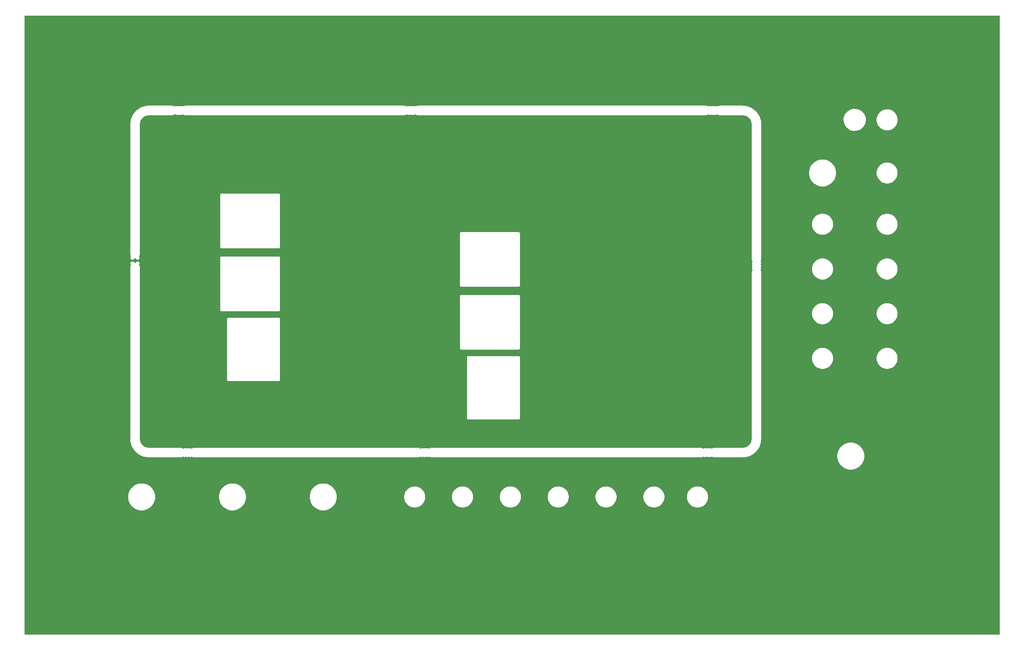
<source format=gbr>
%TF.GenerationSoftware,KiCad,Pcbnew,(5.1.5)-3*%
%TF.CreationDate,2020-09-07T19:44:54+02:00*%
%TF.ProjectId,fusion,66757369-6f6e-42e6-9b69-6361645f7063,rev?*%
%TF.SameCoordinates,Original*%
%TF.FileFunction,Copper,L2,Bot*%
%TF.FilePolarity,Positive*%
%FSLAX46Y46*%
G04 Gerber Fmt 4.6, Leading zero omitted, Abs format (unit mm)*
G04 Created by KiCad (PCBNEW (5.1.5)-3) date 2020-09-07 19:44:54*
%MOMM*%
%LPD*%
G04 APERTURE LIST*
%ADD10C,7.000000*%
%ADD11C,6.400000*%
%ADD12C,0.800000*%
%ADD13C,0.250000*%
%ADD14C,0.254000*%
G04 APERTURE END LIST*
D10*
X38800000Y-38800000D03*
X277800000Y-38800000D03*
X38800000Y-167800000D03*
X277800000Y-167800000D03*
D11*
X71000000Y-53000000D03*
X111000000Y-53000000D03*
X111000000Y-138000000D03*
X71000000Y-138000000D03*
D12*
X217800000Y-48800000D03*
X62800000Y-47800000D03*
X295800000Y-175800000D03*
X295800000Y-165800000D03*
X295800000Y-155800000D03*
X295800000Y-145800000D03*
X295800000Y-135800000D03*
X295800000Y-125800000D03*
X295800000Y-115800000D03*
X295800000Y-105800000D03*
X295800000Y-95800000D03*
X295800000Y-85800000D03*
X295800000Y-75800000D03*
X295800000Y-65800000D03*
X295800000Y-55800000D03*
X295800000Y-45800000D03*
X295800000Y-35800000D03*
X295800000Y-185800000D03*
X295800000Y-25800000D03*
X289800000Y-35800000D03*
X289800000Y-45800000D03*
X289800000Y-55800000D03*
X289800000Y-65800000D03*
X289800000Y-75800000D03*
X289800000Y-85800000D03*
X289800000Y-95800000D03*
X289800000Y-105800000D03*
X289800000Y-115800000D03*
X289800000Y-125800000D03*
X289800000Y-135800000D03*
X289800000Y-145800000D03*
X289800000Y-155800000D03*
X289800000Y-165800000D03*
X289800000Y-175800000D03*
X289800000Y-25800000D03*
X289800000Y-185800000D03*
X65147826Y-190800000D03*
X75495652Y-190800000D03*
X85843478Y-190800000D03*
X96191304Y-190800000D03*
X106539130Y-190800000D03*
X116886956Y-190800000D03*
X127234782Y-190800000D03*
X137582608Y-190800000D03*
X147930434Y-190800000D03*
X158278260Y-190800000D03*
X168626086Y-190800000D03*
X178973913Y-190800000D03*
X189321739Y-190800000D03*
X199669565Y-190800000D03*
X210017391Y-190800000D03*
X220365217Y-190800000D03*
X230713043Y-190800000D03*
X241060869Y-190800000D03*
X251408695Y-190800000D03*
X261756521Y-190800000D03*
X272104347Y-190800000D03*
X282452173Y-190800000D03*
X54800000Y-190800000D03*
X292800000Y-190800000D03*
X282452173Y-180800000D03*
X272104347Y-180800000D03*
X261756521Y-180800000D03*
X251408695Y-180800000D03*
X241060869Y-180800000D03*
X230713043Y-180800000D03*
X220365217Y-180800000D03*
X210017391Y-180800000D03*
X199669565Y-180800000D03*
X189321739Y-180800000D03*
X178973913Y-180800000D03*
X168626086Y-180800000D03*
X158278260Y-180800000D03*
X147930434Y-180800000D03*
X137582608Y-180800000D03*
X127234782Y-180800000D03*
X116886956Y-180800000D03*
X106539130Y-180800000D03*
X96191304Y-180800000D03*
X85843478Y-180800000D03*
X75495652Y-180800000D03*
X65147826Y-180800000D03*
X292800000Y-180800000D03*
X54800000Y-180800000D03*
X166000000Y-51000000D03*
X161000000Y-51000000D03*
X156000000Y-51000000D03*
X151000000Y-51000000D03*
X146000000Y-51000000D03*
X171000000Y-51000000D03*
X141000000Y-51000000D03*
X146000000Y-55000000D03*
X151000000Y-55000000D03*
X156000000Y-55000000D03*
X161000000Y-55000000D03*
X166000000Y-55000000D03*
X166000000Y-136000000D03*
X161000000Y-136000000D03*
X156000000Y-136000000D03*
X151000000Y-136000000D03*
X146000000Y-136000000D03*
X141000000Y-136000000D03*
X146000000Y-140000000D03*
X151000000Y-140000000D03*
X156000000Y-140000000D03*
X161000000Y-140000000D03*
X166000000Y-140000000D03*
X141000000Y-140000000D03*
X143000000Y-128000000D03*
X143000000Y-123000000D03*
X143000000Y-118000000D03*
X143000000Y-113000000D03*
X143000000Y-108000000D03*
X143000000Y-103000000D03*
X143000000Y-98000000D03*
X143000000Y-93000000D03*
X143000000Y-88000000D03*
X143000000Y-83000000D03*
X143000000Y-78000000D03*
X143000000Y-73000000D03*
X143000000Y-68000000D03*
X143000000Y-63000000D03*
X143000000Y-58000000D03*
X143000000Y-133000000D03*
X139000000Y-58000000D03*
X139000000Y-63000000D03*
X139000000Y-68000000D03*
X139000000Y-73000000D03*
X139000000Y-78000000D03*
X139000000Y-83000000D03*
X139000000Y-88000000D03*
X139000000Y-93000000D03*
X139000000Y-98000000D03*
X139000000Y-103000000D03*
X139000000Y-108000000D03*
X139000000Y-113000000D03*
X139000000Y-118000000D03*
X139000000Y-123000000D03*
X139000000Y-128000000D03*
X139000000Y-53000000D03*
X139000000Y-133000000D03*
X173000000Y-133000000D03*
X173000000Y-128000000D03*
X173000000Y-123000000D03*
X173000000Y-118000000D03*
X173000000Y-113000000D03*
X173000000Y-108000000D03*
X173000000Y-103000000D03*
X173000000Y-98000000D03*
X173000000Y-93000000D03*
X173000000Y-88000000D03*
X173000000Y-83000000D03*
X173000000Y-78000000D03*
X173000000Y-73000000D03*
X173000000Y-68000000D03*
X173000000Y-63000000D03*
X173000000Y-58000000D03*
X173000000Y-138000000D03*
X173000000Y-53000000D03*
X169000000Y-58000000D03*
X169000000Y-63000000D03*
X169000000Y-68000000D03*
X169000000Y-73000000D03*
X169000000Y-78000000D03*
X169000000Y-83000000D03*
X169000000Y-88000000D03*
X169000000Y-93000000D03*
X169000000Y-98000000D03*
X169000000Y-103000000D03*
X169000000Y-108000000D03*
X169000000Y-113000000D03*
X169000000Y-118000000D03*
X169000000Y-123000000D03*
X169000000Y-128000000D03*
X169000000Y-133000000D03*
D13*
X277800000Y-38800000D02*
X291800000Y-24800000D01*
X291800000Y-24800000D02*
X292800000Y-25800000D01*
X292800000Y-25800000D02*
X292800000Y-185800000D01*
X292800000Y-185800000D02*
X54800000Y-185800000D01*
X71000000Y-85000000D02*
X71000000Y-53000000D01*
X66525001Y-89474999D02*
X71000000Y-85000000D01*
X43749747Y-38800000D02*
X49000000Y-44050253D01*
X49000000Y-44050253D02*
X49000000Y-88000000D01*
X49000000Y-88000000D02*
X50474999Y-89474999D01*
X50474999Y-89474999D02*
X66525001Y-89474999D01*
X41502687Y-37708069D02*
X41462933Y-37614413D01*
X38800000Y-38800000D02*
X40410756Y-38800000D01*
X38800000Y-38800000D02*
X43749747Y-38800000D01*
X40410756Y-38800000D02*
X41502687Y-37708069D01*
X38800000Y-38800000D02*
X38800000Y-40300000D01*
D14*
G36*
X298823000Y-196323000D02*
G01*
X19777000Y-196323000D01*
X19777000Y-156607245D01*
X49212295Y-156607245D01*
X49212295Y-157392755D01*
X49365540Y-158163171D01*
X49666141Y-158888887D01*
X50102547Y-159542014D01*
X50657986Y-160097453D01*
X51311113Y-160533859D01*
X52036829Y-160834460D01*
X52807245Y-160987705D01*
X53592755Y-160987705D01*
X54363171Y-160834460D01*
X55088887Y-160533859D01*
X55742014Y-160097453D01*
X56297453Y-159542014D01*
X56733859Y-158888887D01*
X57034460Y-158163171D01*
X57187705Y-157392755D01*
X57187705Y-156607245D01*
X75212295Y-156607245D01*
X75212295Y-157392755D01*
X75365540Y-158163171D01*
X75666141Y-158888887D01*
X76102547Y-159542014D01*
X76657986Y-160097453D01*
X77311113Y-160533859D01*
X78036829Y-160834460D01*
X78807245Y-160987705D01*
X79592755Y-160987705D01*
X80363171Y-160834460D01*
X81088887Y-160533859D01*
X81742014Y-160097453D01*
X82297453Y-159542014D01*
X82733859Y-158888887D01*
X83034460Y-158163171D01*
X83187705Y-157392755D01*
X83187705Y-156607245D01*
X101212295Y-156607245D01*
X101212295Y-157392755D01*
X101365540Y-158163171D01*
X101666141Y-158888887D01*
X102102547Y-159542014D01*
X102657986Y-160097453D01*
X103311113Y-160533859D01*
X104036829Y-160834460D01*
X104807245Y-160987705D01*
X105592755Y-160987705D01*
X106363171Y-160834460D01*
X107088887Y-160533859D01*
X107742014Y-160097453D01*
X108297453Y-159542014D01*
X108733859Y-158888887D01*
X109034460Y-158163171D01*
X109187705Y-157392755D01*
X109187705Y-156690560D01*
X128258202Y-156690560D01*
X128258202Y-157309440D01*
X128378939Y-157916429D01*
X128615775Y-158488199D01*
X128959606Y-159002780D01*
X129397220Y-159440394D01*
X129911801Y-159784225D01*
X130483571Y-160021061D01*
X131090560Y-160141798D01*
X131709440Y-160141798D01*
X132316429Y-160021061D01*
X132888199Y-159784225D01*
X133402780Y-159440394D01*
X133840394Y-159002780D01*
X134184225Y-158488199D01*
X134421061Y-157916429D01*
X134541798Y-157309440D01*
X134541798Y-156690560D01*
X141958202Y-156690560D01*
X141958202Y-157309440D01*
X142078939Y-157916429D01*
X142315775Y-158488199D01*
X142659606Y-159002780D01*
X143097220Y-159440394D01*
X143611801Y-159784225D01*
X144183571Y-160021061D01*
X144790560Y-160141798D01*
X145409440Y-160141798D01*
X146016429Y-160021061D01*
X146588199Y-159784225D01*
X147102780Y-159440394D01*
X147540394Y-159002780D01*
X147884225Y-158488199D01*
X148121061Y-157916429D01*
X148241798Y-157309440D01*
X148241798Y-156690560D01*
X155658202Y-156690560D01*
X155658202Y-157309440D01*
X155778939Y-157916429D01*
X156015775Y-158488199D01*
X156359606Y-159002780D01*
X156797220Y-159440394D01*
X157311801Y-159784225D01*
X157883571Y-160021061D01*
X158490560Y-160141798D01*
X159109440Y-160141798D01*
X159716429Y-160021061D01*
X160288199Y-159784225D01*
X160802780Y-159440394D01*
X161240394Y-159002780D01*
X161584225Y-158488199D01*
X161821061Y-157916429D01*
X161941798Y-157309440D01*
X161941798Y-156690560D01*
X169358202Y-156690560D01*
X169358202Y-157309440D01*
X169478939Y-157916429D01*
X169715775Y-158488199D01*
X170059606Y-159002780D01*
X170497220Y-159440394D01*
X171011801Y-159784225D01*
X171583571Y-160021061D01*
X172190560Y-160141798D01*
X172809440Y-160141798D01*
X173416429Y-160021061D01*
X173988199Y-159784225D01*
X174502780Y-159440394D01*
X174940394Y-159002780D01*
X175284225Y-158488199D01*
X175521061Y-157916429D01*
X175641798Y-157309440D01*
X175641798Y-156690560D01*
X183058202Y-156690560D01*
X183058202Y-157309440D01*
X183178939Y-157916429D01*
X183415775Y-158488199D01*
X183759606Y-159002780D01*
X184197220Y-159440394D01*
X184711801Y-159784225D01*
X185283571Y-160021061D01*
X185890560Y-160141798D01*
X186509440Y-160141798D01*
X187116429Y-160021061D01*
X187688199Y-159784225D01*
X188202780Y-159440394D01*
X188640394Y-159002780D01*
X188984225Y-158488199D01*
X189221061Y-157916429D01*
X189341798Y-157309440D01*
X189341798Y-156690560D01*
X196758202Y-156690560D01*
X196758202Y-157309440D01*
X196878939Y-157916429D01*
X197115775Y-158488199D01*
X197459606Y-159002780D01*
X197897220Y-159440394D01*
X198411801Y-159784225D01*
X198983571Y-160021061D01*
X199590560Y-160141798D01*
X200209440Y-160141798D01*
X200816429Y-160021061D01*
X201388199Y-159784225D01*
X201902780Y-159440394D01*
X202340394Y-159002780D01*
X202684225Y-158488199D01*
X202921061Y-157916429D01*
X203041798Y-157309440D01*
X203041798Y-156690560D01*
X209258202Y-156690560D01*
X209258202Y-157309440D01*
X209378939Y-157916429D01*
X209615775Y-158488199D01*
X209959606Y-159002780D01*
X210397220Y-159440394D01*
X210911801Y-159784225D01*
X211483571Y-160021061D01*
X212090560Y-160141798D01*
X212709440Y-160141798D01*
X213316429Y-160021061D01*
X213888199Y-159784225D01*
X214402780Y-159440394D01*
X214840394Y-159002780D01*
X215184225Y-158488199D01*
X215421061Y-157916429D01*
X215541798Y-157309440D01*
X215541798Y-156690560D01*
X215421061Y-156083571D01*
X215184225Y-155511801D01*
X214840394Y-154997220D01*
X214402780Y-154559606D01*
X213888199Y-154215775D01*
X213316429Y-153978939D01*
X212709440Y-153858202D01*
X212090560Y-153858202D01*
X211483571Y-153978939D01*
X210911801Y-154215775D01*
X210397220Y-154559606D01*
X209959606Y-154997220D01*
X209615775Y-155511801D01*
X209378939Y-156083571D01*
X209258202Y-156690560D01*
X203041798Y-156690560D01*
X202921061Y-156083571D01*
X202684225Y-155511801D01*
X202340394Y-154997220D01*
X201902780Y-154559606D01*
X201388199Y-154215775D01*
X200816429Y-153978939D01*
X200209440Y-153858202D01*
X199590560Y-153858202D01*
X198983571Y-153978939D01*
X198411801Y-154215775D01*
X197897220Y-154559606D01*
X197459606Y-154997220D01*
X197115775Y-155511801D01*
X196878939Y-156083571D01*
X196758202Y-156690560D01*
X189341798Y-156690560D01*
X189221061Y-156083571D01*
X188984225Y-155511801D01*
X188640394Y-154997220D01*
X188202780Y-154559606D01*
X187688199Y-154215775D01*
X187116429Y-153978939D01*
X186509440Y-153858202D01*
X185890560Y-153858202D01*
X185283571Y-153978939D01*
X184711801Y-154215775D01*
X184197220Y-154559606D01*
X183759606Y-154997220D01*
X183415775Y-155511801D01*
X183178939Y-156083571D01*
X183058202Y-156690560D01*
X175641798Y-156690560D01*
X175521061Y-156083571D01*
X175284225Y-155511801D01*
X174940394Y-154997220D01*
X174502780Y-154559606D01*
X173988199Y-154215775D01*
X173416429Y-153978939D01*
X172809440Y-153858202D01*
X172190560Y-153858202D01*
X171583571Y-153978939D01*
X171011801Y-154215775D01*
X170497220Y-154559606D01*
X170059606Y-154997220D01*
X169715775Y-155511801D01*
X169478939Y-156083571D01*
X169358202Y-156690560D01*
X161941798Y-156690560D01*
X161821061Y-156083571D01*
X161584225Y-155511801D01*
X161240394Y-154997220D01*
X160802780Y-154559606D01*
X160288199Y-154215775D01*
X159716429Y-153978939D01*
X159109440Y-153858202D01*
X158490560Y-153858202D01*
X157883571Y-153978939D01*
X157311801Y-154215775D01*
X156797220Y-154559606D01*
X156359606Y-154997220D01*
X156015775Y-155511801D01*
X155778939Y-156083571D01*
X155658202Y-156690560D01*
X148241798Y-156690560D01*
X148121061Y-156083571D01*
X147884225Y-155511801D01*
X147540394Y-154997220D01*
X147102780Y-154559606D01*
X146588199Y-154215775D01*
X146016429Y-153978939D01*
X145409440Y-153858202D01*
X144790560Y-153858202D01*
X144183571Y-153978939D01*
X143611801Y-154215775D01*
X143097220Y-154559606D01*
X142659606Y-154997220D01*
X142315775Y-155511801D01*
X142078939Y-156083571D01*
X141958202Y-156690560D01*
X134541798Y-156690560D01*
X134421061Y-156083571D01*
X134184225Y-155511801D01*
X133840394Y-154997220D01*
X133402780Y-154559606D01*
X132888199Y-154215775D01*
X132316429Y-153978939D01*
X131709440Y-153858202D01*
X131090560Y-153858202D01*
X130483571Y-153978939D01*
X129911801Y-154215775D01*
X129397220Y-154559606D01*
X128959606Y-154997220D01*
X128615775Y-155511801D01*
X128378939Y-156083571D01*
X128258202Y-156690560D01*
X109187705Y-156690560D01*
X109187705Y-156607245D01*
X109034460Y-155836829D01*
X108733859Y-155111113D01*
X108297453Y-154457986D01*
X107742014Y-153902547D01*
X107088887Y-153466141D01*
X106363171Y-153165540D01*
X105592755Y-153012295D01*
X104807245Y-153012295D01*
X104036829Y-153165540D01*
X103311113Y-153466141D01*
X102657986Y-153902547D01*
X102102547Y-154457986D01*
X101666141Y-155111113D01*
X101365540Y-155836829D01*
X101212295Y-156607245D01*
X83187705Y-156607245D01*
X83034460Y-155836829D01*
X82733859Y-155111113D01*
X82297453Y-154457986D01*
X81742014Y-153902547D01*
X81088887Y-153466141D01*
X80363171Y-153165540D01*
X79592755Y-153012295D01*
X78807245Y-153012295D01*
X78036829Y-153165540D01*
X77311113Y-153466141D01*
X76657986Y-153902547D01*
X76102547Y-154457986D01*
X75666141Y-155111113D01*
X75365540Y-155836829D01*
X75212295Y-156607245D01*
X57187705Y-156607245D01*
X57034460Y-155836829D01*
X56733859Y-155111113D01*
X56297453Y-154457986D01*
X55742014Y-153902547D01*
X55088887Y-153466141D01*
X54363171Y-153165540D01*
X53592755Y-153012295D01*
X52807245Y-153012295D01*
X52036829Y-153165540D01*
X51311113Y-153466141D01*
X50657986Y-153902547D01*
X50102547Y-154457986D01*
X49666141Y-155111113D01*
X49365540Y-155836829D01*
X49212295Y-156607245D01*
X19777000Y-156607245D01*
X19777000Y-87324652D01*
X49798000Y-87324652D01*
X49800493Y-87349965D01*
X49800493Y-87362949D01*
X49801226Y-87369919D01*
X49822980Y-87563869D01*
X49832438Y-87608364D01*
X49841278Y-87653008D01*
X49843351Y-87659704D01*
X49902364Y-87845734D01*
X49920289Y-87887554D01*
X49937626Y-87929617D01*
X49940959Y-87935783D01*
X50034981Y-88106808D01*
X50035301Y-88107276D01*
X50024140Y-88118437D01*
X49950050Y-88229320D01*
X49899016Y-88352526D01*
X49873000Y-88483321D01*
X49873000Y-88616679D01*
X49899016Y-88747474D01*
X49950050Y-88870680D01*
X50024140Y-88981563D01*
X50118437Y-89075860D01*
X50229320Y-89149950D01*
X50352526Y-89200984D01*
X50483321Y-89227000D01*
X50616679Y-89227000D01*
X50747474Y-89200984D01*
X50870680Y-89149950D01*
X50981563Y-89075860D01*
X51075860Y-88981563D01*
X51149950Y-88870680D01*
X51182251Y-88792699D01*
X51261481Y-88799910D01*
X51306981Y-88799592D01*
X51352480Y-88799910D01*
X51359456Y-88799226D01*
X51417908Y-88793082D01*
X51450050Y-88870680D01*
X51524140Y-88981563D01*
X51618437Y-89075860D01*
X51729320Y-89149950D01*
X51852526Y-89200984D01*
X51983321Y-89227000D01*
X52116679Y-89227000D01*
X52247474Y-89200984D01*
X52370680Y-89149950D01*
X52481563Y-89075860D01*
X52575860Y-88981563D01*
X52649950Y-88870680D01*
X52700984Y-88747474D01*
X52727000Y-88616679D01*
X52727000Y-88483321D01*
X52722362Y-88460000D01*
X75545813Y-88460000D01*
X75548001Y-88482215D01*
X75548000Y-103437795D01*
X75545813Y-103460000D01*
X75554540Y-103548607D01*
X75580386Y-103633810D01*
X75622357Y-103712333D01*
X75678841Y-103781159D01*
X75747667Y-103837643D01*
X75826190Y-103879614D01*
X75911393Y-103905460D01*
X76000000Y-103914187D01*
X76022205Y-103912000D01*
X92477795Y-103912000D01*
X92500000Y-103914187D01*
X92522205Y-103912000D01*
X92588607Y-103905460D01*
X92673810Y-103879614D01*
X92752333Y-103837643D01*
X92821159Y-103781159D01*
X92877643Y-103712333D01*
X92919614Y-103633810D01*
X92945460Y-103548607D01*
X92954187Y-103460000D01*
X92952000Y-103437795D01*
X92952000Y-99460000D01*
X144245813Y-99460000D01*
X144248001Y-99482215D01*
X144248000Y-114437795D01*
X144245813Y-114460000D01*
X144254540Y-114548607D01*
X144280386Y-114633810D01*
X144322357Y-114712333D01*
X144378841Y-114781159D01*
X144447667Y-114837643D01*
X144526190Y-114879614D01*
X144611393Y-114905460D01*
X144700000Y-114914187D01*
X144722205Y-114912000D01*
X161177795Y-114912000D01*
X161200000Y-114914187D01*
X161222205Y-114912000D01*
X161288607Y-114905460D01*
X161373810Y-114879614D01*
X161452333Y-114837643D01*
X161521159Y-114781159D01*
X161577643Y-114712333D01*
X161619614Y-114633810D01*
X161645460Y-114548607D01*
X161654187Y-114460000D01*
X161652000Y-114437795D01*
X161652000Y-99482205D01*
X161654187Y-99460000D01*
X161645460Y-99371393D01*
X161619614Y-99286190D01*
X161577643Y-99207667D01*
X161521159Y-99138841D01*
X161452333Y-99082357D01*
X161373810Y-99040386D01*
X161288607Y-99014540D01*
X161222205Y-99008000D01*
X161200000Y-99005813D01*
X161177795Y-99008000D01*
X144722205Y-99008000D01*
X144700000Y-99005813D01*
X144677795Y-99008000D01*
X144611393Y-99014540D01*
X144526190Y-99040386D01*
X144447667Y-99082357D01*
X144378841Y-99138841D01*
X144322357Y-99207667D01*
X144280386Y-99286190D01*
X144254540Y-99371393D01*
X144245813Y-99460000D01*
X92952000Y-99460000D01*
X92952000Y-88482205D01*
X92954187Y-88460000D01*
X92945460Y-88371393D01*
X92919614Y-88286190D01*
X92877643Y-88207667D01*
X92821159Y-88138841D01*
X92752333Y-88082357D01*
X92673810Y-88040386D01*
X92588607Y-88014540D01*
X92522205Y-88008000D01*
X92500000Y-88005813D01*
X92477795Y-88008000D01*
X76022205Y-88008000D01*
X76000000Y-88005813D01*
X75977795Y-88008000D01*
X75911393Y-88014540D01*
X75826190Y-88040386D01*
X75747667Y-88082357D01*
X75678841Y-88138841D01*
X75622357Y-88207667D01*
X75580386Y-88286190D01*
X75554540Y-88371393D01*
X75545813Y-88460000D01*
X52722362Y-88460000D01*
X52700984Y-88352526D01*
X52649950Y-88229320D01*
X52575860Y-88118437D01*
X52564629Y-88107206D01*
X52572827Y-88095232D01*
X52576161Y-88089066D01*
X52667786Y-87916744D01*
X52685116Y-87874698D01*
X52703048Y-87832859D01*
X52705120Y-87826164D01*
X52761530Y-87639327D01*
X52770375Y-87594655D01*
X52779826Y-87550192D01*
X52780559Y-87543221D01*
X52799604Y-87348988D01*
X52799604Y-87348981D01*
X52802000Y-87324653D01*
X52802000Y-70460000D01*
X75545813Y-70460000D01*
X75548001Y-70482215D01*
X75548000Y-85437795D01*
X75545813Y-85460000D01*
X75554540Y-85548607D01*
X75580386Y-85633810D01*
X75622357Y-85712333D01*
X75678841Y-85781159D01*
X75747667Y-85837643D01*
X75826190Y-85879614D01*
X75911393Y-85905460D01*
X76000000Y-85914187D01*
X76022205Y-85912000D01*
X92477795Y-85912000D01*
X92500000Y-85914187D01*
X92522205Y-85912000D01*
X92588607Y-85905460D01*
X92673810Y-85879614D01*
X92752333Y-85837643D01*
X92821159Y-85781159D01*
X92877643Y-85712333D01*
X92919614Y-85633810D01*
X92945460Y-85548607D01*
X92954187Y-85460000D01*
X92952000Y-85437795D01*
X92952000Y-81460000D01*
X144245813Y-81460000D01*
X144248001Y-81482215D01*
X144248000Y-96437795D01*
X144245813Y-96460000D01*
X144254540Y-96548607D01*
X144280386Y-96633810D01*
X144322357Y-96712333D01*
X144378841Y-96781159D01*
X144447667Y-96837643D01*
X144526190Y-96879614D01*
X144611393Y-96905460D01*
X144700000Y-96914187D01*
X144722205Y-96912000D01*
X161177795Y-96912000D01*
X161200000Y-96914187D01*
X161222205Y-96912000D01*
X161288607Y-96905460D01*
X161373810Y-96879614D01*
X161452333Y-96837643D01*
X161521159Y-96781159D01*
X161577643Y-96712333D01*
X161619614Y-96633810D01*
X161645460Y-96548607D01*
X161654187Y-96460000D01*
X161652000Y-96437795D01*
X161652000Y-81482205D01*
X161654187Y-81460000D01*
X161645460Y-81371393D01*
X161619614Y-81286190D01*
X161577643Y-81207667D01*
X161521159Y-81138841D01*
X161452333Y-81082357D01*
X161373810Y-81040386D01*
X161288607Y-81014540D01*
X161222205Y-81008000D01*
X161200000Y-81005813D01*
X161177795Y-81008000D01*
X144722205Y-81008000D01*
X144700000Y-81005813D01*
X144677795Y-81008000D01*
X144611393Y-81014540D01*
X144526190Y-81040386D01*
X144447667Y-81082357D01*
X144378841Y-81138841D01*
X144322357Y-81207667D01*
X144280386Y-81286190D01*
X144254540Y-81371393D01*
X144245813Y-81460000D01*
X92952000Y-81460000D01*
X92952000Y-70482205D01*
X92954187Y-70460000D01*
X92945460Y-70371393D01*
X92919614Y-70286190D01*
X92877643Y-70207667D01*
X92821159Y-70138841D01*
X92752333Y-70082357D01*
X92673810Y-70040386D01*
X92588607Y-70014540D01*
X92522205Y-70008000D01*
X92500000Y-70005813D01*
X92477795Y-70008000D01*
X76022205Y-70008000D01*
X76000000Y-70005813D01*
X75977795Y-70008000D01*
X75911393Y-70014540D01*
X75826190Y-70040386D01*
X75747667Y-70082357D01*
X75678841Y-70138841D01*
X75622357Y-70207667D01*
X75580386Y-70286190D01*
X75554540Y-70371393D01*
X75545813Y-70460000D01*
X52802000Y-70460000D01*
X52802000Y-50324551D01*
X52851936Y-49815269D01*
X52992709Y-49349005D01*
X53221367Y-48918960D01*
X53529200Y-48541521D01*
X53904480Y-48231061D01*
X54332918Y-47999406D01*
X54798189Y-47855379D01*
X55306059Y-47802000D01*
X61824653Y-47802000D01*
X61849966Y-47799507D01*
X61862949Y-47799507D01*
X61869919Y-47798774D01*
X62063869Y-47777020D01*
X62108364Y-47767562D01*
X62153008Y-47758722D01*
X62159704Y-47756649D01*
X62345734Y-47697636D01*
X62387554Y-47679711D01*
X62429617Y-47662374D01*
X62435783Y-47659041D01*
X62606808Y-47565019D01*
X62607276Y-47564699D01*
X62618437Y-47575860D01*
X62729320Y-47649950D01*
X62852526Y-47700984D01*
X62983321Y-47727000D01*
X63116679Y-47727000D01*
X63247474Y-47700984D01*
X63370680Y-47649950D01*
X63425000Y-47613654D01*
X63479320Y-47649950D01*
X63602526Y-47700984D01*
X63733321Y-47727000D01*
X63866679Y-47727000D01*
X63997474Y-47700984D01*
X64120680Y-47649950D01*
X64175000Y-47613654D01*
X64229320Y-47649950D01*
X64352526Y-47700984D01*
X64483321Y-47727000D01*
X64616679Y-47727000D01*
X64747474Y-47700984D01*
X64870680Y-47649950D01*
X64981563Y-47575860D01*
X64992794Y-47564629D01*
X65004768Y-47572827D01*
X65010934Y-47576161D01*
X65183256Y-47667786D01*
X65225302Y-47685116D01*
X65267141Y-47703048D01*
X65273836Y-47705120D01*
X65460673Y-47761530D01*
X65505345Y-47770375D01*
X65549808Y-47779826D01*
X65556779Y-47780559D01*
X65751012Y-47799604D01*
X65751019Y-47799604D01*
X65775347Y-47802000D01*
X128324653Y-47802000D01*
X128349966Y-47799507D01*
X128362949Y-47799507D01*
X128369919Y-47798774D01*
X128563869Y-47777020D01*
X128608364Y-47767562D01*
X128653008Y-47758722D01*
X128659704Y-47756649D01*
X128845734Y-47697636D01*
X128887554Y-47679711D01*
X128929617Y-47662374D01*
X128935783Y-47659041D01*
X129106808Y-47565019D01*
X129107276Y-47564699D01*
X129118437Y-47575860D01*
X129229320Y-47649950D01*
X129352526Y-47700984D01*
X129483321Y-47727000D01*
X129616679Y-47727000D01*
X129747474Y-47700984D01*
X129870680Y-47649950D01*
X129925000Y-47613654D01*
X129979320Y-47649950D01*
X130102526Y-47700984D01*
X130233321Y-47727000D01*
X130366679Y-47727000D01*
X130497474Y-47700984D01*
X130620680Y-47649950D01*
X130675000Y-47613654D01*
X130729320Y-47649950D01*
X130852526Y-47700984D01*
X130983321Y-47727000D01*
X131116679Y-47727000D01*
X131247474Y-47700984D01*
X131370680Y-47649950D01*
X131481563Y-47575860D01*
X131492794Y-47564629D01*
X131504768Y-47572827D01*
X131510934Y-47576161D01*
X131683256Y-47667786D01*
X131725302Y-47685116D01*
X131767141Y-47703048D01*
X131773836Y-47705120D01*
X131960673Y-47761530D01*
X132005345Y-47770375D01*
X132049808Y-47779826D01*
X132056779Y-47780559D01*
X132251012Y-47799604D01*
X132251019Y-47799604D01*
X132275347Y-47802000D01*
X214824653Y-47802000D01*
X214849966Y-47799507D01*
X214862949Y-47799507D01*
X214869919Y-47798774D01*
X215063869Y-47777020D01*
X215108364Y-47767562D01*
X215153008Y-47758722D01*
X215159704Y-47756649D01*
X215345734Y-47697636D01*
X215387554Y-47679711D01*
X215429617Y-47662374D01*
X215435783Y-47659041D01*
X215606808Y-47565019D01*
X215607276Y-47564699D01*
X215618437Y-47575860D01*
X215729320Y-47649950D01*
X215852526Y-47700984D01*
X215983321Y-47727000D01*
X216116679Y-47727000D01*
X216247474Y-47700984D01*
X216370680Y-47649950D01*
X216425000Y-47613654D01*
X216479320Y-47649950D01*
X216602526Y-47700984D01*
X216733321Y-47727000D01*
X216866679Y-47727000D01*
X216997474Y-47700984D01*
X217120680Y-47649950D01*
X217175000Y-47613654D01*
X217229320Y-47649950D01*
X217352526Y-47700984D01*
X217483321Y-47727000D01*
X217616679Y-47727000D01*
X217747474Y-47700984D01*
X217870680Y-47649950D01*
X217981563Y-47575860D01*
X217992794Y-47564629D01*
X218004768Y-47572827D01*
X218010934Y-47576161D01*
X218183256Y-47667786D01*
X218225302Y-47685116D01*
X218267141Y-47703048D01*
X218273836Y-47705120D01*
X218460673Y-47761530D01*
X218505345Y-47770375D01*
X218549808Y-47779826D01*
X218556779Y-47780559D01*
X218751012Y-47799604D01*
X218751019Y-47799604D01*
X218775347Y-47802000D01*
X225275449Y-47802000D01*
X225784731Y-47851936D01*
X226250995Y-47992709D01*
X226681040Y-48221367D01*
X227058479Y-48529200D01*
X227368939Y-48904480D01*
X227600594Y-49332918D01*
X227744621Y-49798189D01*
X227798000Y-50306059D01*
X227798001Y-88824653D01*
X227800493Y-88849956D01*
X227800493Y-88862949D01*
X227801226Y-88869919D01*
X227822980Y-89063869D01*
X227832438Y-89108364D01*
X227841278Y-89153008D01*
X227843351Y-89159704D01*
X227902364Y-89345734D01*
X227920289Y-89387554D01*
X227937626Y-89429617D01*
X227940959Y-89435783D01*
X228034981Y-89606808D01*
X228035301Y-89607276D01*
X228024140Y-89618437D01*
X227950050Y-89729320D01*
X227899016Y-89852526D01*
X227873000Y-89983321D01*
X227873000Y-90116679D01*
X227899016Y-90247474D01*
X227950050Y-90370680D01*
X227986346Y-90425000D01*
X227950050Y-90479320D01*
X227899016Y-90602526D01*
X227873000Y-90733321D01*
X227873000Y-90866679D01*
X227899016Y-90997474D01*
X227950050Y-91120680D01*
X227986346Y-91175000D01*
X227950050Y-91229320D01*
X227899016Y-91352526D01*
X227873000Y-91483321D01*
X227873000Y-91616679D01*
X227899016Y-91747474D01*
X227950050Y-91870680D01*
X228024140Y-91981563D01*
X228035371Y-91992794D01*
X228027173Y-92004768D01*
X228023839Y-92010933D01*
X227932214Y-92183256D01*
X227914895Y-92225276D01*
X227896952Y-92267140D01*
X227894880Y-92273836D01*
X227838471Y-92460672D01*
X227829633Y-92505309D01*
X227820174Y-92549809D01*
X227819441Y-92556779D01*
X227800396Y-92751013D01*
X227800396Y-92751029D01*
X227798001Y-92775347D01*
X227798000Y-140275449D01*
X227748064Y-140784728D01*
X227607291Y-141250993D01*
X227378633Y-141681040D01*
X227070800Y-142058479D01*
X226695517Y-142368940D01*
X226267082Y-142600594D01*
X225801807Y-142744621D01*
X225293941Y-142798000D01*
X217275347Y-142798000D01*
X217250034Y-142800493D01*
X217237051Y-142800493D01*
X217230080Y-142801226D01*
X217036131Y-142822981D01*
X216991673Y-142832431D01*
X216946992Y-142841278D01*
X216940297Y-142843351D01*
X216754266Y-142902364D01*
X216712478Y-142920275D01*
X216670383Y-142937625D01*
X216664217Y-142940959D01*
X216493192Y-143034981D01*
X216492724Y-143035301D01*
X216481563Y-143024140D01*
X216370680Y-142950050D01*
X216247474Y-142899016D01*
X216116679Y-142873000D01*
X215983321Y-142873000D01*
X215852526Y-142899016D01*
X215729320Y-142950050D01*
X215675000Y-142986346D01*
X215620680Y-142950050D01*
X215497474Y-142899016D01*
X215366679Y-142873000D01*
X215233321Y-142873000D01*
X215102526Y-142899016D01*
X214979320Y-142950050D01*
X214925000Y-142986346D01*
X214870680Y-142950050D01*
X214747474Y-142899016D01*
X214616679Y-142873000D01*
X214483321Y-142873000D01*
X214352526Y-142899016D01*
X214229320Y-142950050D01*
X214118437Y-143024140D01*
X214107206Y-143035371D01*
X214095232Y-143027173D01*
X214089067Y-143023839D01*
X213916744Y-142932214D01*
X213874724Y-142914895D01*
X213832860Y-142896952D01*
X213826164Y-142894880D01*
X213639328Y-142838471D01*
X213594677Y-142829630D01*
X213550191Y-142820174D01*
X213543221Y-142819441D01*
X213348987Y-142800396D01*
X213348981Y-142800396D01*
X213324653Y-142798000D01*
X136275347Y-142798000D01*
X136250034Y-142800493D01*
X136237051Y-142800493D01*
X136230080Y-142801226D01*
X136036131Y-142822981D01*
X135991673Y-142832431D01*
X135946992Y-142841278D01*
X135940297Y-142843351D01*
X135754266Y-142902364D01*
X135712478Y-142920275D01*
X135670383Y-142937625D01*
X135664217Y-142940959D01*
X135493192Y-143034981D01*
X135492724Y-143035301D01*
X135481563Y-143024140D01*
X135370680Y-142950050D01*
X135247474Y-142899016D01*
X135116679Y-142873000D01*
X134983321Y-142873000D01*
X134852526Y-142899016D01*
X134729320Y-142950050D01*
X134675000Y-142986346D01*
X134620680Y-142950050D01*
X134497474Y-142899016D01*
X134366679Y-142873000D01*
X134233321Y-142873000D01*
X134102526Y-142899016D01*
X133979320Y-142950050D01*
X133925000Y-142986346D01*
X133870680Y-142950050D01*
X133747474Y-142899016D01*
X133616679Y-142873000D01*
X133483321Y-142873000D01*
X133352526Y-142899016D01*
X133229320Y-142950050D01*
X133118437Y-143024140D01*
X133107206Y-143035371D01*
X133095232Y-143027173D01*
X133089067Y-143023839D01*
X132916744Y-142932214D01*
X132874724Y-142914895D01*
X132832860Y-142896952D01*
X132826164Y-142894880D01*
X132639328Y-142838471D01*
X132594677Y-142829630D01*
X132550191Y-142820174D01*
X132543221Y-142819441D01*
X132348987Y-142800396D01*
X132348981Y-142800396D01*
X132324653Y-142798000D01*
X68275347Y-142798000D01*
X68250034Y-142800493D01*
X68237051Y-142800493D01*
X68230080Y-142801226D01*
X68036131Y-142822981D01*
X67991673Y-142832431D01*
X67946992Y-142841278D01*
X67940297Y-142843351D01*
X67754266Y-142902364D01*
X67712478Y-142920275D01*
X67670383Y-142937625D01*
X67664217Y-142940959D01*
X67493192Y-143034981D01*
X67492724Y-143035301D01*
X67481563Y-143024140D01*
X67370680Y-142950050D01*
X67247474Y-142899016D01*
X67116679Y-142873000D01*
X66983321Y-142873000D01*
X66852526Y-142899016D01*
X66729320Y-142950050D01*
X66675000Y-142986346D01*
X66620680Y-142950050D01*
X66497474Y-142899016D01*
X66366679Y-142873000D01*
X66233321Y-142873000D01*
X66102526Y-142899016D01*
X65979320Y-142950050D01*
X65925000Y-142986346D01*
X65870680Y-142950050D01*
X65747474Y-142899016D01*
X65616679Y-142873000D01*
X65483321Y-142873000D01*
X65352526Y-142899016D01*
X65229320Y-142950050D01*
X65118437Y-143024140D01*
X65107206Y-143035371D01*
X65095232Y-143027173D01*
X65089067Y-143023839D01*
X64916744Y-142932214D01*
X64874724Y-142914895D01*
X64832860Y-142896952D01*
X64826164Y-142894880D01*
X64639328Y-142838471D01*
X64594677Y-142829630D01*
X64550191Y-142820174D01*
X64543221Y-142819441D01*
X64348987Y-142800396D01*
X64348981Y-142800396D01*
X64324653Y-142798000D01*
X55324551Y-142798000D01*
X54815272Y-142748064D01*
X54349007Y-142607291D01*
X53918960Y-142378633D01*
X53541521Y-142070800D01*
X53231060Y-141695517D01*
X52999406Y-141267082D01*
X52855379Y-140801807D01*
X52802000Y-140293941D01*
X52802000Y-106000000D01*
X77545813Y-106000000D01*
X77548001Y-106022215D01*
X77548000Y-123477795D01*
X77545813Y-123500000D01*
X77554540Y-123588607D01*
X77580386Y-123673810D01*
X77622357Y-123752333D01*
X77678841Y-123821159D01*
X77747667Y-123877643D01*
X77826190Y-123919614D01*
X77911393Y-123945460D01*
X78000000Y-123954187D01*
X78022205Y-123952000D01*
X92477795Y-123952000D01*
X92500000Y-123954187D01*
X92522205Y-123952000D01*
X92588607Y-123945460D01*
X92673810Y-123919614D01*
X92752333Y-123877643D01*
X92821159Y-123821159D01*
X92877643Y-123752333D01*
X92919614Y-123673810D01*
X92945460Y-123588607D01*
X92954187Y-123500000D01*
X92952000Y-123477795D01*
X92952000Y-117000000D01*
X146245813Y-117000000D01*
X146248001Y-117022215D01*
X146248000Y-134477795D01*
X146245813Y-134500000D01*
X146254540Y-134588607D01*
X146280386Y-134673810D01*
X146322357Y-134752333D01*
X146378841Y-134821159D01*
X146447667Y-134877643D01*
X146526190Y-134919614D01*
X146611393Y-134945460D01*
X146700000Y-134954187D01*
X146722205Y-134952000D01*
X161177795Y-134952000D01*
X161200000Y-134954187D01*
X161222205Y-134952000D01*
X161288607Y-134945460D01*
X161373810Y-134919614D01*
X161452333Y-134877643D01*
X161521159Y-134821159D01*
X161577643Y-134752333D01*
X161619614Y-134673810D01*
X161645460Y-134588607D01*
X161654187Y-134500000D01*
X161652000Y-134477795D01*
X161652000Y-117022205D01*
X161654187Y-117000000D01*
X161645460Y-116911393D01*
X161619614Y-116826190D01*
X161577643Y-116747667D01*
X161521159Y-116678841D01*
X161452333Y-116622357D01*
X161373810Y-116580386D01*
X161288607Y-116554540D01*
X161222205Y-116548000D01*
X161200000Y-116545813D01*
X161177795Y-116548000D01*
X146722205Y-116548000D01*
X146700000Y-116545813D01*
X146677795Y-116548000D01*
X146611393Y-116554540D01*
X146526190Y-116580386D01*
X146447667Y-116622357D01*
X146378841Y-116678841D01*
X146322357Y-116747667D01*
X146280386Y-116826190D01*
X146254540Y-116911393D01*
X146245813Y-117000000D01*
X92952000Y-117000000D01*
X92952000Y-106022205D01*
X92954187Y-106000000D01*
X92945460Y-105911393D01*
X92919614Y-105826190D01*
X92877643Y-105747667D01*
X92821159Y-105678841D01*
X92752333Y-105622357D01*
X92673810Y-105580386D01*
X92588607Y-105554540D01*
X92522205Y-105548000D01*
X92500000Y-105545813D01*
X92477795Y-105548000D01*
X78022205Y-105548000D01*
X78000000Y-105545813D01*
X77977795Y-105548000D01*
X77911393Y-105554540D01*
X77826190Y-105580386D01*
X77747667Y-105622357D01*
X77678841Y-105678841D01*
X77622357Y-105747667D01*
X77580386Y-105826190D01*
X77554540Y-105911393D01*
X77545813Y-106000000D01*
X52802000Y-106000000D01*
X52802000Y-91275347D01*
X52799507Y-91250034D01*
X52799507Y-91237051D01*
X52798774Y-91230080D01*
X52777019Y-91036131D01*
X52767569Y-90991673D01*
X52758722Y-90946992D01*
X52756649Y-90940297D01*
X52697636Y-90754266D01*
X52679725Y-90712478D01*
X52662375Y-90670383D01*
X52659041Y-90664217D01*
X52565019Y-90493192D01*
X52564699Y-90492724D01*
X52575860Y-90481563D01*
X52649950Y-90370680D01*
X52700984Y-90247474D01*
X52727000Y-90116679D01*
X52727000Y-89983321D01*
X52700984Y-89852526D01*
X52649950Y-89729320D01*
X52575860Y-89618437D01*
X52481563Y-89524140D01*
X52370680Y-89450050D01*
X52247474Y-89399016D01*
X52116679Y-89373000D01*
X51983321Y-89373000D01*
X51852526Y-89399016D01*
X51729320Y-89450050D01*
X51618437Y-89524140D01*
X51524140Y-89618437D01*
X51450050Y-89729320D01*
X51417749Y-89807301D01*
X51338518Y-89800090D01*
X51293019Y-89800408D01*
X51247520Y-89800090D01*
X51240544Y-89800774D01*
X51182092Y-89806918D01*
X51149950Y-89729320D01*
X51075860Y-89618437D01*
X50981563Y-89524140D01*
X50870680Y-89450050D01*
X50747474Y-89399016D01*
X50616679Y-89373000D01*
X50483321Y-89373000D01*
X50352526Y-89399016D01*
X50229320Y-89450050D01*
X50118437Y-89524140D01*
X50024140Y-89618437D01*
X49950050Y-89729320D01*
X49899016Y-89852526D01*
X49873000Y-89983321D01*
X49873000Y-90116679D01*
X49899016Y-90247474D01*
X49950050Y-90370680D01*
X50024140Y-90481563D01*
X50035371Y-90492794D01*
X50027173Y-90504768D01*
X50023839Y-90510933D01*
X49932214Y-90683256D01*
X49914895Y-90725276D01*
X49896952Y-90767140D01*
X49894880Y-90773836D01*
X49838471Y-90960672D01*
X49829633Y-91005309D01*
X49820174Y-91049809D01*
X49819441Y-91056779D01*
X49800396Y-91251013D01*
X49800396Y-91251029D01*
X49798001Y-91275347D01*
X49798000Y-140324652D01*
X49799802Y-140342953D01*
X49852986Y-141067181D01*
X49854902Y-141078881D01*
X49855274Y-141090724D01*
X49865508Y-141147605D01*
X50073028Y-142011987D01*
X50078067Y-142026958D01*
X50081350Y-142042406D01*
X50101496Y-142096575D01*
X50458804Y-142910546D01*
X50466414Y-142924389D01*
X50472381Y-142939010D01*
X50501801Y-142988756D01*
X50997604Y-143726590D01*
X51007542Y-143738862D01*
X51016007Y-143752201D01*
X51053771Y-143795950D01*
X51672398Y-144434323D01*
X51684352Y-144444642D01*
X51695045Y-144456270D01*
X51739959Y-144492641D01*
X52461855Y-145011376D01*
X52475454Y-145019418D01*
X52488031Y-145028965D01*
X52538676Y-145056808D01*
X53341023Y-145439508D01*
X53355831Y-145445015D01*
X53369901Y-145452184D01*
X53424676Y-145470618D01*
X54282111Y-145705186D01*
X54297658Y-145707983D01*
X54312777Y-145712548D01*
X54369951Y-145720991D01*
X55253208Y-145799820D01*
X55275347Y-145802000D01*
X64324653Y-145802000D01*
X64349966Y-145799507D01*
X64362949Y-145799507D01*
X64369919Y-145798774D01*
X64563869Y-145777020D01*
X64608364Y-145767562D01*
X64653008Y-145758722D01*
X64659704Y-145756649D01*
X64845734Y-145697636D01*
X64887554Y-145679711D01*
X64929617Y-145662374D01*
X64935783Y-145659041D01*
X65106808Y-145565019D01*
X65107276Y-145564699D01*
X65118437Y-145575860D01*
X65229320Y-145649950D01*
X65352526Y-145700984D01*
X65483321Y-145727000D01*
X65616679Y-145727000D01*
X65747474Y-145700984D01*
X65870680Y-145649950D01*
X65925000Y-145613654D01*
X65979320Y-145649950D01*
X66102526Y-145700984D01*
X66233321Y-145727000D01*
X66366679Y-145727000D01*
X66497474Y-145700984D01*
X66620680Y-145649950D01*
X66675000Y-145613654D01*
X66729320Y-145649950D01*
X66852526Y-145700984D01*
X66983321Y-145727000D01*
X67116679Y-145727000D01*
X67247474Y-145700984D01*
X67370680Y-145649950D01*
X67481563Y-145575860D01*
X67492794Y-145564629D01*
X67504768Y-145572827D01*
X67510934Y-145576161D01*
X67683256Y-145667786D01*
X67725302Y-145685116D01*
X67767141Y-145703048D01*
X67773836Y-145705120D01*
X67960673Y-145761530D01*
X68005345Y-145770375D01*
X68049808Y-145779826D01*
X68056779Y-145780559D01*
X68251012Y-145799604D01*
X68251019Y-145799604D01*
X68275347Y-145802000D01*
X132324653Y-145802000D01*
X132349966Y-145799507D01*
X132362949Y-145799507D01*
X132369919Y-145798774D01*
X132563869Y-145777020D01*
X132608364Y-145767562D01*
X132653008Y-145758722D01*
X132659704Y-145756649D01*
X132845734Y-145697636D01*
X132887554Y-145679711D01*
X132929617Y-145662374D01*
X132935783Y-145659041D01*
X133106808Y-145565019D01*
X133107276Y-145564699D01*
X133118437Y-145575860D01*
X133229320Y-145649950D01*
X133352526Y-145700984D01*
X133483321Y-145727000D01*
X133616679Y-145727000D01*
X133747474Y-145700984D01*
X133870680Y-145649950D01*
X133925000Y-145613654D01*
X133979320Y-145649950D01*
X134102526Y-145700984D01*
X134233321Y-145727000D01*
X134366679Y-145727000D01*
X134497474Y-145700984D01*
X134620680Y-145649950D01*
X134675000Y-145613654D01*
X134729320Y-145649950D01*
X134852526Y-145700984D01*
X134983321Y-145727000D01*
X135116679Y-145727000D01*
X135247474Y-145700984D01*
X135370680Y-145649950D01*
X135481563Y-145575860D01*
X135492794Y-145564629D01*
X135504768Y-145572827D01*
X135510934Y-145576161D01*
X135683256Y-145667786D01*
X135725302Y-145685116D01*
X135767141Y-145703048D01*
X135773836Y-145705120D01*
X135960673Y-145761530D01*
X136005345Y-145770375D01*
X136049808Y-145779826D01*
X136056779Y-145780559D01*
X136251012Y-145799604D01*
X136251019Y-145799604D01*
X136275347Y-145802000D01*
X213324653Y-145802000D01*
X213349966Y-145799507D01*
X213362949Y-145799507D01*
X213369919Y-145798774D01*
X213563869Y-145777020D01*
X213608364Y-145767562D01*
X213653008Y-145758722D01*
X213659704Y-145756649D01*
X213845734Y-145697636D01*
X213887554Y-145679711D01*
X213929617Y-145662374D01*
X213935783Y-145659041D01*
X214106808Y-145565019D01*
X214107276Y-145564699D01*
X214118437Y-145575860D01*
X214229320Y-145649950D01*
X214352526Y-145700984D01*
X214483321Y-145727000D01*
X214616679Y-145727000D01*
X214747474Y-145700984D01*
X214870680Y-145649950D01*
X214925000Y-145613654D01*
X214979320Y-145649950D01*
X215102526Y-145700984D01*
X215233321Y-145727000D01*
X215366679Y-145727000D01*
X215497474Y-145700984D01*
X215620680Y-145649950D01*
X215675000Y-145613654D01*
X215729320Y-145649950D01*
X215852526Y-145700984D01*
X215983321Y-145727000D01*
X216116679Y-145727000D01*
X216247474Y-145700984D01*
X216370680Y-145649950D01*
X216481563Y-145575860D01*
X216492794Y-145564629D01*
X216504768Y-145572827D01*
X216510934Y-145576161D01*
X216683256Y-145667786D01*
X216725302Y-145685116D01*
X216767141Y-145703048D01*
X216773836Y-145705120D01*
X216960673Y-145761530D01*
X217005345Y-145770375D01*
X217049808Y-145779826D01*
X217056779Y-145780559D01*
X217251012Y-145799604D01*
X217251019Y-145799604D01*
X217275347Y-145802000D01*
X225324653Y-145802000D01*
X225342957Y-145800197D01*
X226067181Y-145747014D01*
X226078881Y-145745098D01*
X226090724Y-145744726D01*
X226147605Y-145734492D01*
X227011987Y-145526972D01*
X227026958Y-145521933D01*
X227042406Y-145518650D01*
X227096565Y-145498508D01*
X227096576Y-145498504D01*
X227096580Y-145498502D01*
X227910546Y-145141196D01*
X227924389Y-145133586D01*
X227939010Y-145127619D01*
X227988756Y-145098199D01*
X228272926Y-144907245D01*
X252312295Y-144907245D01*
X252312295Y-145692755D01*
X252465540Y-146463171D01*
X252766141Y-147188887D01*
X253202547Y-147842014D01*
X253757986Y-148397453D01*
X254411113Y-148833859D01*
X255136829Y-149134460D01*
X255907245Y-149287705D01*
X256692755Y-149287705D01*
X257463171Y-149134460D01*
X258188887Y-148833859D01*
X258842014Y-148397453D01*
X259397453Y-147842014D01*
X259833859Y-147188887D01*
X260134460Y-146463171D01*
X260287705Y-145692755D01*
X260287705Y-144907245D01*
X260134460Y-144136829D01*
X259833859Y-143411113D01*
X259397453Y-142757986D01*
X258842014Y-142202547D01*
X258188887Y-141766141D01*
X257463171Y-141465540D01*
X256692755Y-141312295D01*
X255907245Y-141312295D01*
X255136829Y-141465540D01*
X254411113Y-141766141D01*
X253757986Y-142202547D01*
X253202547Y-142757986D01*
X252766141Y-143411113D01*
X252465540Y-144136829D01*
X252312295Y-144907245D01*
X228272926Y-144907245D01*
X228726590Y-144602396D01*
X228738862Y-144592458D01*
X228752201Y-144583993D01*
X228795950Y-144546229D01*
X229434323Y-143927602D01*
X229444642Y-143915648D01*
X229456270Y-143904955D01*
X229492641Y-143860041D01*
X230011376Y-143138145D01*
X230019418Y-143124546D01*
X230028965Y-143111969D01*
X230056808Y-143061324D01*
X230439508Y-142258977D01*
X230445015Y-142244169D01*
X230452184Y-142230099D01*
X230470618Y-142175324D01*
X230705186Y-141317889D01*
X230707983Y-141302342D01*
X230712548Y-141287223D01*
X230720991Y-141230049D01*
X230799820Y-140346792D01*
X230802000Y-140324653D01*
X230802000Y-116990560D01*
X245058202Y-116990560D01*
X245058202Y-117609440D01*
X245178939Y-118216429D01*
X245415775Y-118788199D01*
X245759606Y-119302780D01*
X246197220Y-119740394D01*
X246711801Y-120084225D01*
X247283571Y-120321061D01*
X247890560Y-120441798D01*
X248509440Y-120441798D01*
X249116429Y-120321061D01*
X249688199Y-120084225D01*
X250202780Y-119740394D01*
X250640394Y-119302780D01*
X250984225Y-118788199D01*
X251221061Y-118216429D01*
X251341798Y-117609440D01*
X251341798Y-116990560D01*
X263558202Y-116990560D01*
X263558202Y-117609440D01*
X263678939Y-118216429D01*
X263915775Y-118788199D01*
X264259606Y-119302780D01*
X264697220Y-119740394D01*
X265211801Y-120084225D01*
X265783571Y-120321061D01*
X266390560Y-120441798D01*
X267009440Y-120441798D01*
X267616429Y-120321061D01*
X268188199Y-120084225D01*
X268702780Y-119740394D01*
X269140394Y-119302780D01*
X269484225Y-118788199D01*
X269721061Y-118216429D01*
X269841798Y-117609440D01*
X269841798Y-116990560D01*
X269721061Y-116383571D01*
X269484225Y-115811801D01*
X269140394Y-115297220D01*
X268702780Y-114859606D01*
X268188199Y-114515775D01*
X267616429Y-114278939D01*
X267009440Y-114158202D01*
X266390560Y-114158202D01*
X265783571Y-114278939D01*
X265211801Y-114515775D01*
X264697220Y-114859606D01*
X264259606Y-115297220D01*
X263915775Y-115811801D01*
X263678939Y-116383571D01*
X263558202Y-116990560D01*
X251341798Y-116990560D01*
X251221061Y-116383571D01*
X250984225Y-115811801D01*
X250640394Y-115297220D01*
X250202780Y-114859606D01*
X249688199Y-114515775D01*
X249116429Y-114278939D01*
X248509440Y-114158202D01*
X247890560Y-114158202D01*
X247283571Y-114278939D01*
X246711801Y-114515775D01*
X246197220Y-114859606D01*
X245759606Y-115297220D01*
X245415775Y-115811801D01*
X245178939Y-116383571D01*
X245058202Y-116990560D01*
X230802000Y-116990560D01*
X230802000Y-104190560D01*
X245058202Y-104190560D01*
X245058202Y-104809440D01*
X245178939Y-105416429D01*
X245415775Y-105988199D01*
X245759606Y-106502780D01*
X246197220Y-106940394D01*
X246711801Y-107284225D01*
X247283571Y-107521061D01*
X247890560Y-107641798D01*
X248509440Y-107641798D01*
X249116429Y-107521061D01*
X249688199Y-107284225D01*
X250202780Y-106940394D01*
X250640394Y-106502780D01*
X250984225Y-105988199D01*
X251221061Y-105416429D01*
X251341798Y-104809440D01*
X251341798Y-104190560D01*
X263558202Y-104190560D01*
X263558202Y-104809440D01*
X263678939Y-105416429D01*
X263915775Y-105988199D01*
X264259606Y-106502780D01*
X264697220Y-106940394D01*
X265211801Y-107284225D01*
X265783571Y-107521061D01*
X266390560Y-107641798D01*
X267009440Y-107641798D01*
X267616429Y-107521061D01*
X268188199Y-107284225D01*
X268702780Y-106940394D01*
X269140394Y-106502780D01*
X269484225Y-105988199D01*
X269721061Y-105416429D01*
X269841798Y-104809440D01*
X269841798Y-104190560D01*
X269721061Y-103583571D01*
X269484225Y-103011801D01*
X269140394Y-102497220D01*
X268702780Y-102059606D01*
X268188199Y-101715775D01*
X267616429Y-101478939D01*
X267009440Y-101358202D01*
X266390560Y-101358202D01*
X265783571Y-101478939D01*
X265211801Y-101715775D01*
X264697220Y-102059606D01*
X264259606Y-102497220D01*
X263915775Y-103011801D01*
X263678939Y-103583571D01*
X263558202Y-104190560D01*
X251341798Y-104190560D01*
X251221061Y-103583571D01*
X250984225Y-103011801D01*
X250640394Y-102497220D01*
X250202780Y-102059606D01*
X249688199Y-101715775D01*
X249116429Y-101478939D01*
X248509440Y-101358202D01*
X247890560Y-101358202D01*
X247283571Y-101478939D01*
X246711801Y-101715775D01*
X246197220Y-102059606D01*
X245759606Y-102497220D01*
X245415775Y-103011801D01*
X245178939Y-103583571D01*
X245058202Y-104190560D01*
X230802000Y-104190560D01*
X230802000Y-92775347D01*
X230799507Y-92750034D01*
X230799507Y-92737051D01*
X230798774Y-92730080D01*
X230777019Y-92536131D01*
X230767569Y-92491673D01*
X230758722Y-92446992D01*
X230756649Y-92440297D01*
X230697636Y-92254266D01*
X230679725Y-92212478D01*
X230662375Y-92170383D01*
X230659041Y-92164217D01*
X230565019Y-91993192D01*
X230564699Y-91992724D01*
X230575860Y-91981563D01*
X230649950Y-91870680D01*
X230700984Y-91747474D01*
X230727000Y-91616679D01*
X230727000Y-91483321D01*
X230708550Y-91390560D01*
X245058202Y-91390560D01*
X245058202Y-92009440D01*
X245178939Y-92616429D01*
X245415775Y-93188199D01*
X245759606Y-93702780D01*
X246197220Y-94140394D01*
X246711801Y-94484225D01*
X247283571Y-94721061D01*
X247890560Y-94841798D01*
X248509440Y-94841798D01*
X249116429Y-94721061D01*
X249688199Y-94484225D01*
X250202780Y-94140394D01*
X250640394Y-93702780D01*
X250984225Y-93188199D01*
X251221061Y-92616429D01*
X251341798Y-92009440D01*
X251341798Y-91390560D01*
X263558202Y-91390560D01*
X263558202Y-92009440D01*
X263678939Y-92616429D01*
X263915775Y-93188199D01*
X264259606Y-93702780D01*
X264697220Y-94140394D01*
X265211801Y-94484225D01*
X265783571Y-94721061D01*
X266390560Y-94841798D01*
X267009440Y-94841798D01*
X267616429Y-94721061D01*
X268188199Y-94484225D01*
X268702780Y-94140394D01*
X269140394Y-93702780D01*
X269484225Y-93188199D01*
X269721061Y-92616429D01*
X269841798Y-92009440D01*
X269841798Y-91390560D01*
X269721061Y-90783571D01*
X269484225Y-90211801D01*
X269140394Y-89697220D01*
X268702780Y-89259606D01*
X268188199Y-88915775D01*
X267616429Y-88678939D01*
X267009440Y-88558202D01*
X266390560Y-88558202D01*
X265783571Y-88678939D01*
X265211801Y-88915775D01*
X264697220Y-89259606D01*
X264259606Y-89697220D01*
X263915775Y-90211801D01*
X263678939Y-90783571D01*
X263558202Y-91390560D01*
X251341798Y-91390560D01*
X251221061Y-90783571D01*
X250984225Y-90211801D01*
X250640394Y-89697220D01*
X250202780Y-89259606D01*
X249688199Y-88915775D01*
X249116429Y-88678939D01*
X248509440Y-88558202D01*
X247890560Y-88558202D01*
X247283571Y-88678939D01*
X246711801Y-88915775D01*
X246197220Y-89259606D01*
X245759606Y-89697220D01*
X245415775Y-90211801D01*
X245178939Y-90783571D01*
X245058202Y-91390560D01*
X230708550Y-91390560D01*
X230700984Y-91352526D01*
X230649950Y-91229320D01*
X230613654Y-91175000D01*
X230649950Y-91120680D01*
X230700984Y-90997474D01*
X230727000Y-90866679D01*
X230727000Y-90733321D01*
X230700984Y-90602526D01*
X230649950Y-90479320D01*
X230613654Y-90425000D01*
X230649950Y-90370680D01*
X230700984Y-90247474D01*
X230727000Y-90116679D01*
X230727000Y-89983321D01*
X230700984Y-89852526D01*
X230649950Y-89729320D01*
X230575860Y-89618437D01*
X230564629Y-89607206D01*
X230572827Y-89595232D01*
X230576161Y-89589066D01*
X230667786Y-89416744D01*
X230685116Y-89374698D01*
X230703048Y-89332859D01*
X230705120Y-89326164D01*
X230761530Y-89139327D01*
X230770375Y-89094655D01*
X230779826Y-89050192D01*
X230780559Y-89043221D01*
X230799604Y-88848988D01*
X230799604Y-88848981D01*
X230802000Y-88824653D01*
X230802000Y-78590560D01*
X245058202Y-78590560D01*
X245058202Y-79209440D01*
X245178939Y-79816429D01*
X245415775Y-80388199D01*
X245759606Y-80902780D01*
X246197220Y-81340394D01*
X246711801Y-81684225D01*
X247283571Y-81921061D01*
X247890560Y-82041798D01*
X248509440Y-82041798D01*
X249116429Y-81921061D01*
X249688199Y-81684225D01*
X250202780Y-81340394D01*
X250640394Y-80902780D01*
X250984225Y-80388199D01*
X251221061Y-79816429D01*
X251341798Y-79209440D01*
X251341798Y-78590560D01*
X263558202Y-78590560D01*
X263558202Y-79209440D01*
X263678939Y-79816429D01*
X263915775Y-80388199D01*
X264259606Y-80902780D01*
X264697220Y-81340394D01*
X265211801Y-81684225D01*
X265783571Y-81921061D01*
X266390560Y-82041798D01*
X267009440Y-82041798D01*
X267616429Y-81921061D01*
X268188199Y-81684225D01*
X268702780Y-81340394D01*
X269140394Y-80902780D01*
X269484225Y-80388199D01*
X269721061Y-79816429D01*
X269841798Y-79209440D01*
X269841798Y-78590560D01*
X269721061Y-77983571D01*
X269484225Y-77411801D01*
X269140394Y-76897220D01*
X268702780Y-76459606D01*
X268188199Y-76115775D01*
X267616429Y-75878939D01*
X267009440Y-75758202D01*
X266390560Y-75758202D01*
X265783571Y-75878939D01*
X265211801Y-76115775D01*
X264697220Y-76459606D01*
X264259606Y-76897220D01*
X263915775Y-77411801D01*
X263678939Y-77983571D01*
X263558202Y-78590560D01*
X251341798Y-78590560D01*
X251221061Y-77983571D01*
X250984225Y-77411801D01*
X250640394Y-76897220D01*
X250202780Y-76459606D01*
X249688199Y-76115775D01*
X249116429Y-75878939D01*
X248509440Y-75758202D01*
X247890560Y-75758202D01*
X247283571Y-75878939D01*
X246711801Y-76115775D01*
X246197220Y-76459606D01*
X245759606Y-76897220D01*
X245415775Y-77411801D01*
X245178939Y-77983571D01*
X245058202Y-78590560D01*
X230802000Y-78590560D01*
X230802000Y-63807245D01*
X244212295Y-63807245D01*
X244212295Y-64592755D01*
X244365540Y-65363171D01*
X244666141Y-66088887D01*
X245102547Y-66742014D01*
X245657986Y-67297453D01*
X246311113Y-67733859D01*
X247036829Y-68034460D01*
X247807245Y-68187705D01*
X248592755Y-68187705D01*
X249363171Y-68034460D01*
X250088887Y-67733859D01*
X250742014Y-67297453D01*
X251297453Y-66742014D01*
X251733859Y-66088887D01*
X252034460Y-65363171D01*
X252187705Y-64592755D01*
X252187705Y-63890560D01*
X263558202Y-63890560D01*
X263558202Y-64509440D01*
X263678939Y-65116429D01*
X263915775Y-65688199D01*
X264259606Y-66202780D01*
X264697220Y-66640394D01*
X265211801Y-66984225D01*
X265783571Y-67221061D01*
X266390560Y-67341798D01*
X267009440Y-67341798D01*
X267616429Y-67221061D01*
X268188199Y-66984225D01*
X268702780Y-66640394D01*
X269140394Y-66202780D01*
X269484225Y-65688199D01*
X269721061Y-65116429D01*
X269841798Y-64509440D01*
X269841798Y-63890560D01*
X269721061Y-63283571D01*
X269484225Y-62711801D01*
X269140394Y-62197220D01*
X268702780Y-61759606D01*
X268188199Y-61415775D01*
X267616429Y-61178939D01*
X267009440Y-61058202D01*
X266390560Y-61058202D01*
X265783571Y-61178939D01*
X265211801Y-61415775D01*
X264697220Y-61759606D01*
X264259606Y-62197220D01*
X263915775Y-62711801D01*
X263678939Y-63283571D01*
X263558202Y-63890560D01*
X252187705Y-63890560D01*
X252187705Y-63807245D01*
X252034460Y-63036829D01*
X251733859Y-62311113D01*
X251297453Y-61657986D01*
X250742014Y-61102547D01*
X250088887Y-60666141D01*
X249363171Y-60365540D01*
X248592755Y-60212295D01*
X247807245Y-60212295D01*
X247036829Y-60365540D01*
X246311113Y-60666141D01*
X245657986Y-61102547D01*
X245102547Y-61657986D01*
X244666141Y-62311113D01*
X244365540Y-63036829D01*
X244212295Y-63807245D01*
X230802000Y-63807245D01*
X230802000Y-50275347D01*
X230800197Y-50257043D01*
X230747014Y-49532820D01*
X230745098Y-49521120D01*
X230744726Y-49509276D01*
X230734492Y-49452396D01*
X230601371Y-48897905D01*
X254073017Y-48897905D01*
X254075049Y-48922718D01*
X254275049Y-50022718D01*
X254283269Y-50050028D01*
X254583269Y-50750028D01*
X254602436Y-50781303D01*
X255102436Y-51381303D01*
X255126183Y-51403344D01*
X255826183Y-51903344D01*
X255843204Y-51913592D01*
X256443204Y-52213592D01*
X256457857Y-52219804D01*
X256482039Y-52225724D01*
X257182039Y-52325724D01*
X257215752Y-52326019D01*
X258015752Y-52226019D01*
X258034890Y-52222114D01*
X258734890Y-52022114D01*
X258763010Y-52010267D01*
X259463010Y-51610267D01*
X259489803Y-51589803D01*
X259989803Y-51089803D01*
X260005670Y-51070447D01*
X260405670Y-50470447D01*
X260420483Y-50440161D01*
X260620483Y-49840161D01*
X260626223Y-49814025D01*
X260726223Y-48914025D01*
X260726019Y-48884248D01*
X260701808Y-48690560D01*
X263558202Y-48690560D01*
X263558202Y-49309440D01*
X263678939Y-49916429D01*
X263915775Y-50488199D01*
X264259606Y-51002780D01*
X264697220Y-51440394D01*
X265211801Y-51784225D01*
X265783571Y-52021061D01*
X266390560Y-52141798D01*
X267009440Y-52141798D01*
X267616429Y-52021061D01*
X268188199Y-51784225D01*
X268702780Y-51440394D01*
X269140394Y-51002780D01*
X269484225Y-50488199D01*
X269721061Y-49916429D01*
X269841798Y-49309440D01*
X269841798Y-48690560D01*
X269721061Y-48083571D01*
X269484225Y-47511801D01*
X269140394Y-46997220D01*
X268702780Y-46559606D01*
X268188199Y-46215775D01*
X267616429Y-45978939D01*
X267009440Y-45858202D01*
X266390560Y-45858202D01*
X265783571Y-45978939D01*
X265211801Y-46215775D01*
X264697220Y-46559606D01*
X264259606Y-46997220D01*
X263915775Y-47511801D01*
X263678939Y-48083571D01*
X263558202Y-48690560D01*
X260701808Y-48690560D01*
X260626019Y-48084248D01*
X260616731Y-48049972D01*
X260316731Y-47349972D01*
X260297564Y-47318697D01*
X259797564Y-46718697D01*
X259789803Y-46710197D01*
X259389803Y-46310197D01*
X259377866Y-46299671D01*
X259356796Y-46286408D01*
X258756796Y-45986408D01*
X258734890Y-45977886D01*
X258034890Y-45777886D01*
X258014025Y-45773777D01*
X257114025Y-45673777D01*
X257089604Y-45673426D01*
X257065110Y-45677886D01*
X256365110Y-45877886D01*
X256343204Y-45886408D01*
X255543204Y-46286408D01*
X255529443Y-46294403D01*
X255510197Y-46310197D01*
X255010197Y-46810197D01*
X255002436Y-46818697D01*
X254502436Y-47418697D01*
X254486408Y-47443204D01*
X254186408Y-48043204D01*
X254179475Y-48059965D01*
X254173981Y-48084248D01*
X254073981Y-48884248D01*
X254073017Y-48897905D01*
X230601371Y-48897905D01*
X230526972Y-48588013D01*
X230521934Y-48573042D01*
X230518650Y-48557594D01*
X230498504Y-48503425D01*
X230141195Y-47689454D01*
X230133588Y-47675616D01*
X230127619Y-47660990D01*
X230098207Y-47611257D01*
X230098199Y-47611243D01*
X230098195Y-47611238D01*
X229602396Y-46873410D01*
X229592458Y-46861138D01*
X229583993Y-46847799D01*
X229546229Y-46804050D01*
X228927602Y-46165677D01*
X228915648Y-46155358D01*
X228904955Y-46143730D01*
X228860041Y-46107359D01*
X228138145Y-45588624D01*
X228124546Y-45580582D01*
X228111969Y-45571035D01*
X228061323Y-45543192D01*
X227258977Y-45160492D01*
X227244169Y-45154985D01*
X227230099Y-45147816D01*
X227175324Y-45129382D01*
X226317888Y-44894814D01*
X226302342Y-44892017D01*
X226287223Y-44887452D01*
X226230049Y-44879009D01*
X225346792Y-44800180D01*
X225324653Y-44798000D01*
X218775347Y-44798000D01*
X218750034Y-44800493D01*
X218737051Y-44800493D01*
X218730080Y-44801226D01*
X218536131Y-44822981D01*
X218491673Y-44832431D01*
X218446992Y-44841278D01*
X218440297Y-44843351D01*
X218254266Y-44902364D01*
X218212478Y-44920275D01*
X218170383Y-44937625D01*
X218164217Y-44940959D01*
X217993192Y-45034981D01*
X217992724Y-45035301D01*
X217981563Y-45024140D01*
X217870680Y-44950050D01*
X217747474Y-44899016D01*
X217616679Y-44873000D01*
X217483321Y-44873000D01*
X217352526Y-44899016D01*
X217229320Y-44950050D01*
X217175000Y-44986346D01*
X217120680Y-44950050D01*
X216997474Y-44899016D01*
X216866679Y-44873000D01*
X216733321Y-44873000D01*
X216602526Y-44899016D01*
X216479320Y-44950050D01*
X216425000Y-44986346D01*
X216370680Y-44950050D01*
X216247474Y-44899016D01*
X216116679Y-44873000D01*
X215983321Y-44873000D01*
X215852526Y-44899016D01*
X215729320Y-44950050D01*
X215618437Y-45024140D01*
X215607206Y-45035371D01*
X215595232Y-45027173D01*
X215589067Y-45023839D01*
X215416744Y-44932214D01*
X215374724Y-44914895D01*
X215332860Y-44896952D01*
X215326164Y-44894880D01*
X215139328Y-44838471D01*
X215094677Y-44829630D01*
X215050191Y-44820174D01*
X215043221Y-44819441D01*
X214848987Y-44800396D01*
X214848981Y-44800396D01*
X214824653Y-44798000D01*
X132275347Y-44798000D01*
X132250034Y-44800493D01*
X132237051Y-44800493D01*
X132230080Y-44801226D01*
X132036131Y-44822981D01*
X131991673Y-44832431D01*
X131946992Y-44841278D01*
X131940297Y-44843351D01*
X131754266Y-44902364D01*
X131712478Y-44920275D01*
X131670383Y-44937625D01*
X131664217Y-44940959D01*
X131493192Y-45034981D01*
X131492724Y-45035301D01*
X131481563Y-45024140D01*
X131370680Y-44950050D01*
X131247474Y-44899016D01*
X131116679Y-44873000D01*
X130983321Y-44873000D01*
X130852526Y-44899016D01*
X130729320Y-44950050D01*
X130675000Y-44986346D01*
X130620680Y-44950050D01*
X130497474Y-44899016D01*
X130366679Y-44873000D01*
X130233321Y-44873000D01*
X130102526Y-44899016D01*
X129979320Y-44950050D01*
X129925000Y-44986346D01*
X129870680Y-44950050D01*
X129747474Y-44899016D01*
X129616679Y-44873000D01*
X129483321Y-44873000D01*
X129352526Y-44899016D01*
X129229320Y-44950050D01*
X129118437Y-45024140D01*
X129107206Y-45035371D01*
X129095232Y-45027173D01*
X129089067Y-45023839D01*
X128916744Y-44932214D01*
X128874724Y-44914895D01*
X128832860Y-44896952D01*
X128826164Y-44894880D01*
X128639328Y-44838471D01*
X128594677Y-44829630D01*
X128550191Y-44820174D01*
X128543221Y-44819441D01*
X128348987Y-44800396D01*
X128348981Y-44800396D01*
X128324653Y-44798000D01*
X65775347Y-44798000D01*
X65750034Y-44800493D01*
X65737051Y-44800493D01*
X65730080Y-44801226D01*
X65536131Y-44822981D01*
X65491673Y-44832431D01*
X65446992Y-44841278D01*
X65440297Y-44843351D01*
X65254266Y-44902364D01*
X65212478Y-44920275D01*
X65170383Y-44937625D01*
X65164217Y-44940959D01*
X64993192Y-45034981D01*
X64992724Y-45035301D01*
X64981563Y-45024140D01*
X64870680Y-44950050D01*
X64747474Y-44899016D01*
X64616679Y-44873000D01*
X64483321Y-44873000D01*
X64352526Y-44899016D01*
X64229320Y-44950050D01*
X64175000Y-44986346D01*
X64120680Y-44950050D01*
X63997474Y-44899016D01*
X63866679Y-44873000D01*
X63733321Y-44873000D01*
X63602526Y-44899016D01*
X63479320Y-44950050D01*
X63425000Y-44986346D01*
X63370680Y-44950050D01*
X63247474Y-44899016D01*
X63116679Y-44873000D01*
X62983321Y-44873000D01*
X62852526Y-44899016D01*
X62729320Y-44950050D01*
X62618437Y-45024140D01*
X62607206Y-45035371D01*
X62595232Y-45027173D01*
X62589067Y-45023839D01*
X62416744Y-44932214D01*
X62374724Y-44914895D01*
X62332860Y-44896952D01*
X62326164Y-44894880D01*
X62139328Y-44838471D01*
X62094677Y-44829630D01*
X62050191Y-44820174D01*
X62043221Y-44819441D01*
X61848987Y-44800396D01*
X61848981Y-44800396D01*
X61824653Y-44798000D01*
X55275347Y-44798000D01*
X55257043Y-44799803D01*
X54532820Y-44852986D01*
X54521120Y-44854902D01*
X54509276Y-44855274D01*
X54452396Y-44865508D01*
X53588013Y-45073028D01*
X53573042Y-45078066D01*
X53557594Y-45081350D01*
X53503425Y-45101496D01*
X52689454Y-45458805D01*
X52675616Y-45466412D01*
X52660990Y-45472381D01*
X52611257Y-45501793D01*
X52611243Y-45501801D01*
X52611238Y-45501805D01*
X51873410Y-45997604D01*
X51861138Y-46007542D01*
X51847799Y-46016007D01*
X51804050Y-46053771D01*
X51165677Y-46672398D01*
X51155358Y-46684352D01*
X51143730Y-46695045D01*
X51107359Y-46739959D01*
X50588624Y-47461855D01*
X50580582Y-47475454D01*
X50571035Y-47488031D01*
X50543192Y-47538677D01*
X50160492Y-48341023D01*
X50154985Y-48355831D01*
X50147816Y-48369901D01*
X50129382Y-48424676D01*
X49894814Y-49282112D01*
X49892017Y-49297658D01*
X49887452Y-49312777D01*
X49879009Y-49369951D01*
X49800171Y-50253316D01*
X49798001Y-50275347D01*
X49798000Y-87324652D01*
X19777000Y-87324652D01*
X19777000Y-19277000D01*
X298823001Y-19277000D01*
X298823000Y-196323000D01*
G37*
X298823000Y-196323000D02*
X19777000Y-196323000D01*
X19777000Y-156607245D01*
X49212295Y-156607245D01*
X49212295Y-157392755D01*
X49365540Y-158163171D01*
X49666141Y-158888887D01*
X50102547Y-159542014D01*
X50657986Y-160097453D01*
X51311113Y-160533859D01*
X52036829Y-160834460D01*
X52807245Y-160987705D01*
X53592755Y-160987705D01*
X54363171Y-160834460D01*
X55088887Y-160533859D01*
X55742014Y-160097453D01*
X56297453Y-159542014D01*
X56733859Y-158888887D01*
X57034460Y-158163171D01*
X57187705Y-157392755D01*
X57187705Y-156607245D01*
X75212295Y-156607245D01*
X75212295Y-157392755D01*
X75365540Y-158163171D01*
X75666141Y-158888887D01*
X76102547Y-159542014D01*
X76657986Y-160097453D01*
X77311113Y-160533859D01*
X78036829Y-160834460D01*
X78807245Y-160987705D01*
X79592755Y-160987705D01*
X80363171Y-160834460D01*
X81088887Y-160533859D01*
X81742014Y-160097453D01*
X82297453Y-159542014D01*
X82733859Y-158888887D01*
X83034460Y-158163171D01*
X83187705Y-157392755D01*
X83187705Y-156607245D01*
X101212295Y-156607245D01*
X101212295Y-157392755D01*
X101365540Y-158163171D01*
X101666141Y-158888887D01*
X102102547Y-159542014D01*
X102657986Y-160097453D01*
X103311113Y-160533859D01*
X104036829Y-160834460D01*
X104807245Y-160987705D01*
X105592755Y-160987705D01*
X106363171Y-160834460D01*
X107088887Y-160533859D01*
X107742014Y-160097453D01*
X108297453Y-159542014D01*
X108733859Y-158888887D01*
X109034460Y-158163171D01*
X109187705Y-157392755D01*
X109187705Y-156690560D01*
X128258202Y-156690560D01*
X128258202Y-157309440D01*
X128378939Y-157916429D01*
X128615775Y-158488199D01*
X128959606Y-159002780D01*
X129397220Y-159440394D01*
X129911801Y-159784225D01*
X130483571Y-160021061D01*
X131090560Y-160141798D01*
X131709440Y-160141798D01*
X132316429Y-160021061D01*
X132888199Y-159784225D01*
X133402780Y-159440394D01*
X133840394Y-159002780D01*
X134184225Y-158488199D01*
X134421061Y-157916429D01*
X134541798Y-157309440D01*
X134541798Y-156690560D01*
X141958202Y-156690560D01*
X141958202Y-157309440D01*
X142078939Y-157916429D01*
X142315775Y-158488199D01*
X142659606Y-159002780D01*
X143097220Y-159440394D01*
X143611801Y-159784225D01*
X144183571Y-160021061D01*
X144790560Y-160141798D01*
X145409440Y-160141798D01*
X146016429Y-160021061D01*
X146588199Y-159784225D01*
X147102780Y-159440394D01*
X147540394Y-159002780D01*
X147884225Y-158488199D01*
X148121061Y-157916429D01*
X148241798Y-157309440D01*
X148241798Y-156690560D01*
X155658202Y-156690560D01*
X155658202Y-157309440D01*
X155778939Y-157916429D01*
X156015775Y-158488199D01*
X156359606Y-159002780D01*
X156797220Y-159440394D01*
X157311801Y-159784225D01*
X157883571Y-160021061D01*
X158490560Y-160141798D01*
X159109440Y-160141798D01*
X159716429Y-160021061D01*
X160288199Y-159784225D01*
X160802780Y-159440394D01*
X161240394Y-159002780D01*
X161584225Y-158488199D01*
X161821061Y-157916429D01*
X161941798Y-157309440D01*
X161941798Y-156690560D01*
X169358202Y-156690560D01*
X169358202Y-157309440D01*
X169478939Y-157916429D01*
X169715775Y-158488199D01*
X170059606Y-159002780D01*
X170497220Y-159440394D01*
X171011801Y-159784225D01*
X171583571Y-160021061D01*
X172190560Y-160141798D01*
X172809440Y-160141798D01*
X173416429Y-160021061D01*
X173988199Y-159784225D01*
X174502780Y-159440394D01*
X174940394Y-159002780D01*
X175284225Y-158488199D01*
X175521061Y-157916429D01*
X175641798Y-157309440D01*
X175641798Y-156690560D01*
X183058202Y-156690560D01*
X183058202Y-157309440D01*
X183178939Y-157916429D01*
X183415775Y-158488199D01*
X183759606Y-159002780D01*
X184197220Y-159440394D01*
X184711801Y-159784225D01*
X185283571Y-160021061D01*
X185890560Y-160141798D01*
X186509440Y-160141798D01*
X187116429Y-160021061D01*
X187688199Y-159784225D01*
X188202780Y-159440394D01*
X188640394Y-159002780D01*
X188984225Y-158488199D01*
X189221061Y-157916429D01*
X189341798Y-157309440D01*
X189341798Y-156690560D01*
X196758202Y-156690560D01*
X196758202Y-157309440D01*
X196878939Y-157916429D01*
X197115775Y-158488199D01*
X197459606Y-159002780D01*
X197897220Y-159440394D01*
X198411801Y-159784225D01*
X198983571Y-160021061D01*
X199590560Y-160141798D01*
X200209440Y-160141798D01*
X200816429Y-160021061D01*
X201388199Y-159784225D01*
X201902780Y-159440394D01*
X202340394Y-159002780D01*
X202684225Y-158488199D01*
X202921061Y-157916429D01*
X203041798Y-157309440D01*
X203041798Y-156690560D01*
X209258202Y-156690560D01*
X209258202Y-157309440D01*
X209378939Y-157916429D01*
X209615775Y-158488199D01*
X209959606Y-159002780D01*
X210397220Y-159440394D01*
X210911801Y-159784225D01*
X211483571Y-160021061D01*
X212090560Y-160141798D01*
X212709440Y-160141798D01*
X213316429Y-160021061D01*
X213888199Y-159784225D01*
X214402780Y-159440394D01*
X214840394Y-159002780D01*
X215184225Y-158488199D01*
X215421061Y-157916429D01*
X215541798Y-157309440D01*
X215541798Y-156690560D01*
X215421061Y-156083571D01*
X215184225Y-155511801D01*
X214840394Y-154997220D01*
X214402780Y-154559606D01*
X213888199Y-154215775D01*
X213316429Y-153978939D01*
X212709440Y-153858202D01*
X212090560Y-153858202D01*
X211483571Y-153978939D01*
X210911801Y-154215775D01*
X210397220Y-154559606D01*
X209959606Y-154997220D01*
X209615775Y-155511801D01*
X209378939Y-156083571D01*
X209258202Y-156690560D01*
X203041798Y-156690560D01*
X202921061Y-156083571D01*
X202684225Y-155511801D01*
X202340394Y-154997220D01*
X201902780Y-154559606D01*
X201388199Y-154215775D01*
X200816429Y-153978939D01*
X200209440Y-153858202D01*
X199590560Y-153858202D01*
X198983571Y-153978939D01*
X198411801Y-154215775D01*
X197897220Y-154559606D01*
X197459606Y-154997220D01*
X197115775Y-155511801D01*
X196878939Y-156083571D01*
X196758202Y-156690560D01*
X189341798Y-156690560D01*
X189221061Y-156083571D01*
X188984225Y-155511801D01*
X188640394Y-154997220D01*
X188202780Y-154559606D01*
X187688199Y-154215775D01*
X187116429Y-153978939D01*
X186509440Y-153858202D01*
X185890560Y-153858202D01*
X185283571Y-153978939D01*
X184711801Y-154215775D01*
X184197220Y-154559606D01*
X183759606Y-154997220D01*
X183415775Y-155511801D01*
X183178939Y-156083571D01*
X183058202Y-156690560D01*
X175641798Y-156690560D01*
X175521061Y-156083571D01*
X175284225Y-155511801D01*
X174940394Y-154997220D01*
X174502780Y-154559606D01*
X173988199Y-154215775D01*
X173416429Y-153978939D01*
X172809440Y-153858202D01*
X172190560Y-153858202D01*
X171583571Y-153978939D01*
X171011801Y-154215775D01*
X170497220Y-154559606D01*
X170059606Y-154997220D01*
X169715775Y-155511801D01*
X169478939Y-156083571D01*
X169358202Y-156690560D01*
X161941798Y-156690560D01*
X161821061Y-156083571D01*
X161584225Y-155511801D01*
X161240394Y-154997220D01*
X160802780Y-154559606D01*
X160288199Y-154215775D01*
X159716429Y-153978939D01*
X159109440Y-153858202D01*
X158490560Y-153858202D01*
X157883571Y-153978939D01*
X157311801Y-154215775D01*
X156797220Y-154559606D01*
X156359606Y-154997220D01*
X156015775Y-155511801D01*
X155778939Y-156083571D01*
X155658202Y-156690560D01*
X148241798Y-156690560D01*
X148121061Y-156083571D01*
X147884225Y-155511801D01*
X147540394Y-154997220D01*
X147102780Y-154559606D01*
X146588199Y-154215775D01*
X146016429Y-153978939D01*
X145409440Y-153858202D01*
X144790560Y-153858202D01*
X144183571Y-153978939D01*
X143611801Y-154215775D01*
X143097220Y-154559606D01*
X142659606Y-154997220D01*
X142315775Y-155511801D01*
X142078939Y-156083571D01*
X141958202Y-156690560D01*
X134541798Y-156690560D01*
X134421061Y-156083571D01*
X134184225Y-155511801D01*
X133840394Y-154997220D01*
X133402780Y-154559606D01*
X132888199Y-154215775D01*
X132316429Y-153978939D01*
X131709440Y-153858202D01*
X131090560Y-153858202D01*
X130483571Y-153978939D01*
X129911801Y-154215775D01*
X129397220Y-154559606D01*
X128959606Y-154997220D01*
X128615775Y-155511801D01*
X128378939Y-156083571D01*
X128258202Y-156690560D01*
X109187705Y-156690560D01*
X109187705Y-156607245D01*
X109034460Y-155836829D01*
X108733859Y-155111113D01*
X108297453Y-154457986D01*
X107742014Y-153902547D01*
X107088887Y-153466141D01*
X106363171Y-153165540D01*
X105592755Y-153012295D01*
X104807245Y-153012295D01*
X104036829Y-153165540D01*
X103311113Y-153466141D01*
X102657986Y-153902547D01*
X102102547Y-154457986D01*
X101666141Y-155111113D01*
X101365540Y-155836829D01*
X101212295Y-156607245D01*
X83187705Y-156607245D01*
X83034460Y-155836829D01*
X82733859Y-155111113D01*
X82297453Y-154457986D01*
X81742014Y-153902547D01*
X81088887Y-153466141D01*
X80363171Y-153165540D01*
X79592755Y-153012295D01*
X78807245Y-153012295D01*
X78036829Y-153165540D01*
X77311113Y-153466141D01*
X76657986Y-153902547D01*
X76102547Y-154457986D01*
X75666141Y-155111113D01*
X75365540Y-155836829D01*
X75212295Y-156607245D01*
X57187705Y-156607245D01*
X57034460Y-155836829D01*
X56733859Y-155111113D01*
X56297453Y-154457986D01*
X55742014Y-153902547D01*
X55088887Y-153466141D01*
X54363171Y-153165540D01*
X53592755Y-153012295D01*
X52807245Y-153012295D01*
X52036829Y-153165540D01*
X51311113Y-153466141D01*
X50657986Y-153902547D01*
X50102547Y-154457986D01*
X49666141Y-155111113D01*
X49365540Y-155836829D01*
X49212295Y-156607245D01*
X19777000Y-156607245D01*
X19777000Y-87324652D01*
X49798000Y-87324652D01*
X49800493Y-87349965D01*
X49800493Y-87362949D01*
X49801226Y-87369919D01*
X49822980Y-87563869D01*
X49832438Y-87608364D01*
X49841278Y-87653008D01*
X49843351Y-87659704D01*
X49902364Y-87845734D01*
X49920289Y-87887554D01*
X49937626Y-87929617D01*
X49940959Y-87935783D01*
X50034981Y-88106808D01*
X50035301Y-88107276D01*
X50024140Y-88118437D01*
X49950050Y-88229320D01*
X49899016Y-88352526D01*
X49873000Y-88483321D01*
X49873000Y-88616679D01*
X49899016Y-88747474D01*
X49950050Y-88870680D01*
X50024140Y-88981563D01*
X50118437Y-89075860D01*
X50229320Y-89149950D01*
X50352526Y-89200984D01*
X50483321Y-89227000D01*
X50616679Y-89227000D01*
X50747474Y-89200984D01*
X50870680Y-89149950D01*
X50981563Y-89075860D01*
X51075860Y-88981563D01*
X51149950Y-88870680D01*
X51182251Y-88792699D01*
X51261481Y-88799910D01*
X51306981Y-88799592D01*
X51352480Y-88799910D01*
X51359456Y-88799226D01*
X51417908Y-88793082D01*
X51450050Y-88870680D01*
X51524140Y-88981563D01*
X51618437Y-89075860D01*
X51729320Y-89149950D01*
X51852526Y-89200984D01*
X51983321Y-89227000D01*
X52116679Y-89227000D01*
X52247474Y-89200984D01*
X52370680Y-89149950D01*
X52481563Y-89075860D01*
X52575860Y-88981563D01*
X52649950Y-88870680D01*
X52700984Y-88747474D01*
X52727000Y-88616679D01*
X52727000Y-88483321D01*
X52722362Y-88460000D01*
X75545813Y-88460000D01*
X75548001Y-88482215D01*
X75548000Y-103437795D01*
X75545813Y-103460000D01*
X75554540Y-103548607D01*
X75580386Y-103633810D01*
X75622357Y-103712333D01*
X75678841Y-103781159D01*
X75747667Y-103837643D01*
X75826190Y-103879614D01*
X75911393Y-103905460D01*
X76000000Y-103914187D01*
X76022205Y-103912000D01*
X92477795Y-103912000D01*
X92500000Y-103914187D01*
X92522205Y-103912000D01*
X92588607Y-103905460D01*
X92673810Y-103879614D01*
X92752333Y-103837643D01*
X92821159Y-103781159D01*
X92877643Y-103712333D01*
X92919614Y-103633810D01*
X92945460Y-103548607D01*
X92954187Y-103460000D01*
X92952000Y-103437795D01*
X92952000Y-99460000D01*
X144245813Y-99460000D01*
X144248001Y-99482215D01*
X144248000Y-114437795D01*
X144245813Y-114460000D01*
X144254540Y-114548607D01*
X144280386Y-114633810D01*
X144322357Y-114712333D01*
X144378841Y-114781159D01*
X144447667Y-114837643D01*
X144526190Y-114879614D01*
X144611393Y-114905460D01*
X144700000Y-114914187D01*
X144722205Y-114912000D01*
X161177795Y-114912000D01*
X161200000Y-114914187D01*
X161222205Y-114912000D01*
X161288607Y-114905460D01*
X161373810Y-114879614D01*
X161452333Y-114837643D01*
X161521159Y-114781159D01*
X161577643Y-114712333D01*
X161619614Y-114633810D01*
X161645460Y-114548607D01*
X161654187Y-114460000D01*
X161652000Y-114437795D01*
X161652000Y-99482205D01*
X161654187Y-99460000D01*
X161645460Y-99371393D01*
X161619614Y-99286190D01*
X161577643Y-99207667D01*
X161521159Y-99138841D01*
X161452333Y-99082357D01*
X161373810Y-99040386D01*
X161288607Y-99014540D01*
X161222205Y-99008000D01*
X161200000Y-99005813D01*
X161177795Y-99008000D01*
X144722205Y-99008000D01*
X144700000Y-99005813D01*
X144677795Y-99008000D01*
X144611393Y-99014540D01*
X144526190Y-99040386D01*
X144447667Y-99082357D01*
X144378841Y-99138841D01*
X144322357Y-99207667D01*
X144280386Y-99286190D01*
X144254540Y-99371393D01*
X144245813Y-99460000D01*
X92952000Y-99460000D01*
X92952000Y-88482205D01*
X92954187Y-88460000D01*
X92945460Y-88371393D01*
X92919614Y-88286190D01*
X92877643Y-88207667D01*
X92821159Y-88138841D01*
X92752333Y-88082357D01*
X92673810Y-88040386D01*
X92588607Y-88014540D01*
X92522205Y-88008000D01*
X92500000Y-88005813D01*
X92477795Y-88008000D01*
X76022205Y-88008000D01*
X76000000Y-88005813D01*
X75977795Y-88008000D01*
X75911393Y-88014540D01*
X75826190Y-88040386D01*
X75747667Y-88082357D01*
X75678841Y-88138841D01*
X75622357Y-88207667D01*
X75580386Y-88286190D01*
X75554540Y-88371393D01*
X75545813Y-88460000D01*
X52722362Y-88460000D01*
X52700984Y-88352526D01*
X52649950Y-88229320D01*
X52575860Y-88118437D01*
X52564629Y-88107206D01*
X52572827Y-88095232D01*
X52576161Y-88089066D01*
X52667786Y-87916744D01*
X52685116Y-87874698D01*
X52703048Y-87832859D01*
X52705120Y-87826164D01*
X52761530Y-87639327D01*
X52770375Y-87594655D01*
X52779826Y-87550192D01*
X52780559Y-87543221D01*
X52799604Y-87348988D01*
X52799604Y-87348981D01*
X52802000Y-87324653D01*
X52802000Y-70460000D01*
X75545813Y-70460000D01*
X75548001Y-70482215D01*
X75548000Y-85437795D01*
X75545813Y-85460000D01*
X75554540Y-85548607D01*
X75580386Y-85633810D01*
X75622357Y-85712333D01*
X75678841Y-85781159D01*
X75747667Y-85837643D01*
X75826190Y-85879614D01*
X75911393Y-85905460D01*
X76000000Y-85914187D01*
X76022205Y-85912000D01*
X92477795Y-85912000D01*
X92500000Y-85914187D01*
X92522205Y-85912000D01*
X92588607Y-85905460D01*
X92673810Y-85879614D01*
X92752333Y-85837643D01*
X92821159Y-85781159D01*
X92877643Y-85712333D01*
X92919614Y-85633810D01*
X92945460Y-85548607D01*
X92954187Y-85460000D01*
X92952000Y-85437795D01*
X92952000Y-81460000D01*
X144245813Y-81460000D01*
X144248001Y-81482215D01*
X144248000Y-96437795D01*
X144245813Y-96460000D01*
X144254540Y-96548607D01*
X144280386Y-96633810D01*
X144322357Y-96712333D01*
X144378841Y-96781159D01*
X144447667Y-96837643D01*
X144526190Y-96879614D01*
X144611393Y-96905460D01*
X144700000Y-96914187D01*
X144722205Y-96912000D01*
X161177795Y-96912000D01*
X161200000Y-96914187D01*
X161222205Y-96912000D01*
X161288607Y-96905460D01*
X161373810Y-96879614D01*
X161452333Y-96837643D01*
X161521159Y-96781159D01*
X161577643Y-96712333D01*
X161619614Y-96633810D01*
X161645460Y-96548607D01*
X161654187Y-96460000D01*
X161652000Y-96437795D01*
X161652000Y-81482205D01*
X161654187Y-81460000D01*
X161645460Y-81371393D01*
X161619614Y-81286190D01*
X161577643Y-81207667D01*
X161521159Y-81138841D01*
X161452333Y-81082357D01*
X161373810Y-81040386D01*
X161288607Y-81014540D01*
X161222205Y-81008000D01*
X161200000Y-81005813D01*
X161177795Y-81008000D01*
X144722205Y-81008000D01*
X144700000Y-81005813D01*
X144677795Y-81008000D01*
X144611393Y-81014540D01*
X144526190Y-81040386D01*
X144447667Y-81082357D01*
X144378841Y-81138841D01*
X144322357Y-81207667D01*
X144280386Y-81286190D01*
X144254540Y-81371393D01*
X144245813Y-81460000D01*
X92952000Y-81460000D01*
X92952000Y-70482205D01*
X92954187Y-70460000D01*
X92945460Y-70371393D01*
X92919614Y-70286190D01*
X92877643Y-70207667D01*
X92821159Y-70138841D01*
X92752333Y-70082357D01*
X92673810Y-70040386D01*
X92588607Y-70014540D01*
X92522205Y-70008000D01*
X92500000Y-70005813D01*
X92477795Y-70008000D01*
X76022205Y-70008000D01*
X76000000Y-70005813D01*
X75977795Y-70008000D01*
X75911393Y-70014540D01*
X75826190Y-70040386D01*
X75747667Y-70082357D01*
X75678841Y-70138841D01*
X75622357Y-70207667D01*
X75580386Y-70286190D01*
X75554540Y-70371393D01*
X75545813Y-70460000D01*
X52802000Y-70460000D01*
X52802000Y-50324551D01*
X52851936Y-49815269D01*
X52992709Y-49349005D01*
X53221367Y-48918960D01*
X53529200Y-48541521D01*
X53904480Y-48231061D01*
X54332918Y-47999406D01*
X54798189Y-47855379D01*
X55306059Y-47802000D01*
X61824653Y-47802000D01*
X61849966Y-47799507D01*
X61862949Y-47799507D01*
X61869919Y-47798774D01*
X62063869Y-47777020D01*
X62108364Y-47767562D01*
X62153008Y-47758722D01*
X62159704Y-47756649D01*
X62345734Y-47697636D01*
X62387554Y-47679711D01*
X62429617Y-47662374D01*
X62435783Y-47659041D01*
X62606808Y-47565019D01*
X62607276Y-47564699D01*
X62618437Y-47575860D01*
X62729320Y-47649950D01*
X62852526Y-47700984D01*
X62983321Y-47727000D01*
X63116679Y-47727000D01*
X63247474Y-47700984D01*
X63370680Y-47649950D01*
X63425000Y-47613654D01*
X63479320Y-47649950D01*
X63602526Y-47700984D01*
X63733321Y-47727000D01*
X63866679Y-47727000D01*
X63997474Y-47700984D01*
X64120680Y-47649950D01*
X64175000Y-47613654D01*
X64229320Y-47649950D01*
X64352526Y-47700984D01*
X64483321Y-47727000D01*
X64616679Y-47727000D01*
X64747474Y-47700984D01*
X64870680Y-47649950D01*
X64981563Y-47575860D01*
X64992794Y-47564629D01*
X65004768Y-47572827D01*
X65010934Y-47576161D01*
X65183256Y-47667786D01*
X65225302Y-47685116D01*
X65267141Y-47703048D01*
X65273836Y-47705120D01*
X65460673Y-47761530D01*
X65505345Y-47770375D01*
X65549808Y-47779826D01*
X65556779Y-47780559D01*
X65751012Y-47799604D01*
X65751019Y-47799604D01*
X65775347Y-47802000D01*
X128324653Y-47802000D01*
X128349966Y-47799507D01*
X128362949Y-47799507D01*
X128369919Y-47798774D01*
X128563869Y-47777020D01*
X128608364Y-47767562D01*
X128653008Y-47758722D01*
X128659704Y-47756649D01*
X128845734Y-47697636D01*
X128887554Y-47679711D01*
X128929617Y-47662374D01*
X128935783Y-47659041D01*
X129106808Y-47565019D01*
X129107276Y-47564699D01*
X129118437Y-47575860D01*
X129229320Y-47649950D01*
X129352526Y-47700984D01*
X129483321Y-47727000D01*
X129616679Y-47727000D01*
X129747474Y-47700984D01*
X129870680Y-47649950D01*
X129925000Y-47613654D01*
X129979320Y-47649950D01*
X130102526Y-47700984D01*
X130233321Y-47727000D01*
X130366679Y-47727000D01*
X130497474Y-47700984D01*
X130620680Y-47649950D01*
X130675000Y-47613654D01*
X130729320Y-47649950D01*
X130852526Y-47700984D01*
X130983321Y-47727000D01*
X131116679Y-47727000D01*
X131247474Y-47700984D01*
X131370680Y-47649950D01*
X131481563Y-47575860D01*
X131492794Y-47564629D01*
X131504768Y-47572827D01*
X131510934Y-47576161D01*
X131683256Y-47667786D01*
X131725302Y-47685116D01*
X131767141Y-47703048D01*
X131773836Y-47705120D01*
X131960673Y-47761530D01*
X132005345Y-47770375D01*
X132049808Y-47779826D01*
X132056779Y-47780559D01*
X132251012Y-47799604D01*
X132251019Y-47799604D01*
X132275347Y-47802000D01*
X214824653Y-47802000D01*
X214849966Y-47799507D01*
X214862949Y-47799507D01*
X214869919Y-47798774D01*
X215063869Y-47777020D01*
X215108364Y-47767562D01*
X215153008Y-47758722D01*
X215159704Y-47756649D01*
X215345734Y-47697636D01*
X215387554Y-47679711D01*
X215429617Y-47662374D01*
X215435783Y-47659041D01*
X215606808Y-47565019D01*
X215607276Y-47564699D01*
X215618437Y-47575860D01*
X215729320Y-47649950D01*
X215852526Y-47700984D01*
X215983321Y-47727000D01*
X216116679Y-47727000D01*
X216247474Y-47700984D01*
X216370680Y-47649950D01*
X216425000Y-47613654D01*
X216479320Y-47649950D01*
X216602526Y-47700984D01*
X216733321Y-47727000D01*
X216866679Y-47727000D01*
X216997474Y-47700984D01*
X217120680Y-47649950D01*
X217175000Y-47613654D01*
X217229320Y-47649950D01*
X217352526Y-47700984D01*
X217483321Y-47727000D01*
X217616679Y-47727000D01*
X217747474Y-47700984D01*
X217870680Y-47649950D01*
X217981563Y-47575860D01*
X217992794Y-47564629D01*
X218004768Y-47572827D01*
X218010934Y-47576161D01*
X218183256Y-47667786D01*
X218225302Y-47685116D01*
X218267141Y-47703048D01*
X218273836Y-47705120D01*
X218460673Y-47761530D01*
X218505345Y-47770375D01*
X218549808Y-47779826D01*
X218556779Y-47780559D01*
X218751012Y-47799604D01*
X218751019Y-47799604D01*
X218775347Y-47802000D01*
X225275449Y-47802000D01*
X225784731Y-47851936D01*
X226250995Y-47992709D01*
X226681040Y-48221367D01*
X227058479Y-48529200D01*
X227368939Y-48904480D01*
X227600594Y-49332918D01*
X227744621Y-49798189D01*
X227798000Y-50306059D01*
X227798001Y-88824653D01*
X227800493Y-88849956D01*
X227800493Y-88862949D01*
X227801226Y-88869919D01*
X227822980Y-89063869D01*
X227832438Y-89108364D01*
X227841278Y-89153008D01*
X227843351Y-89159704D01*
X227902364Y-89345734D01*
X227920289Y-89387554D01*
X227937626Y-89429617D01*
X227940959Y-89435783D01*
X228034981Y-89606808D01*
X228035301Y-89607276D01*
X228024140Y-89618437D01*
X227950050Y-89729320D01*
X227899016Y-89852526D01*
X227873000Y-89983321D01*
X227873000Y-90116679D01*
X227899016Y-90247474D01*
X227950050Y-90370680D01*
X227986346Y-90425000D01*
X227950050Y-90479320D01*
X227899016Y-90602526D01*
X227873000Y-90733321D01*
X227873000Y-90866679D01*
X227899016Y-90997474D01*
X227950050Y-91120680D01*
X227986346Y-91175000D01*
X227950050Y-91229320D01*
X227899016Y-91352526D01*
X227873000Y-91483321D01*
X227873000Y-91616679D01*
X227899016Y-91747474D01*
X227950050Y-91870680D01*
X228024140Y-91981563D01*
X228035371Y-91992794D01*
X228027173Y-92004768D01*
X228023839Y-92010933D01*
X227932214Y-92183256D01*
X227914895Y-92225276D01*
X227896952Y-92267140D01*
X227894880Y-92273836D01*
X227838471Y-92460672D01*
X227829633Y-92505309D01*
X227820174Y-92549809D01*
X227819441Y-92556779D01*
X227800396Y-92751013D01*
X227800396Y-92751029D01*
X227798001Y-92775347D01*
X227798000Y-140275449D01*
X227748064Y-140784728D01*
X227607291Y-141250993D01*
X227378633Y-141681040D01*
X227070800Y-142058479D01*
X226695517Y-142368940D01*
X226267082Y-142600594D01*
X225801807Y-142744621D01*
X225293941Y-142798000D01*
X217275347Y-142798000D01*
X217250034Y-142800493D01*
X217237051Y-142800493D01*
X217230080Y-142801226D01*
X217036131Y-142822981D01*
X216991673Y-142832431D01*
X216946992Y-142841278D01*
X216940297Y-142843351D01*
X216754266Y-142902364D01*
X216712478Y-142920275D01*
X216670383Y-142937625D01*
X216664217Y-142940959D01*
X216493192Y-143034981D01*
X216492724Y-143035301D01*
X216481563Y-143024140D01*
X216370680Y-142950050D01*
X216247474Y-142899016D01*
X216116679Y-142873000D01*
X215983321Y-142873000D01*
X215852526Y-142899016D01*
X215729320Y-142950050D01*
X215675000Y-142986346D01*
X215620680Y-142950050D01*
X215497474Y-142899016D01*
X215366679Y-142873000D01*
X215233321Y-142873000D01*
X215102526Y-142899016D01*
X214979320Y-142950050D01*
X214925000Y-142986346D01*
X214870680Y-142950050D01*
X214747474Y-142899016D01*
X214616679Y-142873000D01*
X214483321Y-142873000D01*
X214352526Y-142899016D01*
X214229320Y-142950050D01*
X214118437Y-143024140D01*
X214107206Y-143035371D01*
X214095232Y-143027173D01*
X214089067Y-143023839D01*
X213916744Y-142932214D01*
X213874724Y-142914895D01*
X213832860Y-142896952D01*
X213826164Y-142894880D01*
X213639328Y-142838471D01*
X213594677Y-142829630D01*
X213550191Y-142820174D01*
X213543221Y-142819441D01*
X213348987Y-142800396D01*
X213348981Y-142800396D01*
X213324653Y-142798000D01*
X136275347Y-142798000D01*
X136250034Y-142800493D01*
X136237051Y-142800493D01*
X136230080Y-142801226D01*
X136036131Y-142822981D01*
X135991673Y-142832431D01*
X135946992Y-142841278D01*
X135940297Y-142843351D01*
X135754266Y-142902364D01*
X135712478Y-142920275D01*
X135670383Y-142937625D01*
X135664217Y-142940959D01*
X135493192Y-143034981D01*
X135492724Y-143035301D01*
X135481563Y-143024140D01*
X135370680Y-142950050D01*
X135247474Y-142899016D01*
X135116679Y-142873000D01*
X134983321Y-142873000D01*
X134852526Y-142899016D01*
X134729320Y-142950050D01*
X134675000Y-142986346D01*
X134620680Y-142950050D01*
X134497474Y-142899016D01*
X134366679Y-142873000D01*
X134233321Y-142873000D01*
X134102526Y-142899016D01*
X133979320Y-142950050D01*
X133925000Y-142986346D01*
X133870680Y-142950050D01*
X133747474Y-142899016D01*
X133616679Y-142873000D01*
X133483321Y-142873000D01*
X133352526Y-142899016D01*
X133229320Y-142950050D01*
X133118437Y-143024140D01*
X133107206Y-143035371D01*
X133095232Y-143027173D01*
X133089067Y-143023839D01*
X132916744Y-142932214D01*
X132874724Y-142914895D01*
X132832860Y-142896952D01*
X132826164Y-142894880D01*
X132639328Y-142838471D01*
X132594677Y-142829630D01*
X132550191Y-142820174D01*
X132543221Y-142819441D01*
X132348987Y-142800396D01*
X132348981Y-142800396D01*
X132324653Y-142798000D01*
X68275347Y-142798000D01*
X68250034Y-142800493D01*
X68237051Y-142800493D01*
X68230080Y-142801226D01*
X68036131Y-142822981D01*
X67991673Y-142832431D01*
X67946992Y-142841278D01*
X67940297Y-142843351D01*
X67754266Y-142902364D01*
X67712478Y-142920275D01*
X67670383Y-142937625D01*
X67664217Y-142940959D01*
X67493192Y-143034981D01*
X67492724Y-143035301D01*
X67481563Y-143024140D01*
X67370680Y-142950050D01*
X67247474Y-142899016D01*
X67116679Y-142873000D01*
X66983321Y-142873000D01*
X66852526Y-142899016D01*
X66729320Y-142950050D01*
X66675000Y-142986346D01*
X66620680Y-142950050D01*
X66497474Y-142899016D01*
X66366679Y-142873000D01*
X66233321Y-142873000D01*
X66102526Y-142899016D01*
X65979320Y-142950050D01*
X65925000Y-142986346D01*
X65870680Y-142950050D01*
X65747474Y-142899016D01*
X65616679Y-142873000D01*
X65483321Y-142873000D01*
X65352526Y-142899016D01*
X65229320Y-142950050D01*
X65118437Y-143024140D01*
X65107206Y-143035371D01*
X65095232Y-143027173D01*
X65089067Y-143023839D01*
X64916744Y-142932214D01*
X64874724Y-142914895D01*
X64832860Y-142896952D01*
X64826164Y-142894880D01*
X64639328Y-142838471D01*
X64594677Y-142829630D01*
X64550191Y-142820174D01*
X64543221Y-142819441D01*
X64348987Y-142800396D01*
X64348981Y-142800396D01*
X64324653Y-142798000D01*
X55324551Y-142798000D01*
X54815272Y-142748064D01*
X54349007Y-142607291D01*
X53918960Y-142378633D01*
X53541521Y-142070800D01*
X53231060Y-141695517D01*
X52999406Y-141267082D01*
X52855379Y-140801807D01*
X52802000Y-140293941D01*
X52802000Y-106000000D01*
X77545813Y-106000000D01*
X77548001Y-106022215D01*
X77548000Y-123477795D01*
X77545813Y-123500000D01*
X77554540Y-123588607D01*
X77580386Y-123673810D01*
X77622357Y-123752333D01*
X77678841Y-123821159D01*
X77747667Y-123877643D01*
X77826190Y-123919614D01*
X77911393Y-123945460D01*
X78000000Y-123954187D01*
X78022205Y-123952000D01*
X92477795Y-123952000D01*
X92500000Y-123954187D01*
X92522205Y-123952000D01*
X92588607Y-123945460D01*
X92673810Y-123919614D01*
X92752333Y-123877643D01*
X92821159Y-123821159D01*
X92877643Y-123752333D01*
X92919614Y-123673810D01*
X92945460Y-123588607D01*
X92954187Y-123500000D01*
X92952000Y-123477795D01*
X92952000Y-117000000D01*
X146245813Y-117000000D01*
X146248001Y-117022215D01*
X146248000Y-134477795D01*
X146245813Y-134500000D01*
X146254540Y-134588607D01*
X146280386Y-134673810D01*
X146322357Y-134752333D01*
X146378841Y-134821159D01*
X146447667Y-134877643D01*
X146526190Y-134919614D01*
X146611393Y-134945460D01*
X146700000Y-134954187D01*
X146722205Y-134952000D01*
X161177795Y-134952000D01*
X161200000Y-134954187D01*
X161222205Y-134952000D01*
X161288607Y-134945460D01*
X161373810Y-134919614D01*
X161452333Y-134877643D01*
X161521159Y-134821159D01*
X161577643Y-134752333D01*
X161619614Y-134673810D01*
X161645460Y-134588607D01*
X161654187Y-134500000D01*
X161652000Y-134477795D01*
X161652000Y-117022205D01*
X161654187Y-117000000D01*
X161645460Y-116911393D01*
X161619614Y-116826190D01*
X161577643Y-116747667D01*
X161521159Y-116678841D01*
X161452333Y-116622357D01*
X161373810Y-116580386D01*
X161288607Y-116554540D01*
X161222205Y-116548000D01*
X161200000Y-116545813D01*
X161177795Y-116548000D01*
X146722205Y-116548000D01*
X146700000Y-116545813D01*
X146677795Y-116548000D01*
X146611393Y-116554540D01*
X146526190Y-116580386D01*
X146447667Y-116622357D01*
X146378841Y-116678841D01*
X146322357Y-116747667D01*
X146280386Y-116826190D01*
X146254540Y-116911393D01*
X146245813Y-117000000D01*
X92952000Y-117000000D01*
X92952000Y-106022205D01*
X92954187Y-106000000D01*
X92945460Y-105911393D01*
X92919614Y-105826190D01*
X92877643Y-105747667D01*
X92821159Y-105678841D01*
X92752333Y-105622357D01*
X92673810Y-105580386D01*
X92588607Y-105554540D01*
X92522205Y-105548000D01*
X92500000Y-105545813D01*
X92477795Y-105548000D01*
X78022205Y-105548000D01*
X78000000Y-105545813D01*
X77977795Y-105548000D01*
X77911393Y-105554540D01*
X77826190Y-105580386D01*
X77747667Y-105622357D01*
X77678841Y-105678841D01*
X77622357Y-105747667D01*
X77580386Y-105826190D01*
X77554540Y-105911393D01*
X77545813Y-106000000D01*
X52802000Y-106000000D01*
X52802000Y-91275347D01*
X52799507Y-91250034D01*
X52799507Y-91237051D01*
X52798774Y-91230080D01*
X52777019Y-91036131D01*
X52767569Y-90991673D01*
X52758722Y-90946992D01*
X52756649Y-90940297D01*
X52697636Y-90754266D01*
X52679725Y-90712478D01*
X52662375Y-90670383D01*
X52659041Y-90664217D01*
X52565019Y-90493192D01*
X52564699Y-90492724D01*
X52575860Y-90481563D01*
X52649950Y-90370680D01*
X52700984Y-90247474D01*
X52727000Y-90116679D01*
X52727000Y-89983321D01*
X52700984Y-89852526D01*
X52649950Y-89729320D01*
X52575860Y-89618437D01*
X52481563Y-89524140D01*
X52370680Y-89450050D01*
X52247474Y-89399016D01*
X52116679Y-89373000D01*
X51983321Y-89373000D01*
X51852526Y-89399016D01*
X51729320Y-89450050D01*
X51618437Y-89524140D01*
X51524140Y-89618437D01*
X51450050Y-89729320D01*
X51417749Y-89807301D01*
X51338518Y-89800090D01*
X51293019Y-89800408D01*
X51247520Y-89800090D01*
X51240544Y-89800774D01*
X51182092Y-89806918D01*
X51149950Y-89729320D01*
X51075860Y-89618437D01*
X50981563Y-89524140D01*
X50870680Y-89450050D01*
X50747474Y-89399016D01*
X50616679Y-89373000D01*
X50483321Y-89373000D01*
X50352526Y-89399016D01*
X50229320Y-89450050D01*
X50118437Y-89524140D01*
X50024140Y-89618437D01*
X49950050Y-89729320D01*
X49899016Y-89852526D01*
X49873000Y-89983321D01*
X49873000Y-90116679D01*
X49899016Y-90247474D01*
X49950050Y-90370680D01*
X50024140Y-90481563D01*
X50035371Y-90492794D01*
X50027173Y-90504768D01*
X50023839Y-90510933D01*
X49932214Y-90683256D01*
X49914895Y-90725276D01*
X49896952Y-90767140D01*
X49894880Y-90773836D01*
X49838471Y-90960672D01*
X49829633Y-91005309D01*
X49820174Y-91049809D01*
X49819441Y-91056779D01*
X49800396Y-91251013D01*
X49800396Y-91251029D01*
X49798001Y-91275347D01*
X49798000Y-140324652D01*
X49799802Y-140342953D01*
X49852986Y-141067181D01*
X49854902Y-141078881D01*
X49855274Y-141090724D01*
X49865508Y-141147605D01*
X50073028Y-142011987D01*
X50078067Y-142026958D01*
X50081350Y-142042406D01*
X50101496Y-142096575D01*
X50458804Y-142910546D01*
X50466414Y-142924389D01*
X50472381Y-142939010D01*
X50501801Y-142988756D01*
X50997604Y-143726590D01*
X51007542Y-143738862D01*
X51016007Y-143752201D01*
X51053771Y-143795950D01*
X51672398Y-144434323D01*
X51684352Y-144444642D01*
X51695045Y-144456270D01*
X51739959Y-144492641D01*
X52461855Y-145011376D01*
X52475454Y-145019418D01*
X52488031Y-145028965D01*
X52538676Y-145056808D01*
X53341023Y-145439508D01*
X53355831Y-145445015D01*
X53369901Y-145452184D01*
X53424676Y-145470618D01*
X54282111Y-145705186D01*
X54297658Y-145707983D01*
X54312777Y-145712548D01*
X54369951Y-145720991D01*
X55253208Y-145799820D01*
X55275347Y-145802000D01*
X64324653Y-145802000D01*
X64349966Y-145799507D01*
X64362949Y-145799507D01*
X64369919Y-145798774D01*
X64563869Y-145777020D01*
X64608364Y-145767562D01*
X64653008Y-145758722D01*
X64659704Y-145756649D01*
X64845734Y-145697636D01*
X64887554Y-145679711D01*
X64929617Y-145662374D01*
X64935783Y-145659041D01*
X65106808Y-145565019D01*
X65107276Y-145564699D01*
X65118437Y-145575860D01*
X65229320Y-145649950D01*
X65352526Y-145700984D01*
X65483321Y-145727000D01*
X65616679Y-145727000D01*
X65747474Y-145700984D01*
X65870680Y-145649950D01*
X65925000Y-145613654D01*
X65979320Y-145649950D01*
X66102526Y-145700984D01*
X66233321Y-145727000D01*
X66366679Y-145727000D01*
X66497474Y-145700984D01*
X66620680Y-145649950D01*
X66675000Y-145613654D01*
X66729320Y-145649950D01*
X66852526Y-145700984D01*
X66983321Y-145727000D01*
X67116679Y-145727000D01*
X67247474Y-145700984D01*
X67370680Y-145649950D01*
X67481563Y-145575860D01*
X67492794Y-145564629D01*
X67504768Y-145572827D01*
X67510934Y-145576161D01*
X67683256Y-145667786D01*
X67725302Y-145685116D01*
X67767141Y-145703048D01*
X67773836Y-145705120D01*
X67960673Y-145761530D01*
X68005345Y-145770375D01*
X68049808Y-145779826D01*
X68056779Y-145780559D01*
X68251012Y-145799604D01*
X68251019Y-145799604D01*
X68275347Y-145802000D01*
X132324653Y-145802000D01*
X132349966Y-145799507D01*
X132362949Y-145799507D01*
X132369919Y-145798774D01*
X132563869Y-145777020D01*
X132608364Y-145767562D01*
X132653008Y-145758722D01*
X132659704Y-145756649D01*
X132845734Y-145697636D01*
X132887554Y-145679711D01*
X132929617Y-145662374D01*
X132935783Y-145659041D01*
X133106808Y-145565019D01*
X133107276Y-145564699D01*
X133118437Y-145575860D01*
X133229320Y-145649950D01*
X133352526Y-145700984D01*
X133483321Y-145727000D01*
X133616679Y-145727000D01*
X133747474Y-145700984D01*
X133870680Y-145649950D01*
X133925000Y-145613654D01*
X133979320Y-145649950D01*
X134102526Y-145700984D01*
X134233321Y-145727000D01*
X134366679Y-145727000D01*
X134497474Y-145700984D01*
X134620680Y-145649950D01*
X134675000Y-145613654D01*
X134729320Y-145649950D01*
X134852526Y-145700984D01*
X134983321Y-145727000D01*
X135116679Y-145727000D01*
X135247474Y-145700984D01*
X135370680Y-145649950D01*
X135481563Y-145575860D01*
X135492794Y-145564629D01*
X135504768Y-145572827D01*
X135510934Y-145576161D01*
X135683256Y-145667786D01*
X135725302Y-145685116D01*
X135767141Y-145703048D01*
X135773836Y-145705120D01*
X135960673Y-145761530D01*
X136005345Y-145770375D01*
X136049808Y-145779826D01*
X136056779Y-145780559D01*
X136251012Y-145799604D01*
X136251019Y-145799604D01*
X136275347Y-145802000D01*
X213324653Y-145802000D01*
X213349966Y-145799507D01*
X213362949Y-145799507D01*
X213369919Y-145798774D01*
X213563869Y-145777020D01*
X213608364Y-145767562D01*
X213653008Y-145758722D01*
X213659704Y-145756649D01*
X213845734Y-145697636D01*
X213887554Y-145679711D01*
X213929617Y-145662374D01*
X213935783Y-145659041D01*
X214106808Y-145565019D01*
X214107276Y-145564699D01*
X214118437Y-145575860D01*
X214229320Y-145649950D01*
X214352526Y-145700984D01*
X214483321Y-145727000D01*
X214616679Y-145727000D01*
X214747474Y-145700984D01*
X214870680Y-145649950D01*
X214925000Y-145613654D01*
X214979320Y-145649950D01*
X215102526Y-145700984D01*
X215233321Y-145727000D01*
X215366679Y-145727000D01*
X215497474Y-145700984D01*
X215620680Y-145649950D01*
X215675000Y-145613654D01*
X215729320Y-145649950D01*
X215852526Y-145700984D01*
X215983321Y-145727000D01*
X216116679Y-145727000D01*
X216247474Y-145700984D01*
X216370680Y-145649950D01*
X216481563Y-145575860D01*
X216492794Y-145564629D01*
X216504768Y-145572827D01*
X216510934Y-145576161D01*
X216683256Y-145667786D01*
X216725302Y-145685116D01*
X216767141Y-145703048D01*
X216773836Y-145705120D01*
X216960673Y-145761530D01*
X217005345Y-145770375D01*
X217049808Y-145779826D01*
X217056779Y-145780559D01*
X217251012Y-145799604D01*
X217251019Y-145799604D01*
X217275347Y-145802000D01*
X225324653Y-145802000D01*
X225342957Y-145800197D01*
X226067181Y-145747014D01*
X226078881Y-145745098D01*
X226090724Y-145744726D01*
X226147605Y-145734492D01*
X227011987Y-145526972D01*
X227026958Y-145521933D01*
X227042406Y-145518650D01*
X227096565Y-145498508D01*
X227096576Y-145498504D01*
X227096580Y-145498502D01*
X227910546Y-145141196D01*
X227924389Y-145133586D01*
X227939010Y-145127619D01*
X227988756Y-145098199D01*
X228272926Y-144907245D01*
X252312295Y-144907245D01*
X252312295Y-145692755D01*
X252465540Y-146463171D01*
X252766141Y-147188887D01*
X253202547Y-147842014D01*
X253757986Y-148397453D01*
X254411113Y-148833859D01*
X255136829Y-149134460D01*
X255907245Y-149287705D01*
X256692755Y-149287705D01*
X257463171Y-149134460D01*
X258188887Y-148833859D01*
X258842014Y-148397453D01*
X259397453Y-147842014D01*
X259833859Y-147188887D01*
X260134460Y-146463171D01*
X260287705Y-145692755D01*
X260287705Y-144907245D01*
X260134460Y-144136829D01*
X259833859Y-143411113D01*
X259397453Y-142757986D01*
X258842014Y-142202547D01*
X258188887Y-141766141D01*
X257463171Y-141465540D01*
X256692755Y-141312295D01*
X255907245Y-141312295D01*
X255136829Y-141465540D01*
X254411113Y-141766141D01*
X253757986Y-142202547D01*
X253202547Y-142757986D01*
X252766141Y-143411113D01*
X252465540Y-144136829D01*
X252312295Y-144907245D01*
X228272926Y-144907245D01*
X228726590Y-144602396D01*
X228738862Y-144592458D01*
X228752201Y-144583993D01*
X228795950Y-144546229D01*
X229434323Y-143927602D01*
X229444642Y-143915648D01*
X229456270Y-143904955D01*
X229492641Y-143860041D01*
X230011376Y-143138145D01*
X230019418Y-143124546D01*
X230028965Y-143111969D01*
X230056808Y-143061324D01*
X230439508Y-142258977D01*
X230445015Y-142244169D01*
X230452184Y-142230099D01*
X230470618Y-142175324D01*
X230705186Y-141317889D01*
X230707983Y-141302342D01*
X230712548Y-141287223D01*
X230720991Y-141230049D01*
X230799820Y-140346792D01*
X230802000Y-140324653D01*
X230802000Y-116990560D01*
X245058202Y-116990560D01*
X245058202Y-117609440D01*
X245178939Y-118216429D01*
X245415775Y-118788199D01*
X245759606Y-119302780D01*
X246197220Y-119740394D01*
X246711801Y-120084225D01*
X247283571Y-120321061D01*
X247890560Y-120441798D01*
X248509440Y-120441798D01*
X249116429Y-120321061D01*
X249688199Y-120084225D01*
X250202780Y-119740394D01*
X250640394Y-119302780D01*
X250984225Y-118788199D01*
X251221061Y-118216429D01*
X251341798Y-117609440D01*
X251341798Y-116990560D01*
X263558202Y-116990560D01*
X263558202Y-117609440D01*
X263678939Y-118216429D01*
X263915775Y-118788199D01*
X264259606Y-119302780D01*
X264697220Y-119740394D01*
X265211801Y-120084225D01*
X265783571Y-120321061D01*
X266390560Y-120441798D01*
X267009440Y-120441798D01*
X267616429Y-120321061D01*
X268188199Y-120084225D01*
X268702780Y-119740394D01*
X269140394Y-119302780D01*
X269484225Y-118788199D01*
X269721061Y-118216429D01*
X269841798Y-117609440D01*
X269841798Y-116990560D01*
X269721061Y-116383571D01*
X269484225Y-115811801D01*
X269140394Y-115297220D01*
X268702780Y-114859606D01*
X268188199Y-114515775D01*
X267616429Y-114278939D01*
X267009440Y-114158202D01*
X266390560Y-114158202D01*
X265783571Y-114278939D01*
X265211801Y-114515775D01*
X264697220Y-114859606D01*
X264259606Y-115297220D01*
X263915775Y-115811801D01*
X263678939Y-116383571D01*
X263558202Y-116990560D01*
X251341798Y-116990560D01*
X251221061Y-116383571D01*
X250984225Y-115811801D01*
X250640394Y-115297220D01*
X250202780Y-114859606D01*
X249688199Y-114515775D01*
X249116429Y-114278939D01*
X248509440Y-114158202D01*
X247890560Y-114158202D01*
X247283571Y-114278939D01*
X246711801Y-114515775D01*
X246197220Y-114859606D01*
X245759606Y-115297220D01*
X245415775Y-115811801D01*
X245178939Y-116383571D01*
X245058202Y-116990560D01*
X230802000Y-116990560D01*
X230802000Y-104190560D01*
X245058202Y-104190560D01*
X245058202Y-104809440D01*
X245178939Y-105416429D01*
X245415775Y-105988199D01*
X245759606Y-106502780D01*
X246197220Y-106940394D01*
X246711801Y-107284225D01*
X247283571Y-107521061D01*
X247890560Y-107641798D01*
X248509440Y-107641798D01*
X249116429Y-107521061D01*
X249688199Y-107284225D01*
X250202780Y-106940394D01*
X250640394Y-106502780D01*
X250984225Y-105988199D01*
X251221061Y-105416429D01*
X251341798Y-104809440D01*
X251341798Y-104190560D01*
X263558202Y-104190560D01*
X263558202Y-104809440D01*
X263678939Y-105416429D01*
X263915775Y-105988199D01*
X264259606Y-106502780D01*
X264697220Y-106940394D01*
X265211801Y-107284225D01*
X265783571Y-107521061D01*
X266390560Y-107641798D01*
X267009440Y-107641798D01*
X267616429Y-107521061D01*
X268188199Y-107284225D01*
X268702780Y-106940394D01*
X269140394Y-106502780D01*
X269484225Y-105988199D01*
X269721061Y-105416429D01*
X269841798Y-104809440D01*
X269841798Y-104190560D01*
X269721061Y-103583571D01*
X269484225Y-103011801D01*
X269140394Y-102497220D01*
X268702780Y-102059606D01*
X268188199Y-101715775D01*
X267616429Y-101478939D01*
X267009440Y-101358202D01*
X266390560Y-101358202D01*
X265783571Y-101478939D01*
X265211801Y-101715775D01*
X264697220Y-102059606D01*
X264259606Y-102497220D01*
X263915775Y-103011801D01*
X263678939Y-103583571D01*
X263558202Y-104190560D01*
X251341798Y-104190560D01*
X251221061Y-103583571D01*
X250984225Y-103011801D01*
X250640394Y-102497220D01*
X250202780Y-102059606D01*
X249688199Y-101715775D01*
X249116429Y-101478939D01*
X248509440Y-101358202D01*
X247890560Y-101358202D01*
X247283571Y-101478939D01*
X246711801Y-101715775D01*
X246197220Y-102059606D01*
X245759606Y-102497220D01*
X245415775Y-103011801D01*
X245178939Y-103583571D01*
X245058202Y-104190560D01*
X230802000Y-104190560D01*
X230802000Y-92775347D01*
X230799507Y-92750034D01*
X230799507Y-92737051D01*
X230798774Y-92730080D01*
X230777019Y-92536131D01*
X230767569Y-92491673D01*
X230758722Y-92446992D01*
X230756649Y-92440297D01*
X230697636Y-92254266D01*
X230679725Y-92212478D01*
X230662375Y-92170383D01*
X230659041Y-92164217D01*
X230565019Y-91993192D01*
X230564699Y-91992724D01*
X230575860Y-91981563D01*
X230649950Y-91870680D01*
X230700984Y-91747474D01*
X230727000Y-91616679D01*
X230727000Y-91483321D01*
X230708550Y-91390560D01*
X245058202Y-91390560D01*
X245058202Y-92009440D01*
X245178939Y-92616429D01*
X245415775Y-93188199D01*
X245759606Y-93702780D01*
X246197220Y-94140394D01*
X246711801Y-94484225D01*
X247283571Y-94721061D01*
X247890560Y-94841798D01*
X248509440Y-94841798D01*
X249116429Y-94721061D01*
X249688199Y-94484225D01*
X250202780Y-94140394D01*
X250640394Y-93702780D01*
X250984225Y-93188199D01*
X251221061Y-92616429D01*
X251341798Y-92009440D01*
X251341798Y-91390560D01*
X263558202Y-91390560D01*
X263558202Y-92009440D01*
X263678939Y-92616429D01*
X263915775Y-93188199D01*
X264259606Y-93702780D01*
X264697220Y-94140394D01*
X265211801Y-94484225D01*
X265783571Y-94721061D01*
X266390560Y-94841798D01*
X267009440Y-94841798D01*
X267616429Y-94721061D01*
X268188199Y-94484225D01*
X268702780Y-94140394D01*
X269140394Y-93702780D01*
X269484225Y-93188199D01*
X269721061Y-92616429D01*
X269841798Y-92009440D01*
X269841798Y-91390560D01*
X269721061Y-90783571D01*
X269484225Y-90211801D01*
X269140394Y-89697220D01*
X268702780Y-89259606D01*
X268188199Y-88915775D01*
X267616429Y-88678939D01*
X267009440Y-88558202D01*
X266390560Y-88558202D01*
X265783571Y-88678939D01*
X265211801Y-88915775D01*
X264697220Y-89259606D01*
X264259606Y-89697220D01*
X263915775Y-90211801D01*
X263678939Y-90783571D01*
X263558202Y-91390560D01*
X251341798Y-91390560D01*
X251221061Y-90783571D01*
X250984225Y-90211801D01*
X250640394Y-89697220D01*
X250202780Y-89259606D01*
X249688199Y-88915775D01*
X249116429Y-88678939D01*
X248509440Y-88558202D01*
X247890560Y-88558202D01*
X247283571Y-88678939D01*
X246711801Y-88915775D01*
X246197220Y-89259606D01*
X245759606Y-89697220D01*
X245415775Y-90211801D01*
X245178939Y-90783571D01*
X245058202Y-91390560D01*
X230708550Y-91390560D01*
X230700984Y-91352526D01*
X230649950Y-91229320D01*
X230613654Y-91175000D01*
X230649950Y-91120680D01*
X230700984Y-90997474D01*
X230727000Y-90866679D01*
X230727000Y-90733321D01*
X230700984Y-90602526D01*
X230649950Y-90479320D01*
X230613654Y-90425000D01*
X230649950Y-90370680D01*
X230700984Y-90247474D01*
X230727000Y-90116679D01*
X230727000Y-89983321D01*
X230700984Y-89852526D01*
X230649950Y-89729320D01*
X230575860Y-89618437D01*
X230564629Y-89607206D01*
X230572827Y-89595232D01*
X230576161Y-89589066D01*
X230667786Y-89416744D01*
X230685116Y-89374698D01*
X230703048Y-89332859D01*
X230705120Y-89326164D01*
X230761530Y-89139327D01*
X230770375Y-89094655D01*
X230779826Y-89050192D01*
X230780559Y-89043221D01*
X230799604Y-88848988D01*
X230799604Y-88848981D01*
X230802000Y-88824653D01*
X230802000Y-78590560D01*
X245058202Y-78590560D01*
X245058202Y-79209440D01*
X245178939Y-79816429D01*
X245415775Y-80388199D01*
X245759606Y-80902780D01*
X246197220Y-81340394D01*
X246711801Y-81684225D01*
X247283571Y-81921061D01*
X247890560Y-82041798D01*
X248509440Y-82041798D01*
X249116429Y-81921061D01*
X249688199Y-81684225D01*
X250202780Y-81340394D01*
X250640394Y-80902780D01*
X250984225Y-80388199D01*
X251221061Y-79816429D01*
X251341798Y-79209440D01*
X251341798Y-78590560D01*
X263558202Y-78590560D01*
X263558202Y-79209440D01*
X263678939Y-79816429D01*
X263915775Y-80388199D01*
X264259606Y-80902780D01*
X264697220Y-81340394D01*
X265211801Y-81684225D01*
X265783571Y-81921061D01*
X266390560Y-82041798D01*
X267009440Y-82041798D01*
X267616429Y-81921061D01*
X268188199Y-81684225D01*
X268702780Y-81340394D01*
X269140394Y-80902780D01*
X269484225Y-80388199D01*
X269721061Y-79816429D01*
X269841798Y-79209440D01*
X269841798Y-78590560D01*
X269721061Y-77983571D01*
X269484225Y-77411801D01*
X269140394Y-76897220D01*
X268702780Y-76459606D01*
X268188199Y-76115775D01*
X267616429Y-75878939D01*
X267009440Y-75758202D01*
X266390560Y-75758202D01*
X265783571Y-75878939D01*
X265211801Y-76115775D01*
X264697220Y-76459606D01*
X264259606Y-76897220D01*
X263915775Y-77411801D01*
X263678939Y-77983571D01*
X263558202Y-78590560D01*
X251341798Y-78590560D01*
X251221061Y-77983571D01*
X250984225Y-77411801D01*
X250640394Y-76897220D01*
X250202780Y-76459606D01*
X249688199Y-76115775D01*
X249116429Y-75878939D01*
X248509440Y-75758202D01*
X247890560Y-75758202D01*
X247283571Y-75878939D01*
X246711801Y-76115775D01*
X246197220Y-76459606D01*
X245759606Y-76897220D01*
X245415775Y-77411801D01*
X245178939Y-77983571D01*
X245058202Y-78590560D01*
X230802000Y-78590560D01*
X230802000Y-63807245D01*
X244212295Y-63807245D01*
X244212295Y-64592755D01*
X244365540Y-65363171D01*
X244666141Y-66088887D01*
X245102547Y-66742014D01*
X245657986Y-67297453D01*
X246311113Y-67733859D01*
X247036829Y-68034460D01*
X247807245Y-68187705D01*
X248592755Y-68187705D01*
X249363171Y-68034460D01*
X250088887Y-67733859D01*
X250742014Y-67297453D01*
X251297453Y-66742014D01*
X251733859Y-66088887D01*
X252034460Y-65363171D01*
X252187705Y-64592755D01*
X252187705Y-63890560D01*
X263558202Y-63890560D01*
X263558202Y-64509440D01*
X263678939Y-65116429D01*
X263915775Y-65688199D01*
X264259606Y-66202780D01*
X264697220Y-66640394D01*
X265211801Y-66984225D01*
X265783571Y-67221061D01*
X266390560Y-67341798D01*
X267009440Y-67341798D01*
X267616429Y-67221061D01*
X268188199Y-66984225D01*
X268702780Y-66640394D01*
X269140394Y-66202780D01*
X269484225Y-65688199D01*
X269721061Y-65116429D01*
X269841798Y-64509440D01*
X269841798Y-63890560D01*
X269721061Y-63283571D01*
X269484225Y-62711801D01*
X269140394Y-62197220D01*
X268702780Y-61759606D01*
X268188199Y-61415775D01*
X267616429Y-61178939D01*
X267009440Y-61058202D01*
X266390560Y-61058202D01*
X265783571Y-61178939D01*
X265211801Y-61415775D01*
X264697220Y-61759606D01*
X264259606Y-62197220D01*
X263915775Y-62711801D01*
X263678939Y-63283571D01*
X263558202Y-63890560D01*
X252187705Y-63890560D01*
X252187705Y-63807245D01*
X252034460Y-63036829D01*
X251733859Y-62311113D01*
X251297453Y-61657986D01*
X250742014Y-61102547D01*
X250088887Y-60666141D01*
X249363171Y-60365540D01*
X248592755Y-60212295D01*
X247807245Y-60212295D01*
X247036829Y-60365540D01*
X246311113Y-60666141D01*
X245657986Y-61102547D01*
X245102547Y-61657986D01*
X244666141Y-62311113D01*
X244365540Y-63036829D01*
X244212295Y-63807245D01*
X230802000Y-63807245D01*
X230802000Y-50275347D01*
X230800197Y-50257043D01*
X230747014Y-49532820D01*
X230745098Y-49521120D01*
X230744726Y-49509276D01*
X230734492Y-49452396D01*
X230601371Y-48897905D01*
X254073017Y-48897905D01*
X254075049Y-48922718D01*
X254275049Y-50022718D01*
X254283269Y-50050028D01*
X254583269Y-50750028D01*
X254602436Y-50781303D01*
X255102436Y-51381303D01*
X255126183Y-51403344D01*
X255826183Y-51903344D01*
X255843204Y-51913592D01*
X256443204Y-52213592D01*
X256457857Y-52219804D01*
X256482039Y-52225724D01*
X257182039Y-52325724D01*
X257215752Y-52326019D01*
X258015752Y-52226019D01*
X258034890Y-52222114D01*
X258734890Y-52022114D01*
X258763010Y-52010267D01*
X259463010Y-51610267D01*
X259489803Y-51589803D01*
X259989803Y-51089803D01*
X260005670Y-51070447D01*
X260405670Y-50470447D01*
X260420483Y-50440161D01*
X260620483Y-49840161D01*
X260626223Y-49814025D01*
X260726223Y-48914025D01*
X260726019Y-48884248D01*
X260701808Y-48690560D01*
X263558202Y-48690560D01*
X263558202Y-49309440D01*
X263678939Y-49916429D01*
X263915775Y-50488199D01*
X264259606Y-51002780D01*
X264697220Y-51440394D01*
X265211801Y-51784225D01*
X265783571Y-52021061D01*
X266390560Y-52141798D01*
X267009440Y-52141798D01*
X267616429Y-52021061D01*
X268188199Y-51784225D01*
X268702780Y-51440394D01*
X269140394Y-51002780D01*
X269484225Y-50488199D01*
X269721061Y-49916429D01*
X269841798Y-49309440D01*
X269841798Y-48690560D01*
X269721061Y-48083571D01*
X269484225Y-47511801D01*
X269140394Y-46997220D01*
X268702780Y-46559606D01*
X268188199Y-46215775D01*
X267616429Y-45978939D01*
X267009440Y-45858202D01*
X266390560Y-45858202D01*
X265783571Y-45978939D01*
X265211801Y-46215775D01*
X264697220Y-46559606D01*
X264259606Y-46997220D01*
X263915775Y-47511801D01*
X263678939Y-48083571D01*
X263558202Y-48690560D01*
X260701808Y-48690560D01*
X260626019Y-48084248D01*
X260616731Y-48049972D01*
X260316731Y-47349972D01*
X260297564Y-47318697D01*
X259797564Y-46718697D01*
X259789803Y-46710197D01*
X259389803Y-46310197D01*
X259377866Y-46299671D01*
X259356796Y-46286408D01*
X258756796Y-45986408D01*
X258734890Y-45977886D01*
X258034890Y-45777886D01*
X258014025Y-45773777D01*
X257114025Y-45673777D01*
X257089604Y-45673426D01*
X257065110Y-45677886D01*
X256365110Y-45877886D01*
X256343204Y-45886408D01*
X255543204Y-46286408D01*
X255529443Y-46294403D01*
X255510197Y-46310197D01*
X255010197Y-46810197D01*
X255002436Y-46818697D01*
X254502436Y-47418697D01*
X254486408Y-47443204D01*
X254186408Y-48043204D01*
X254179475Y-48059965D01*
X254173981Y-48084248D01*
X254073981Y-48884248D01*
X254073017Y-48897905D01*
X230601371Y-48897905D01*
X230526972Y-48588013D01*
X230521934Y-48573042D01*
X230518650Y-48557594D01*
X230498504Y-48503425D01*
X230141195Y-47689454D01*
X230133588Y-47675616D01*
X230127619Y-47660990D01*
X230098207Y-47611257D01*
X230098199Y-47611243D01*
X230098195Y-47611238D01*
X229602396Y-46873410D01*
X229592458Y-46861138D01*
X229583993Y-46847799D01*
X229546229Y-46804050D01*
X228927602Y-46165677D01*
X228915648Y-46155358D01*
X228904955Y-46143730D01*
X228860041Y-46107359D01*
X228138145Y-45588624D01*
X228124546Y-45580582D01*
X228111969Y-45571035D01*
X228061323Y-45543192D01*
X227258977Y-45160492D01*
X227244169Y-45154985D01*
X227230099Y-45147816D01*
X227175324Y-45129382D01*
X226317888Y-44894814D01*
X226302342Y-44892017D01*
X226287223Y-44887452D01*
X226230049Y-44879009D01*
X225346792Y-44800180D01*
X225324653Y-44798000D01*
X218775347Y-44798000D01*
X218750034Y-44800493D01*
X218737051Y-44800493D01*
X218730080Y-44801226D01*
X218536131Y-44822981D01*
X218491673Y-44832431D01*
X218446992Y-44841278D01*
X218440297Y-44843351D01*
X218254266Y-44902364D01*
X218212478Y-44920275D01*
X218170383Y-44937625D01*
X218164217Y-44940959D01*
X217993192Y-45034981D01*
X217992724Y-45035301D01*
X217981563Y-45024140D01*
X217870680Y-44950050D01*
X217747474Y-44899016D01*
X217616679Y-44873000D01*
X217483321Y-44873000D01*
X217352526Y-44899016D01*
X217229320Y-44950050D01*
X217175000Y-44986346D01*
X217120680Y-44950050D01*
X216997474Y-44899016D01*
X216866679Y-44873000D01*
X216733321Y-44873000D01*
X216602526Y-44899016D01*
X216479320Y-44950050D01*
X216425000Y-44986346D01*
X216370680Y-44950050D01*
X216247474Y-44899016D01*
X216116679Y-44873000D01*
X215983321Y-44873000D01*
X215852526Y-44899016D01*
X215729320Y-44950050D01*
X215618437Y-45024140D01*
X215607206Y-45035371D01*
X215595232Y-45027173D01*
X215589067Y-45023839D01*
X215416744Y-44932214D01*
X215374724Y-44914895D01*
X215332860Y-44896952D01*
X215326164Y-44894880D01*
X215139328Y-44838471D01*
X215094677Y-44829630D01*
X215050191Y-44820174D01*
X215043221Y-44819441D01*
X214848987Y-44800396D01*
X214848981Y-44800396D01*
X214824653Y-44798000D01*
X132275347Y-44798000D01*
X132250034Y-44800493D01*
X132237051Y-44800493D01*
X132230080Y-44801226D01*
X132036131Y-44822981D01*
X131991673Y-44832431D01*
X131946992Y-44841278D01*
X131940297Y-44843351D01*
X131754266Y-44902364D01*
X131712478Y-44920275D01*
X131670383Y-44937625D01*
X131664217Y-44940959D01*
X131493192Y-45034981D01*
X131492724Y-45035301D01*
X131481563Y-45024140D01*
X131370680Y-44950050D01*
X131247474Y-44899016D01*
X131116679Y-44873000D01*
X130983321Y-44873000D01*
X130852526Y-44899016D01*
X130729320Y-44950050D01*
X130675000Y-44986346D01*
X130620680Y-44950050D01*
X130497474Y-44899016D01*
X130366679Y-44873000D01*
X130233321Y-44873000D01*
X130102526Y-44899016D01*
X129979320Y-44950050D01*
X129925000Y-44986346D01*
X129870680Y-44950050D01*
X129747474Y-44899016D01*
X129616679Y-44873000D01*
X129483321Y-44873000D01*
X129352526Y-44899016D01*
X129229320Y-44950050D01*
X129118437Y-45024140D01*
X129107206Y-45035371D01*
X129095232Y-45027173D01*
X129089067Y-45023839D01*
X128916744Y-44932214D01*
X128874724Y-44914895D01*
X128832860Y-44896952D01*
X128826164Y-44894880D01*
X128639328Y-44838471D01*
X128594677Y-44829630D01*
X128550191Y-44820174D01*
X128543221Y-44819441D01*
X128348987Y-44800396D01*
X128348981Y-44800396D01*
X128324653Y-44798000D01*
X65775347Y-44798000D01*
X65750034Y-44800493D01*
X65737051Y-44800493D01*
X65730080Y-44801226D01*
X65536131Y-44822981D01*
X65491673Y-44832431D01*
X65446992Y-44841278D01*
X65440297Y-44843351D01*
X65254266Y-44902364D01*
X65212478Y-44920275D01*
X65170383Y-44937625D01*
X65164217Y-44940959D01*
X64993192Y-45034981D01*
X64992724Y-45035301D01*
X64981563Y-45024140D01*
X64870680Y-44950050D01*
X64747474Y-44899016D01*
X64616679Y-44873000D01*
X64483321Y-44873000D01*
X64352526Y-44899016D01*
X64229320Y-44950050D01*
X64175000Y-44986346D01*
X64120680Y-44950050D01*
X63997474Y-44899016D01*
X63866679Y-44873000D01*
X63733321Y-44873000D01*
X63602526Y-44899016D01*
X63479320Y-44950050D01*
X63425000Y-44986346D01*
X63370680Y-44950050D01*
X63247474Y-44899016D01*
X63116679Y-44873000D01*
X62983321Y-44873000D01*
X62852526Y-44899016D01*
X62729320Y-44950050D01*
X62618437Y-45024140D01*
X62607206Y-45035371D01*
X62595232Y-45027173D01*
X62589067Y-45023839D01*
X62416744Y-44932214D01*
X62374724Y-44914895D01*
X62332860Y-44896952D01*
X62326164Y-44894880D01*
X62139328Y-44838471D01*
X62094677Y-44829630D01*
X62050191Y-44820174D01*
X62043221Y-44819441D01*
X61848987Y-44800396D01*
X61848981Y-44800396D01*
X61824653Y-44798000D01*
X55275347Y-44798000D01*
X55257043Y-44799803D01*
X54532820Y-44852986D01*
X54521120Y-44854902D01*
X54509276Y-44855274D01*
X54452396Y-44865508D01*
X53588013Y-45073028D01*
X53573042Y-45078066D01*
X53557594Y-45081350D01*
X53503425Y-45101496D01*
X52689454Y-45458805D01*
X52675616Y-45466412D01*
X52660990Y-45472381D01*
X52611257Y-45501793D01*
X52611243Y-45501801D01*
X52611238Y-45501805D01*
X51873410Y-45997604D01*
X51861138Y-46007542D01*
X51847799Y-46016007D01*
X51804050Y-46053771D01*
X51165677Y-46672398D01*
X51155358Y-46684352D01*
X51143730Y-46695045D01*
X51107359Y-46739959D01*
X50588624Y-47461855D01*
X50580582Y-47475454D01*
X50571035Y-47488031D01*
X50543192Y-47538677D01*
X50160492Y-48341023D01*
X50154985Y-48355831D01*
X50147816Y-48369901D01*
X50129382Y-48424676D01*
X49894814Y-49282112D01*
X49892017Y-49297658D01*
X49887452Y-49312777D01*
X49879009Y-49369951D01*
X49800171Y-50253316D01*
X49798001Y-50275347D01*
X49798000Y-87324652D01*
X19777000Y-87324652D01*
X19777000Y-19277000D01*
X298823001Y-19277000D01*
X298823000Y-196323000D01*
G36*
X218085606Y-47851439D02*
G01*
X218145076Y-47875951D01*
X218204248Y-47901312D01*
X218213718Y-47904243D01*
X218400554Y-47960652D01*
X218463684Y-47973152D01*
X218526623Y-47986530D01*
X218536481Y-47987566D01*
X218730209Y-48006561D01*
X218765123Y-48010000D01*
X224873000Y-48010000D01*
X224873000Y-142590000D01*
X217265123Y-142590000D01*
X217229738Y-142593485D01*
X217216754Y-142593485D01*
X217206895Y-142594522D01*
X217012945Y-142616277D01*
X216950016Y-142629653D01*
X216886873Y-142642156D01*
X216877403Y-142645087D01*
X216691373Y-142704100D01*
X216632252Y-142729440D01*
X216572733Y-142753972D01*
X216564012Y-142758687D01*
X216506223Y-142790457D01*
X216469205Y-142765723D01*
X216308145Y-142699010D01*
X216137165Y-142665000D01*
X215962835Y-142665000D01*
X215791855Y-142699010D01*
X215675000Y-142747413D01*
X215558145Y-142699010D01*
X215387165Y-142665000D01*
X215212835Y-142665000D01*
X215041855Y-142699010D01*
X214925000Y-142747413D01*
X214808145Y-142699010D01*
X214637165Y-142665000D01*
X214462835Y-142665000D01*
X214291855Y-142699010D01*
X214130795Y-142765723D01*
X214093517Y-142790631D01*
X214014394Y-142748561D01*
X213954924Y-142724049D01*
X213895752Y-142698688D01*
X213886282Y-142695757D01*
X213699446Y-142639348D01*
X213636316Y-142626848D01*
X213573377Y-142613470D01*
X213563518Y-142612434D01*
X213369792Y-142593439D01*
X213334877Y-142590000D01*
X136265123Y-142590000D01*
X136229738Y-142593485D01*
X136216754Y-142593485D01*
X136206895Y-142594522D01*
X136012945Y-142616277D01*
X135950016Y-142629653D01*
X135886873Y-142642156D01*
X135877403Y-142645087D01*
X135691373Y-142704100D01*
X135632252Y-142729440D01*
X135572733Y-142753972D01*
X135564012Y-142758687D01*
X135506223Y-142790457D01*
X135469205Y-142765723D01*
X135308145Y-142699010D01*
X135137165Y-142665000D01*
X134962835Y-142665000D01*
X134791855Y-142699010D01*
X134675000Y-142747413D01*
X134558145Y-142699010D01*
X134387165Y-142665000D01*
X134212835Y-142665000D01*
X134041855Y-142699010D01*
X133925000Y-142747413D01*
X133808145Y-142699010D01*
X133637165Y-142665000D01*
X133462835Y-142665000D01*
X133291855Y-142699010D01*
X133130795Y-142765723D01*
X133093517Y-142790631D01*
X133014394Y-142748561D01*
X132954924Y-142724049D01*
X132895752Y-142698688D01*
X132886282Y-142695757D01*
X132699446Y-142639348D01*
X132636316Y-142626848D01*
X132573377Y-142613470D01*
X132563518Y-142612434D01*
X132369792Y-142593439D01*
X132334877Y-142590000D01*
X68265123Y-142590000D01*
X68229738Y-142593485D01*
X68216754Y-142593485D01*
X68206895Y-142594522D01*
X68012945Y-142616277D01*
X67950016Y-142629653D01*
X67886873Y-142642156D01*
X67877403Y-142645087D01*
X67691373Y-142704100D01*
X67632252Y-142729440D01*
X67572733Y-142753972D01*
X67564012Y-142758687D01*
X67506223Y-142790457D01*
X67469205Y-142765723D01*
X67308145Y-142699010D01*
X67137165Y-142665000D01*
X66962835Y-142665000D01*
X66791855Y-142699010D01*
X66675000Y-142747413D01*
X66558145Y-142699010D01*
X66387165Y-142665000D01*
X66212835Y-142665000D01*
X66041855Y-142699010D01*
X65925000Y-142747413D01*
X65808145Y-142699010D01*
X65637165Y-142665000D01*
X65462835Y-142665000D01*
X65291855Y-142699010D01*
X65130795Y-142765723D01*
X65093517Y-142790631D01*
X65014394Y-142748561D01*
X64954924Y-142724049D01*
X64895752Y-142698688D01*
X64886282Y-142695757D01*
X64699446Y-142639348D01*
X64636316Y-142626848D01*
X64573377Y-142613470D01*
X64563518Y-142612434D01*
X64369792Y-142593439D01*
X64334877Y-142590000D01*
X55334721Y-142590000D01*
X55127000Y-142569633D01*
X55127000Y-140700881D01*
X68478724Y-140700881D01*
X68838912Y-141190548D01*
X69502882Y-141550849D01*
X70224385Y-141774694D01*
X70975695Y-141853480D01*
X71727938Y-141784178D01*
X72452208Y-141569452D01*
X73120670Y-141217555D01*
X73161088Y-141190548D01*
X73521276Y-140700881D01*
X108478724Y-140700881D01*
X108838912Y-141190548D01*
X109502882Y-141550849D01*
X110224385Y-141774694D01*
X110975695Y-141853480D01*
X111727938Y-141784178D01*
X112452208Y-141569452D01*
X113120670Y-141217555D01*
X113161088Y-141190548D01*
X113521276Y-140700881D01*
X111000000Y-138179605D01*
X108478724Y-140700881D01*
X73521276Y-140700881D01*
X71000000Y-138179605D01*
X68478724Y-140700881D01*
X55127000Y-140700881D01*
X55127000Y-137975695D01*
X67146520Y-137975695D01*
X67215822Y-138727938D01*
X67430548Y-139452208D01*
X67782445Y-140120670D01*
X67809452Y-140161088D01*
X68299119Y-140521276D01*
X70820395Y-138000000D01*
X71179605Y-138000000D01*
X73700881Y-140521276D01*
X74190548Y-140161088D01*
X74550849Y-139497118D01*
X74774694Y-138775615D01*
X74853480Y-138024305D01*
X74849002Y-137975695D01*
X107146520Y-137975695D01*
X107215822Y-138727938D01*
X107430548Y-139452208D01*
X107782445Y-140120670D01*
X107809452Y-140161088D01*
X108299119Y-140521276D01*
X110820395Y-138000000D01*
X111179605Y-138000000D01*
X113700881Y-140521276D01*
X114190548Y-140161088D01*
X114550849Y-139497118D01*
X114774694Y-138775615D01*
X114853480Y-138024305D01*
X114784178Y-137272062D01*
X114569452Y-136547792D01*
X114217555Y-135879330D01*
X114190548Y-135838912D01*
X113700881Y-135478724D01*
X111179605Y-138000000D01*
X110820395Y-138000000D01*
X108299119Y-135478724D01*
X107809452Y-135838912D01*
X107449151Y-136502882D01*
X107225306Y-137224385D01*
X107146520Y-137975695D01*
X74849002Y-137975695D01*
X74784178Y-137272062D01*
X74569452Y-136547792D01*
X74217555Y-135879330D01*
X74190548Y-135838912D01*
X73700881Y-135478724D01*
X71179605Y-138000000D01*
X70820395Y-138000000D01*
X68299119Y-135478724D01*
X67809452Y-135838912D01*
X67449151Y-136502882D01*
X67225306Y-137224385D01*
X67146520Y-137975695D01*
X55127000Y-137975695D01*
X55127000Y-135299119D01*
X68478724Y-135299119D01*
X71000000Y-137820395D01*
X73521276Y-135299119D01*
X108478724Y-135299119D01*
X111000000Y-137820395D01*
X113521276Y-135299119D01*
X113161088Y-134809452D01*
X112497118Y-134449151D01*
X111775615Y-134225306D01*
X111024305Y-134146520D01*
X110272062Y-134215822D01*
X109547792Y-134430548D01*
X108879330Y-134782445D01*
X108838912Y-134809452D01*
X108478724Y-135299119D01*
X73521276Y-135299119D01*
X73161088Y-134809452D01*
X72497118Y-134449151D01*
X71775615Y-134225306D01*
X71024305Y-134146520D01*
X70272062Y-134215822D01*
X69547792Y-134430548D01*
X68879330Y-134782445D01*
X68838912Y-134809452D01*
X68478724Y-135299119D01*
X55127000Y-135299119D01*
X55127000Y-106000000D01*
X77336807Y-106000000D01*
X77340001Y-106032429D01*
X77340000Y-123467581D01*
X77336807Y-123500000D01*
X77349550Y-123629383D01*
X77387290Y-123753793D01*
X77448575Y-123868450D01*
X77531052Y-123968948D01*
X77631550Y-124051425D01*
X77746207Y-124112710D01*
X77870617Y-124150450D01*
X78000000Y-124163193D01*
X78032419Y-124160000D01*
X92467581Y-124160000D01*
X92500000Y-124163193D01*
X92532419Y-124160000D01*
X92629383Y-124150450D01*
X92753793Y-124112710D01*
X92868450Y-124051425D01*
X92968948Y-123968948D01*
X93051425Y-123868450D01*
X93112710Y-123753793D01*
X93150450Y-123629383D01*
X93163193Y-123500000D01*
X93160000Y-123467581D01*
X93160000Y-117000000D01*
X146036807Y-117000000D01*
X146040001Y-117032429D01*
X146040000Y-134467581D01*
X146036807Y-134500000D01*
X146049550Y-134629383D01*
X146087290Y-134753793D01*
X146148575Y-134868450D01*
X146231052Y-134968948D01*
X146331550Y-135051425D01*
X146446207Y-135112710D01*
X146570617Y-135150450D01*
X146700000Y-135163193D01*
X146732419Y-135160000D01*
X161167581Y-135160000D01*
X161200000Y-135163193D01*
X161232419Y-135160000D01*
X161329383Y-135150450D01*
X161453793Y-135112710D01*
X161568450Y-135051425D01*
X161668948Y-134968948D01*
X161751425Y-134868450D01*
X161812710Y-134753793D01*
X161850450Y-134629383D01*
X161863193Y-134500000D01*
X161860000Y-134467581D01*
X161860000Y-117032419D01*
X161863193Y-117000000D01*
X161850450Y-116870617D01*
X161812710Y-116746207D01*
X161751425Y-116631550D01*
X161668948Y-116531052D01*
X161568450Y-116448575D01*
X161453793Y-116387290D01*
X161329383Y-116349550D01*
X161232419Y-116340000D01*
X161200000Y-116336807D01*
X161167581Y-116340000D01*
X146732419Y-116340000D01*
X146700000Y-116336807D01*
X146667581Y-116340000D01*
X146570617Y-116349550D01*
X146446207Y-116387290D01*
X146331550Y-116448575D01*
X146231052Y-116531052D01*
X146148575Y-116631550D01*
X146087290Y-116746207D01*
X146049550Y-116870617D01*
X146036807Y-117000000D01*
X93160000Y-117000000D01*
X93160000Y-106032419D01*
X93163193Y-106000000D01*
X93150450Y-105870617D01*
X93112710Y-105746207D01*
X93051425Y-105631550D01*
X92968948Y-105531052D01*
X92868450Y-105448575D01*
X92753793Y-105387290D01*
X92629383Y-105349550D01*
X92532419Y-105340000D01*
X92500000Y-105336807D01*
X92467581Y-105340000D01*
X78032419Y-105340000D01*
X78000000Y-105336807D01*
X77967581Y-105340000D01*
X77870617Y-105349550D01*
X77746207Y-105387290D01*
X77631550Y-105448575D01*
X77531052Y-105531052D01*
X77448575Y-105631550D01*
X77387290Y-105746207D01*
X77349550Y-105870617D01*
X77336807Y-106000000D01*
X55127000Y-106000000D01*
X55127000Y-88460000D01*
X75336807Y-88460000D01*
X75340001Y-88492429D01*
X75340000Y-103427581D01*
X75336807Y-103460000D01*
X75349550Y-103589383D01*
X75387290Y-103713793D01*
X75448575Y-103828450D01*
X75531052Y-103928948D01*
X75631550Y-104011425D01*
X75746207Y-104072710D01*
X75870617Y-104110450D01*
X76000000Y-104123193D01*
X76032419Y-104120000D01*
X92467581Y-104120000D01*
X92500000Y-104123193D01*
X92532419Y-104120000D01*
X92629383Y-104110450D01*
X92753793Y-104072710D01*
X92868450Y-104011425D01*
X92968948Y-103928948D01*
X93051425Y-103828450D01*
X93112710Y-103713793D01*
X93150450Y-103589383D01*
X93163193Y-103460000D01*
X93160000Y-103427581D01*
X93160000Y-99460000D01*
X144036807Y-99460000D01*
X144040001Y-99492429D01*
X144040000Y-114427581D01*
X144036807Y-114460000D01*
X144049550Y-114589383D01*
X144087290Y-114713793D01*
X144148575Y-114828450D01*
X144231052Y-114928948D01*
X144331550Y-115011425D01*
X144446207Y-115072710D01*
X144570617Y-115110450D01*
X144700000Y-115123193D01*
X144732419Y-115120000D01*
X161167581Y-115120000D01*
X161200000Y-115123193D01*
X161232419Y-115120000D01*
X161329383Y-115110450D01*
X161453793Y-115072710D01*
X161568450Y-115011425D01*
X161668948Y-114928948D01*
X161751425Y-114828450D01*
X161812710Y-114713793D01*
X161850450Y-114589383D01*
X161863193Y-114460000D01*
X161860000Y-114427581D01*
X161860000Y-99492419D01*
X161863193Y-99460000D01*
X161850450Y-99330617D01*
X161812710Y-99206207D01*
X161751425Y-99091550D01*
X161668948Y-98991052D01*
X161568450Y-98908575D01*
X161453793Y-98847290D01*
X161329383Y-98809550D01*
X161232419Y-98800000D01*
X161200000Y-98796807D01*
X161167581Y-98800000D01*
X144732419Y-98800000D01*
X144700000Y-98796807D01*
X144667581Y-98800000D01*
X144570617Y-98809550D01*
X144446207Y-98847290D01*
X144331550Y-98908575D01*
X144231052Y-98991052D01*
X144148575Y-99091550D01*
X144087290Y-99206207D01*
X144049550Y-99330617D01*
X144036807Y-99460000D01*
X93160000Y-99460000D01*
X93160000Y-88492419D01*
X93163193Y-88460000D01*
X93150450Y-88330617D01*
X93112710Y-88206207D01*
X93051425Y-88091550D01*
X92968948Y-87991052D01*
X92868450Y-87908575D01*
X92753793Y-87847290D01*
X92629383Y-87809550D01*
X92532419Y-87800000D01*
X92500000Y-87796807D01*
X92467581Y-87800000D01*
X76032419Y-87800000D01*
X76000000Y-87796807D01*
X75967581Y-87800000D01*
X75870617Y-87809550D01*
X75746207Y-87847290D01*
X75631550Y-87908575D01*
X75531052Y-87991052D01*
X75448575Y-88091550D01*
X75387290Y-88206207D01*
X75349550Y-88330617D01*
X75336807Y-88460000D01*
X55127000Y-88460000D01*
X55127000Y-70460000D01*
X75336807Y-70460000D01*
X75340001Y-70492429D01*
X75340000Y-85427581D01*
X75336807Y-85460000D01*
X75349550Y-85589383D01*
X75387290Y-85713793D01*
X75448575Y-85828450D01*
X75531052Y-85928948D01*
X75631550Y-86011425D01*
X75746207Y-86072710D01*
X75870617Y-86110450D01*
X76000000Y-86123193D01*
X76032419Y-86120000D01*
X92467581Y-86120000D01*
X92500000Y-86123193D01*
X92532419Y-86120000D01*
X92629383Y-86110450D01*
X92753793Y-86072710D01*
X92868450Y-86011425D01*
X92968948Y-85928948D01*
X93051425Y-85828450D01*
X93112710Y-85713793D01*
X93150450Y-85589383D01*
X93163193Y-85460000D01*
X93160000Y-85427581D01*
X93160000Y-81460000D01*
X144036807Y-81460000D01*
X144040001Y-81492429D01*
X144040000Y-96427581D01*
X144036807Y-96460000D01*
X144049550Y-96589383D01*
X144087290Y-96713793D01*
X144148575Y-96828450D01*
X144231052Y-96928948D01*
X144331550Y-97011425D01*
X144446207Y-97072710D01*
X144570617Y-97110450D01*
X144700000Y-97123193D01*
X144732419Y-97120000D01*
X161167581Y-97120000D01*
X161200000Y-97123193D01*
X161232419Y-97120000D01*
X161329383Y-97110450D01*
X161453793Y-97072710D01*
X161568450Y-97011425D01*
X161668948Y-96928948D01*
X161751425Y-96828450D01*
X161812710Y-96713793D01*
X161850450Y-96589383D01*
X161863193Y-96460000D01*
X161860000Y-96427581D01*
X161860000Y-81492419D01*
X161863193Y-81460000D01*
X161850450Y-81330617D01*
X161812710Y-81206207D01*
X161751425Y-81091550D01*
X161668948Y-80991052D01*
X161568450Y-80908575D01*
X161453793Y-80847290D01*
X161329383Y-80809550D01*
X161232419Y-80800000D01*
X161200000Y-80796807D01*
X161167581Y-80800000D01*
X144732419Y-80800000D01*
X144700000Y-80796807D01*
X144667581Y-80800000D01*
X144570617Y-80809550D01*
X144446207Y-80847290D01*
X144331550Y-80908575D01*
X144231052Y-80991052D01*
X144148575Y-81091550D01*
X144087290Y-81206207D01*
X144049550Y-81330617D01*
X144036807Y-81460000D01*
X93160000Y-81460000D01*
X93160000Y-70492419D01*
X93163193Y-70460000D01*
X93150450Y-70330617D01*
X93112710Y-70206207D01*
X93051425Y-70091550D01*
X92968948Y-69991052D01*
X92868450Y-69908575D01*
X92753793Y-69847290D01*
X92629383Y-69809550D01*
X92532419Y-69800000D01*
X92500000Y-69796807D01*
X92467581Y-69800000D01*
X76032419Y-69800000D01*
X76000000Y-69796807D01*
X75967581Y-69800000D01*
X75870617Y-69809550D01*
X75746207Y-69847290D01*
X75631550Y-69908575D01*
X75531052Y-69991052D01*
X75448575Y-70091550D01*
X75387290Y-70206207D01*
X75349550Y-70330617D01*
X75336807Y-70460000D01*
X55127000Y-70460000D01*
X55127000Y-55700881D01*
X68478724Y-55700881D01*
X68838912Y-56190548D01*
X69502882Y-56550849D01*
X70224385Y-56774694D01*
X70975695Y-56853480D01*
X71727938Y-56784178D01*
X72452208Y-56569452D01*
X73120670Y-56217555D01*
X73161088Y-56190548D01*
X73521276Y-55700881D01*
X108478724Y-55700881D01*
X108838912Y-56190548D01*
X109502882Y-56550849D01*
X110224385Y-56774694D01*
X110975695Y-56853480D01*
X111727938Y-56784178D01*
X112452208Y-56569452D01*
X113120670Y-56217555D01*
X113161088Y-56190548D01*
X113521276Y-55700881D01*
X111000000Y-53179605D01*
X108478724Y-55700881D01*
X73521276Y-55700881D01*
X71000000Y-53179605D01*
X68478724Y-55700881D01*
X55127000Y-55700881D01*
X55127000Y-52975695D01*
X67146520Y-52975695D01*
X67215822Y-53727938D01*
X67430548Y-54452208D01*
X67782445Y-55120670D01*
X67809452Y-55161088D01*
X68299119Y-55521276D01*
X70820395Y-53000000D01*
X71179605Y-53000000D01*
X73700881Y-55521276D01*
X74190548Y-55161088D01*
X74550849Y-54497118D01*
X74774694Y-53775615D01*
X74853480Y-53024305D01*
X74849002Y-52975695D01*
X107146520Y-52975695D01*
X107215822Y-53727938D01*
X107430548Y-54452208D01*
X107782445Y-55120670D01*
X107809452Y-55161088D01*
X108299119Y-55521276D01*
X110820395Y-53000000D01*
X111179605Y-53000000D01*
X113700881Y-55521276D01*
X114190548Y-55161088D01*
X114550849Y-54497118D01*
X114774694Y-53775615D01*
X114853480Y-53024305D01*
X114784178Y-52272062D01*
X114569452Y-51547792D01*
X114217555Y-50879330D01*
X114190548Y-50838912D01*
X113700881Y-50478724D01*
X111179605Y-53000000D01*
X110820395Y-53000000D01*
X108299119Y-50478724D01*
X107809452Y-50838912D01*
X107449151Y-51502882D01*
X107225306Y-52224385D01*
X107146520Y-52975695D01*
X74849002Y-52975695D01*
X74784178Y-52272062D01*
X74569452Y-51547792D01*
X74217555Y-50879330D01*
X74190548Y-50838912D01*
X73700881Y-50478724D01*
X71179605Y-53000000D01*
X70820395Y-53000000D01*
X68299119Y-50478724D01*
X67809452Y-50838912D01*
X67449151Y-51502882D01*
X67225306Y-52224385D01*
X67146520Y-52975695D01*
X55127000Y-52975695D01*
X55127000Y-50299119D01*
X68478724Y-50299119D01*
X71000000Y-52820395D01*
X73521276Y-50299119D01*
X108478724Y-50299119D01*
X111000000Y-52820395D01*
X113521276Y-50299119D01*
X113161088Y-49809452D01*
X112497118Y-49449151D01*
X111775615Y-49225306D01*
X111024305Y-49146520D01*
X110272062Y-49215822D01*
X109547792Y-49430548D01*
X108879330Y-49782445D01*
X108838912Y-49809452D01*
X108478724Y-50299119D01*
X73521276Y-50299119D01*
X73161088Y-49809452D01*
X72497118Y-49449151D01*
X71775615Y-49225306D01*
X71024305Y-49146520D01*
X70272062Y-49215822D01*
X69547792Y-49430548D01*
X68879330Y-49782445D01*
X68838912Y-49809452D01*
X68478724Y-50299119D01*
X55127000Y-50299119D01*
X55127000Y-48029966D01*
X55316964Y-48010000D01*
X61834877Y-48010000D01*
X61870262Y-48006515D01*
X61883246Y-48006515D01*
X61893105Y-48005478D01*
X62087055Y-47983723D01*
X62149984Y-47970347D01*
X62213127Y-47957844D01*
X62222597Y-47954913D01*
X62408627Y-47895899D01*
X62467690Y-47870584D01*
X62527268Y-47846028D01*
X62535988Y-47841312D01*
X62593777Y-47809542D01*
X62630795Y-47834277D01*
X62791855Y-47900990D01*
X62962835Y-47935000D01*
X63137165Y-47935000D01*
X63308145Y-47900990D01*
X63425000Y-47852587D01*
X63541855Y-47900990D01*
X63712835Y-47935000D01*
X63887165Y-47935000D01*
X64058145Y-47900990D01*
X64175000Y-47852587D01*
X64291855Y-47900990D01*
X64462835Y-47935000D01*
X64637165Y-47935000D01*
X64808145Y-47900990D01*
X64969205Y-47834277D01*
X65006483Y-47809369D01*
X65085606Y-47851439D01*
X65145076Y-47875951D01*
X65204248Y-47901312D01*
X65213718Y-47904243D01*
X65400554Y-47960652D01*
X65463684Y-47973152D01*
X65526623Y-47986530D01*
X65536481Y-47987566D01*
X65730209Y-48006561D01*
X65765123Y-48010000D01*
X128334877Y-48010000D01*
X128370262Y-48006515D01*
X128383246Y-48006515D01*
X128393105Y-48005478D01*
X128587055Y-47983723D01*
X128649984Y-47970347D01*
X128713127Y-47957844D01*
X128722597Y-47954913D01*
X128908627Y-47895899D01*
X128967690Y-47870584D01*
X129027268Y-47846028D01*
X129035988Y-47841312D01*
X129093777Y-47809542D01*
X129130795Y-47834277D01*
X129291855Y-47900990D01*
X129462835Y-47935000D01*
X129637165Y-47935000D01*
X129808145Y-47900990D01*
X129925000Y-47852587D01*
X130041855Y-47900990D01*
X130212835Y-47935000D01*
X130387165Y-47935000D01*
X130558145Y-47900990D01*
X130675000Y-47852587D01*
X130791855Y-47900990D01*
X130962835Y-47935000D01*
X131137165Y-47935000D01*
X131308145Y-47900990D01*
X131469205Y-47834277D01*
X131506483Y-47809369D01*
X131585606Y-47851439D01*
X131645076Y-47875951D01*
X131704248Y-47901312D01*
X131713718Y-47904243D01*
X131900554Y-47960652D01*
X131963684Y-47973152D01*
X132026623Y-47986530D01*
X132036481Y-47987566D01*
X132230209Y-48006561D01*
X132265123Y-48010000D01*
X214834877Y-48010000D01*
X214870262Y-48006515D01*
X214883246Y-48006515D01*
X214893105Y-48005478D01*
X215087055Y-47983723D01*
X215149984Y-47970347D01*
X215213127Y-47957844D01*
X215222597Y-47954913D01*
X215408627Y-47895899D01*
X215467690Y-47870584D01*
X215527268Y-47846028D01*
X215535988Y-47841312D01*
X215593777Y-47809542D01*
X215630795Y-47834277D01*
X215791855Y-47900990D01*
X215962835Y-47935000D01*
X216137165Y-47935000D01*
X216308145Y-47900990D01*
X216425000Y-47852587D01*
X216541855Y-47900990D01*
X216712835Y-47935000D01*
X216887165Y-47935000D01*
X217058145Y-47900990D01*
X217175000Y-47852587D01*
X217291855Y-47900990D01*
X217462835Y-47935000D01*
X217637165Y-47935000D01*
X217808145Y-47900990D01*
X217969205Y-47834277D01*
X218006483Y-47809369D01*
X218085606Y-47851439D01*
G37*
X218085606Y-47851439D02*
X218145076Y-47875951D01*
X218204248Y-47901312D01*
X218213718Y-47904243D01*
X218400554Y-47960652D01*
X218463684Y-47973152D01*
X218526623Y-47986530D01*
X218536481Y-47987566D01*
X218730209Y-48006561D01*
X218765123Y-48010000D01*
X224873000Y-48010000D01*
X224873000Y-142590000D01*
X217265123Y-142590000D01*
X217229738Y-142593485D01*
X217216754Y-142593485D01*
X217206895Y-142594522D01*
X217012945Y-142616277D01*
X216950016Y-142629653D01*
X216886873Y-142642156D01*
X216877403Y-142645087D01*
X216691373Y-142704100D01*
X216632252Y-142729440D01*
X216572733Y-142753972D01*
X216564012Y-142758687D01*
X216506223Y-142790457D01*
X216469205Y-142765723D01*
X216308145Y-142699010D01*
X216137165Y-142665000D01*
X215962835Y-142665000D01*
X215791855Y-142699010D01*
X215675000Y-142747413D01*
X215558145Y-142699010D01*
X215387165Y-142665000D01*
X215212835Y-142665000D01*
X215041855Y-142699010D01*
X214925000Y-142747413D01*
X214808145Y-142699010D01*
X214637165Y-142665000D01*
X214462835Y-142665000D01*
X214291855Y-142699010D01*
X214130795Y-142765723D01*
X214093517Y-142790631D01*
X214014394Y-142748561D01*
X213954924Y-142724049D01*
X213895752Y-142698688D01*
X213886282Y-142695757D01*
X213699446Y-142639348D01*
X213636316Y-142626848D01*
X213573377Y-142613470D01*
X213563518Y-142612434D01*
X213369792Y-142593439D01*
X213334877Y-142590000D01*
X136265123Y-142590000D01*
X136229738Y-142593485D01*
X136216754Y-142593485D01*
X136206895Y-142594522D01*
X136012945Y-142616277D01*
X135950016Y-142629653D01*
X135886873Y-142642156D01*
X135877403Y-142645087D01*
X135691373Y-142704100D01*
X135632252Y-142729440D01*
X135572733Y-142753972D01*
X135564012Y-142758687D01*
X135506223Y-142790457D01*
X135469205Y-142765723D01*
X135308145Y-142699010D01*
X135137165Y-142665000D01*
X134962835Y-142665000D01*
X134791855Y-142699010D01*
X134675000Y-142747413D01*
X134558145Y-142699010D01*
X134387165Y-142665000D01*
X134212835Y-142665000D01*
X134041855Y-142699010D01*
X133925000Y-142747413D01*
X133808145Y-142699010D01*
X133637165Y-142665000D01*
X133462835Y-142665000D01*
X133291855Y-142699010D01*
X133130795Y-142765723D01*
X133093517Y-142790631D01*
X133014394Y-142748561D01*
X132954924Y-142724049D01*
X132895752Y-142698688D01*
X132886282Y-142695757D01*
X132699446Y-142639348D01*
X132636316Y-142626848D01*
X132573377Y-142613470D01*
X132563518Y-142612434D01*
X132369792Y-142593439D01*
X132334877Y-142590000D01*
X68265123Y-142590000D01*
X68229738Y-142593485D01*
X68216754Y-142593485D01*
X68206895Y-142594522D01*
X68012945Y-142616277D01*
X67950016Y-142629653D01*
X67886873Y-142642156D01*
X67877403Y-142645087D01*
X67691373Y-142704100D01*
X67632252Y-142729440D01*
X67572733Y-142753972D01*
X67564012Y-142758687D01*
X67506223Y-142790457D01*
X67469205Y-142765723D01*
X67308145Y-142699010D01*
X67137165Y-142665000D01*
X66962835Y-142665000D01*
X66791855Y-142699010D01*
X66675000Y-142747413D01*
X66558145Y-142699010D01*
X66387165Y-142665000D01*
X66212835Y-142665000D01*
X66041855Y-142699010D01*
X65925000Y-142747413D01*
X65808145Y-142699010D01*
X65637165Y-142665000D01*
X65462835Y-142665000D01*
X65291855Y-142699010D01*
X65130795Y-142765723D01*
X65093517Y-142790631D01*
X65014394Y-142748561D01*
X64954924Y-142724049D01*
X64895752Y-142698688D01*
X64886282Y-142695757D01*
X64699446Y-142639348D01*
X64636316Y-142626848D01*
X64573377Y-142613470D01*
X64563518Y-142612434D01*
X64369792Y-142593439D01*
X64334877Y-142590000D01*
X55334721Y-142590000D01*
X55127000Y-142569633D01*
X55127000Y-140700881D01*
X68478724Y-140700881D01*
X68838912Y-141190548D01*
X69502882Y-141550849D01*
X70224385Y-141774694D01*
X70975695Y-141853480D01*
X71727938Y-141784178D01*
X72452208Y-141569452D01*
X73120670Y-141217555D01*
X73161088Y-141190548D01*
X73521276Y-140700881D01*
X108478724Y-140700881D01*
X108838912Y-141190548D01*
X109502882Y-141550849D01*
X110224385Y-141774694D01*
X110975695Y-141853480D01*
X111727938Y-141784178D01*
X112452208Y-141569452D01*
X113120670Y-141217555D01*
X113161088Y-141190548D01*
X113521276Y-140700881D01*
X111000000Y-138179605D01*
X108478724Y-140700881D01*
X73521276Y-140700881D01*
X71000000Y-138179605D01*
X68478724Y-140700881D01*
X55127000Y-140700881D01*
X55127000Y-137975695D01*
X67146520Y-137975695D01*
X67215822Y-138727938D01*
X67430548Y-139452208D01*
X67782445Y-140120670D01*
X67809452Y-140161088D01*
X68299119Y-140521276D01*
X70820395Y-138000000D01*
X71179605Y-138000000D01*
X73700881Y-140521276D01*
X74190548Y-140161088D01*
X74550849Y-139497118D01*
X74774694Y-138775615D01*
X74853480Y-138024305D01*
X74849002Y-137975695D01*
X107146520Y-137975695D01*
X107215822Y-138727938D01*
X107430548Y-139452208D01*
X107782445Y-140120670D01*
X107809452Y-140161088D01*
X108299119Y-140521276D01*
X110820395Y-138000000D01*
X111179605Y-138000000D01*
X113700881Y-140521276D01*
X114190548Y-140161088D01*
X114550849Y-139497118D01*
X114774694Y-138775615D01*
X114853480Y-138024305D01*
X114784178Y-137272062D01*
X114569452Y-136547792D01*
X114217555Y-135879330D01*
X114190548Y-135838912D01*
X113700881Y-135478724D01*
X111179605Y-138000000D01*
X110820395Y-138000000D01*
X108299119Y-135478724D01*
X107809452Y-135838912D01*
X107449151Y-136502882D01*
X107225306Y-137224385D01*
X107146520Y-137975695D01*
X74849002Y-137975695D01*
X74784178Y-137272062D01*
X74569452Y-136547792D01*
X74217555Y-135879330D01*
X74190548Y-135838912D01*
X73700881Y-135478724D01*
X71179605Y-138000000D01*
X70820395Y-138000000D01*
X68299119Y-135478724D01*
X67809452Y-135838912D01*
X67449151Y-136502882D01*
X67225306Y-137224385D01*
X67146520Y-137975695D01*
X55127000Y-137975695D01*
X55127000Y-135299119D01*
X68478724Y-135299119D01*
X71000000Y-137820395D01*
X73521276Y-135299119D01*
X108478724Y-135299119D01*
X111000000Y-137820395D01*
X113521276Y-135299119D01*
X113161088Y-134809452D01*
X112497118Y-134449151D01*
X111775615Y-134225306D01*
X111024305Y-134146520D01*
X110272062Y-134215822D01*
X109547792Y-134430548D01*
X108879330Y-134782445D01*
X108838912Y-134809452D01*
X108478724Y-135299119D01*
X73521276Y-135299119D01*
X73161088Y-134809452D01*
X72497118Y-134449151D01*
X71775615Y-134225306D01*
X71024305Y-134146520D01*
X70272062Y-134215822D01*
X69547792Y-134430548D01*
X68879330Y-134782445D01*
X68838912Y-134809452D01*
X68478724Y-135299119D01*
X55127000Y-135299119D01*
X55127000Y-106000000D01*
X77336807Y-106000000D01*
X77340001Y-106032429D01*
X77340000Y-123467581D01*
X77336807Y-123500000D01*
X77349550Y-123629383D01*
X77387290Y-123753793D01*
X77448575Y-123868450D01*
X77531052Y-123968948D01*
X77631550Y-124051425D01*
X77746207Y-124112710D01*
X77870617Y-124150450D01*
X78000000Y-124163193D01*
X78032419Y-124160000D01*
X92467581Y-124160000D01*
X92500000Y-124163193D01*
X92532419Y-124160000D01*
X92629383Y-124150450D01*
X92753793Y-124112710D01*
X92868450Y-124051425D01*
X92968948Y-123968948D01*
X93051425Y-123868450D01*
X93112710Y-123753793D01*
X93150450Y-123629383D01*
X93163193Y-123500000D01*
X93160000Y-123467581D01*
X93160000Y-117000000D01*
X146036807Y-117000000D01*
X146040001Y-117032429D01*
X146040000Y-134467581D01*
X146036807Y-134500000D01*
X146049550Y-134629383D01*
X146087290Y-134753793D01*
X146148575Y-134868450D01*
X146231052Y-134968948D01*
X146331550Y-135051425D01*
X146446207Y-135112710D01*
X146570617Y-135150450D01*
X146700000Y-135163193D01*
X146732419Y-135160000D01*
X161167581Y-135160000D01*
X161200000Y-135163193D01*
X161232419Y-135160000D01*
X161329383Y-135150450D01*
X161453793Y-135112710D01*
X161568450Y-135051425D01*
X161668948Y-134968948D01*
X161751425Y-134868450D01*
X161812710Y-134753793D01*
X161850450Y-134629383D01*
X161863193Y-134500000D01*
X161860000Y-134467581D01*
X161860000Y-117032419D01*
X161863193Y-117000000D01*
X161850450Y-116870617D01*
X161812710Y-116746207D01*
X161751425Y-116631550D01*
X161668948Y-116531052D01*
X161568450Y-116448575D01*
X161453793Y-116387290D01*
X161329383Y-116349550D01*
X161232419Y-116340000D01*
X161200000Y-116336807D01*
X161167581Y-116340000D01*
X146732419Y-116340000D01*
X146700000Y-116336807D01*
X146667581Y-116340000D01*
X146570617Y-116349550D01*
X146446207Y-116387290D01*
X146331550Y-116448575D01*
X146231052Y-116531052D01*
X146148575Y-116631550D01*
X146087290Y-116746207D01*
X146049550Y-116870617D01*
X146036807Y-117000000D01*
X93160000Y-117000000D01*
X93160000Y-106032419D01*
X93163193Y-106000000D01*
X93150450Y-105870617D01*
X93112710Y-105746207D01*
X93051425Y-105631550D01*
X92968948Y-105531052D01*
X92868450Y-105448575D01*
X92753793Y-105387290D01*
X92629383Y-105349550D01*
X92532419Y-105340000D01*
X92500000Y-105336807D01*
X92467581Y-105340000D01*
X78032419Y-105340000D01*
X78000000Y-105336807D01*
X77967581Y-105340000D01*
X77870617Y-105349550D01*
X77746207Y-105387290D01*
X77631550Y-105448575D01*
X77531052Y-105531052D01*
X77448575Y-105631550D01*
X77387290Y-105746207D01*
X77349550Y-105870617D01*
X77336807Y-106000000D01*
X55127000Y-106000000D01*
X55127000Y-88460000D01*
X75336807Y-88460000D01*
X75340001Y-88492429D01*
X75340000Y-103427581D01*
X75336807Y-103460000D01*
X75349550Y-103589383D01*
X75387290Y-103713793D01*
X75448575Y-103828450D01*
X75531052Y-103928948D01*
X75631550Y-104011425D01*
X75746207Y-104072710D01*
X75870617Y-104110450D01*
X76000000Y-104123193D01*
X76032419Y-104120000D01*
X92467581Y-104120000D01*
X92500000Y-104123193D01*
X92532419Y-104120000D01*
X92629383Y-104110450D01*
X92753793Y-104072710D01*
X92868450Y-104011425D01*
X92968948Y-103928948D01*
X93051425Y-103828450D01*
X93112710Y-103713793D01*
X93150450Y-103589383D01*
X93163193Y-103460000D01*
X93160000Y-103427581D01*
X93160000Y-99460000D01*
X144036807Y-99460000D01*
X144040001Y-99492429D01*
X144040000Y-114427581D01*
X144036807Y-114460000D01*
X144049550Y-114589383D01*
X144087290Y-114713793D01*
X144148575Y-114828450D01*
X144231052Y-114928948D01*
X144331550Y-115011425D01*
X144446207Y-115072710D01*
X144570617Y-115110450D01*
X144700000Y-115123193D01*
X144732419Y-115120000D01*
X161167581Y-115120000D01*
X161200000Y-115123193D01*
X161232419Y-115120000D01*
X161329383Y-115110450D01*
X161453793Y-115072710D01*
X161568450Y-115011425D01*
X161668948Y-114928948D01*
X161751425Y-114828450D01*
X161812710Y-114713793D01*
X161850450Y-114589383D01*
X161863193Y-114460000D01*
X161860000Y-114427581D01*
X161860000Y-99492419D01*
X161863193Y-99460000D01*
X161850450Y-99330617D01*
X161812710Y-99206207D01*
X161751425Y-99091550D01*
X161668948Y-98991052D01*
X161568450Y-98908575D01*
X161453793Y-98847290D01*
X161329383Y-98809550D01*
X161232419Y-98800000D01*
X161200000Y-98796807D01*
X161167581Y-98800000D01*
X144732419Y-98800000D01*
X144700000Y-98796807D01*
X144667581Y-98800000D01*
X144570617Y-98809550D01*
X144446207Y-98847290D01*
X144331550Y-98908575D01*
X144231052Y-98991052D01*
X144148575Y-99091550D01*
X144087290Y-99206207D01*
X144049550Y-99330617D01*
X144036807Y-99460000D01*
X93160000Y-99460000D01*
X93160000Y-88492419D01*
X93163193Y-88460000D01*
X93150450Y-88330617D01*
X93112710Y-88206207D01*
X93051425Y-88091550D01*
X92968948Y-87991052D01*
X92868450Y-87908575D01*
X92753793Y-87847290D01*
X92629383Y-87809550D01*
X92532419Y-87800000D01*
X92500000Y-87796807D01*
X92467581Y-87800000D01*
X76032419Y-87800000D01*
X76000000Y-87796807D01*
X75967581Y-87800000D01*
X75870617Y-87809550D01*
X75746207Y-87847290D01*
X75631550Y-87908575D01*
X75531052Y-87991052D01*
X75448575Y-88091550D01*
X75387290Y-88206207D01*
X75349550Y-88330617D01*
X75336807Y-88460000D01*
X55127000Y-88460000D01*
X55127000Y-70460000D01*
X75336807Y-70460000D01*
X75340001Y-70492429D01*
X75340000Y-85427581D01*
X75336807Y-85460000D01*
X75349550Y-85589383D01*
X75387290Y-85713793D01*
X75448575Y-85828450D01*
X75531052Y-85928948D01*
X75631550Y-86011425D01*
X75746207Y-86072710D01*
X75870617Y-86110450D01*
X76000000Y-86123193D01*
X76032419Y-86120000D01*
X92467581Y-86120000D01*
X92500000Y-86123193D01*
X92532419Y-86120000D01*
X92629383Y-86110450D01*
X92753793Y-86072710D01*
X92868450Y-86011425D01*
X92968948Y-85928948D01*
X93051425Y-85828450D01*
X93112710Y-85713793D01*
X93150450Y-85589383D01*
X93163193Y-85460000D01*
X93160000Y-85427581D01*
X93160000Y-81460000D01*
X144036807Y-81460000D01*
X144040001Y-81492429D01*
X144040000Y-96427581D01*
X144036807Y-96460000D01*
X144049550Y-96589383D01*
X144087290Y-96713793D01*
X144148575Y-96828450D01*
X144231052Y-96928948D01*
X144331550Y-97011425D01*
X144446207Y-97072710D01*
X144570617Y-97110450D01*
X144700000Y-97123193D01*
X144732419Y-97120000D01*
X161167581Y-97120000D01*
X161200000Y-97123193D01*
X161232419Y-97120000D01*
X161329383Y-97110450D01*
X161453793Y-97072710D01*
X161568450Y-97011425D01*
X161668948Y-96928948D01*
X161751425Y-96828450D01*
X161812710Y-96713793D01*
X161850450Y-96589383D01*
X161863193Y-96460000D01*
X161860000Y-96427581D01*
X161860000Y-81492419D01*
X161863193Y-81460000D01*
X161850450Y-81330617D01*
X161812710Y-81206207D01*
X161751425Y-81091550D01*
X161668948Y-80991052D01*
X161568450Y-80908575D01*
X161453793Y-80847290D01*
X161329383Y-80809550D01*
X161232419Y-80800000D01*
X161200000Y-80796807D01*
X161167581Y-80800000D01*
X144732419Y-80800000D01*
X144700000Y-80796807D01*
X144667581Y-80800000D01*
X144570617Y-80809550D01*
X144446207Y-80847290D01*
X144331550Y-80908575D01*
X144231052Y-80991052D01*
X144148575Y-81091550D01*
X144087290Y-81206207D01*
X144049550Y-81330617D01*
X144036807Y-81460000D01*
X93160000Y-81460000D01*
X93160000Y-70492419D01*
X93163193Y-70460000D01*
X93150450Y-70330617D01*
X93112710Y-70206207D01*
X93051425Y-70091550D01*
X92968948Y-69991052D01*
X92868450Y-69908575D01*
X92753793Y-69847290D01*
X92629383Y-69809550D01*
X92532419Y-69800000D01*
X92500000Y-69796807D01*
X92467581Y-69800000D01*
X76032419Y-69800000D01*
X76000000Y-69796807D01*
X75967581Y-69800000D01*
X75870617Y-69809550D01*
X75746207Y-69847290D01*
X75631550Y-69908575D01*
X75531052Y-69991052D01*
X75448575Y-70091550D01*
X75387290Y-70206207D01*
X75349550Y-70330617D01*
X75336807Y-70460000D01*
X55127000Y-70460000D01*
X55127000Y-55700881D01*
X68478724Y-55700881D01*
X68838912Y-56190548D01*
X69502882Y-56550849D01*
X70224385Y-56774694D01*
X70975695Y-56853480D01*
X71727938Y-56784178D01*
X72452208Y-56569452D01*
X73120670Y-56217555D01*
X73161088Y-56190548D01*
X73521276Y-55700881D01*
X108478724Y-55700881D01*
X108838912Y-56190548D01*
X109502882Y-56550849D01*
X110224385Y-56774694D01*
X110975695Y-56853480D01*
X111727938Y-56784178D01*
X112452208Y-56569452D01*
X113120670Y-56217555D01*
X113161088Y-56190548D01*
X113521276Y-55700881D01*
X111000000Y-53179605D01*
X108478724Y-55700881D01*
X73521276Y-55700881D01*
X71000000Y-53179605D01*
X68478724Y-55700881D01*
X55127000Y-55700881D01*
X55127000Y-52975695D01*
X67146520Y-52975695D01*
X67215822Y-53727938D01*
X67430548Y-54452208D01*
X67782445Y-55120670D01*
X67809452Y-55161088D01*
X68299119Y-55521276D01*
X70820395Y-53000000D01*
X71179605Y-53000000D01*
X73700881Y-55521276D01*
X74190548Y-55161088D01*
X74550849Y-54497118D01*
X74774694Y-53775615D01*
X74853480Y-53024305D01*
X74849002Y-52975695D01*
X107146520Y-52975695D01*
X107215822Y-53727938D01*
X107430548Y-54452208D01*
X107782445Y-55120670D01*
X107809452Y-55161088D01*
X108299119Y-55521276D01*
X110820395Y-53000000D01*
X111179605Y-53000000D01*
X113700881Y-55521276D01*
X114190548Y-55161088D01*
X114550849Y-54497118D01*
X114774694Y-53775615D01*
X114853480Y-53024305D01*
X114784178Y-52272062D01*
X114569452Y-51547792D01*
X114217555Y-50879330D01*
X114190548Y-50838912D01*
X113700881Y-50478724D01*
X111179605Y-53000000D01*
X110820395Y-53000000D01*
X108299119Y-50478724D01*
X107809452Y-50838912D01*
X107449151Y-51502882D01*
X107225306Y-52224385D01*
X107146520Y-52975695D01*
X74849002Y-52975695D01*
X74784178Y-52272062D01*
X74569452Y-51547792D01*
X74217555Y-50879330D01*
X74190548Y-50838912D01*
X73700881Y-50478724D01*
X71179605Y-53000000D01*
X70820395Y-53000000D01*
X68299119Y-50478724D01*
X67809452Y-50838912D01*
X67449151Y-51502882D01*
X67225306Y-52224385D01*
X67146520Y-52975695D01*
X55127000Y-52975695D01*
X55127000Y-50299119D01*
X68478724Y-50299119D01*
X71000000Y-52820395D01*
X73521276Y-50299119D01*
X108478724Y-50299119D01*
X111000000Y-52820395D01*
X113521276Y-50299119D01*
X113161088Y-49809452D01*
X112497118Y-49449151D01*
X111775615Y-49225306D01*
X111024305Y-49146520D01*
X110272062Y-49215822D01*
X109547792Y-49430548D01*
X108879330Y-49782445D01*
X108838912Y-49809452D01*
X108478724Y-50299119D01*
X73521276Y-50299119D01*
X73161088Y-49809452D01*
X72497118Y-49449151D01*
X71775615Y-49225306D01*
X71024305Y-49146520D01*
X70272062Y-49215822D01*
X69547792Y-49430548D01*
X68879330Y-49782445D01*
X68838912Y-49809452D01*
X68478724Y-50299119D01*
X55127000Y-50299119D01*
X55127000Y-48029966D01*
X55316964Y-48010000D01*
X61834877Y-48010000D01*
X61870262Y-48006515D01*
X61883246Y-48006515D01*
X61893105Y-48005478D01*
X62087055Y-47983723D01*
X62149984Y-47970347D01*
X62213127Y-47957844D01*
X62222597Y-47954913D01*
X62408627Y-47895899D01*
X62467690Y-47870584D01*
X62527268Y-47846028D01*
X62535988Y-47841312D01*
X62593777Y-47809542D01*
X62630795Y-47834277D01*
X62791855Y-47900990D01*
X62962835Y-47935000D01*
X63137165Y-47935000D01*
X63308145Y-47900990D01*
X63425000Y-47852587D01*
X63541855Y-47900990D01*
X63712835Y-47935000D01*
X63887165Y-47935000D01*
X64058145Y-47900990D01*
X64175000Y-47852587D01*
X64291855Y-47900990D01*
X64462835Y-47935000D01*
X64637165Y-47935000D01*
X64808145Y-47900990D01*
X64969205Y-47834277D01*
X65006483Y-47809369D01*
X65085606Y-47851439D01*
X65145076Y-47875951D01*
X65204248Y-47901312D01*
X65213718Y-47904243D01*
X65400554Y-47960652D01*
X65463684Y-47973152D01*
X65526623Y-47986530D01*
X65536481Y-47987566D01*
X65730209Y-48006561D01*
X65765123Y-48010000D01*
X128334877Y-48010000D01*
X128370262Y-48006515D01*
X128383246Y-48006515D01*
X128393105Y-48005478D01*
X128587055Y-47983723D01*
X128649984Y-47970347D01*
X128713127Y-47957844D01*
X128722597Y-47954913D01*
X128908627Y-47895899D01*
X128967690Y-47870584D01*
X129027268Y-47846028D01*
X129035988Y-47841312D01*
X129093777Y-47809542D01*
X129130795Y-47834277D01*
X129291855Y-47900990D01*
X129462835Y-47935000D01*
X129637165Y-47935000D01*
X129808145Y-47900990D01*
X129925000Y-47852587D01*
X130041855Y-47900990D01*
X130212835Y-47935000D01*
X130387165Y-47935000D01*
X130558145Y-47900990D01*
X130675000Y-47852587D01*
X130791855Y-47900990D01*
X130962835Y-47935000D01*
X131137165Y-47935000D01*
X131308145Y-47900990D01*
X131469205Y-47834277D01*
X131506483Y-47809369D01*
X131585606Y-47851439D01*
X131645076Y-47875951D01*
X131704248Y-47901312D01*
X131713718Y-47904243D01*
X131900554Y-47960652D01*
X131963684Y-47973152D01*
X132026623Y-47986530D01*
X132036481Y-47987566D01*
X132230209Y-48006561D01*
X132265123Y-48010000D01*
X214834877Y-48010000D01*
X214870262Y-48006515D01*
X214883246Y-48006515D01*
X214893105Y-48005478D01*
X215087055Y-47983723D01*
X215149984Y-47970347D01*
X215213127Y-47957844D01*
X215222597Y-47954913D01*
X215408627Y-47895899D01*
X215467690Y-47870584D01*
X215527268Y-47846028D01*
X215535988Y-47841312D01*
X215593777Y-47809542D01*
X215630795Y-47834277D01*
X215791855Y-47900990D01*
X215962835Y-47935000D01*
X216137165Y-47935000D01*
X216308145Y-47900990D01*
X216425000Y-47852587D01*
X216541855Y-47900990D01*
X216712835Y-47935000D01*
X216887165Y-47935000D01*
X217058145Y-47900990D01*
X217175000Y-47852587D01*
X217291855Y-47900990D01*
X217462835Y-47935000D01*
X217637165Y-47935000D01*
X217808145Y-47900990D01*
X217969205Y-47834277D01*
X218006483Y-47809369D01*
X218085606Y-47851439D01*
M02*

</source>
